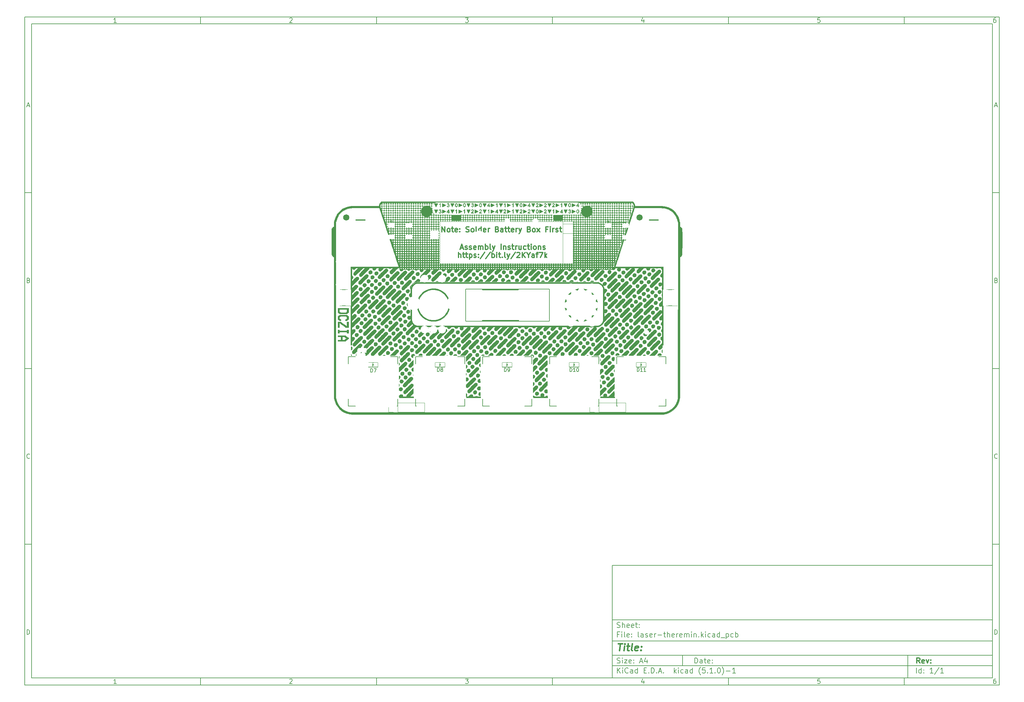
<source format=gto>
G04 #@! TF.GenerationSoftware,KiCad,Pcbnew,(5.1.0)-1*
G04 #@! TF.CreationDate,2019-06-18T01:36:36-06:00*
G04 #@! TF.ProjectId,laser-theremin,6c617365-722d-4746-9865-72656d696e2e,rev?*
G04 #@! TF.SameCoordinates,Original*
G04 #@! TF.FileFunction,Legend,Top*
G04 #@! TF.FilePolarity,Positive*
%FSLAX46Y46*%
G04 Gerber Fmt 4.6, Leading zero omitted, Abs format (unit mm)*
G04 Created by KiCad (PCBNEW (5.1.0)-1) date 2019-06-18 01:36:36*
%MOMM*%
%LPD*%
G04 APERTURE LIST*
%ADD10C,0.100000*%
%ADD11C,0.150000*%
%ADD12C,0.300000*%
%ADD13C,0.400000*%
%ADD14C,0.066040*%
%ADD15C,0.127000*%
%ADD16C,0.010000*%
%ADD17C,0.120000*%
%ADD18R,1.162000X1.289000*%
%ADD19O,1.400000X1.400000*%
%ADD20R,1.400000X1.400000*%
%ADD21R,1.898600X1.299160*%
%ADD22R,1.600000X0.950000*%
%ADD23C,2.200000*%
%ADD24O,3.600000X3.900000*%
%ADD25C,1.385520*%
%ADD26C,1.388060*%
%ADD27C,2.650000*%
%ADD28C,2.650000*%
%ADD29O,2.550000X2.150000*%
%ADD30C,1.600000*%
%ADD31C,2.400000*%
%ADD32C,4.387800*%
%ADD33R,2.400000X2.400000*%
%ADD34C,2.100000*%
%ADD35O,2.100000X2.100000*%
%ADD36C,1.300000*%
%ADD37O,2.550000X1.450000*%
%ADD38C,0.900000*%
%ADD39O,2.400000X1.600000*%
%ADD40C,1.400000*%
%ADD41R,2.100000X2.100000*%
%ADD42C,1.900000*%
G04 APERTURE END LIST*
D10*
D11*
X177002200Y-166007200D02*
X177002200Y-198007200D01*
X285002200Y-198007200D01*
X285002200Y-166007200D01*
X177002200Y-166007200D01*
D10*
D11*
X10000000Y-10000000D02*
X10000000Y-200007200D01*
X287002200Y-200007200D01*
X287002200Y-10000000D01*
X10000000Y-10000000D01*
D10*
D11*
X12000000Y-12000000D02*
X12000000Y-198007200D01*
X285002200Y-198007200D01*
X285002200Y-12000000D01*
X12000000Y-12000000D01*
D10*
D11*
X60000000Y-12000000D02*
X60000000Y-10000000D01*
D10*
D11*
X110000000Y-12000000D02*
X110000000Y-10000000D01*
D10*
D11*
X160000000Y-12000000D02*
X160000000Y-10000000D01*
D10*
D11*
X210000000Y-12000000D02*
X210000000Y-10000000D01*
D10*
D11*
X260000000Y-12000000D02*
X260000000Y-10000000D01*
D10*
D11*
X36065476Y-11588095D02*
X35322619Y-11588095D01*
X35694047Y-11588095D02*
X35694047Y-10288095D01*
X35570238Y-10473809D01*
X35446428Y-10597619D01*
X35322619Y-10659523D01*
D10*
D11*
X85322619Y-10411904D02*
X85384523Y-10350000D01*
X85508333Y-10288095D01*
X85817857Y-10288095D01*
X85941666Y-10350000D01*
X86003571Y-10411904D01*
X86065476Y-10535714D01*
X86065476Y-10659523D01*
X86003571Y-10845238D01*
X85260714Y-11588095D01*
X86065476Y-11588095D01*
D10*
D11*
X135260714Y-10288095D02*
X136065476Y-10288095D01*
X135632142Y-10783333D01*
X135817857Y-10783333D01*
X135941666Y-10845238D01*
X136003571Y-10907142D01*
X136065476Y-11030952D01*
X136065476Y-11340476D01*
X136003571Y-11464285D01*
X135941666Y-11526190D01*
X135817857Y-11588095D01*
X135446428Y-11588095D01*
X135322619Y-11526190D01*
X135260714Y-11464285D01*
D10*
D11*
X185941666Y-10721428D02*
X185941666Y-11588095D01*
X185632142Y-10226190D02*
X185322619Y-11154761D01*
X186127380Y-11154761D01*
D10*
D11*
X236003571Y-10288095D02*
X235384523Y-10288095D01*
X235322619Y-10907142D01*
X235384523Y-10845238D01*
X235508333Y-10783333D01*
X235817857Y-10783333D01*
X235941666Y-10845238D01*
X236003571Y-10907142D01*
X236065476Y-11030952D01*
X236065476Y-11340476D01*
X236003571Y-11464285D01*
X235941666Y-11526190D01*
X235817857Y-11588095D01*
X235508333Y-11588095D01*
X235384523Y-11526190D01*
X235322619Y-11464285D01*
D10*
D11*
X285941666Y-10288095D02*
X285694047Y-10288095D01*
X285570238Y-10350000D01*
X285508333Y-10411904D01*
X285384523Y-10597619D01*
X285322619Y-10845238D01*
X285322619Y-11340476D01*
X285384523Y-11464285D01*
X285446428Y-11526190D01*
X285570238Y-11588095D01*
X285817857Y-11588095D01*
X285941666Y-11526190D01*
X286003571Y-11464285D01*
X286065476Y-11340476D01*
X286065476Y-11030952D01*
X286003571Y-10907142D01*
X285941666Y-10845238D01*
X285817857Y-10783333D01*
X285570238Y-10783333D01*
X285446428Y-10845238D01*
X285384523Y-10907142D01*
X285322619Y-11030952D01*
D10*
D11*
X60000000Y-198007200D02*
X60000000Y-200007200D01*
D10*
D11*
X110000000Y-198007200D02*
X110000000Y-200007200D01*
D10*
D11*
X160000000Y-198007200D02*
X160000000Y-200007200D01*
D10*
D11*
X210000000Y-198007200D02*
X210000000Y-200007200D01*
D10*
D11*
X260000000Y-198007200D02*
X260000000Y-200007200D01*
D10*
D11*
X36065476Y-199595295D02*
X35322619Y-199595295D01*
X35694047Y-199595295D02*
X35694047Y-198295295D01*
X35570238Y-198481009D01*
X35446428Y-198604819D01*
X35322619Y-198666723D01*
D10*
D11*
X85322619Y-198419104D02*
X85384523Y-198357200D01*
X85508333Y-198295295D01*
X85817857Y-198295295D01*
X85941666Y-198357200D01*
X86003571Y-198419104D01*
X86065476Y-198542914D01*
X86065476Y-198666723D01*
X86003571Y-198852438D01*
X85260714Y-199595295D01*
X86065476Y-199595295D01*
D10*
D11*
X135260714Y-198295295D02*
X136065476Y-198295295D01*
X135632142Y-198790533D01*
X135817857Y-198790533D01*
X135941666Y-198852438D01*
X136003571Y-198914342D01*
X136065476Y-199038152D01*
X136065476Y-199347676D01*
X136003571Y-199471485D01*
X135941666Y-199533390D01*
X135817857Y-199595295D01*
X135446428Y-199595295D01*
X135322619Y-199533390D01*
X135260714Y-199471485D01*
D10*
D11*
X185941666Y-198728628D02*
X185941666Y-199595295D01*
X185632142Y-198233390D02*
X185322619Y-199161961D01*
X186127380Y-199161961D01*
D10*
D11*
X236003571Y-198295295D02*
X235384523Y-198295295D01*
X235322619Y-198914342D01*
X235384523Y-198852438D01*
X235508333Y-198790533D01*
X235817857Y-198790533D01*
X235941666Y-198852438D01*
X236003571Y-198914342D01*
X236065476Y-199038152D01*
X236065476Y-199347676D01*
X236003571Y-199471485D01*
X235941666Y-199533390D01*
X235817857Y-199595295D01*
X235508333Y-199595295D01*
X235384523Y-199533390D01*
X235322619Y-199471485D01*
D10*
D11*
X285941666Y-198295295D02*
X285694047Y-198295295D01*
X285570238Y-198357200D01*
X285508333Y-198419104D01*
X285384523Y-198604819D01*
X285322619Y-198852438D01*
X285322619Y-199347676D01*
X285384523Y-199471485D01*
X285446428Y-199533390D01*
X285570238Y-199595295D01*
X285817857Y-199595295D01*
X285941666Y-199533390D01*
X286003571Y-199471485D01*
X286065476Y-199347676D01*
X286065476Y-199038152D01*
X286003571Y-198914342D01*
X285941666Y-198852438D01*
X285817857Y-198790533D01*
X285570238Y-198790533D01*
X285446428Y-198852438D01*
X285384523Y-198914342D01*
X285322619Y-199038152D01*
D10*
D11*
X10000000Y-60000000D02*
X12000000Y-60000000D01*
D10*
D11*
X10000000Y-110000000D02*
X12000000Y-110000000D01*
D10*
D11*
X10000000Y-160000000D02*
X12000000Y-160000000D01*
D10*
D11*
X10690476Y-35216666D02*
X11309523Y-35216666D01*
X10566666Y-35588095D02*
X11000000Y-34288095D01*
X11433333Y-35588095D01*
D10*
D11*
X11092857Y-84907142D02*
X11278571Y-84969047D01*
X11340476Y-85030952D01*
X11402380Y-85154761D01*
X11402380Y-85340476D01*
X11340476Y-85464285D01*
X11278571Y-85526190D01*
X11154761Y-85588095D01*
X10659523Y-85588095D01*
X10659523Y-84288095D01*
X11092857Y-84288095D01*
X11216666Y-84350000D01*
X11278571Y-84411904D01*
X11340476Y-84535714D01*
X11340476Y-84659523D01*
X11278571Y-84783333D01*
X11216666Y-84845238D01*
X11092857Y-84907142D01*
X10659523Y-84907142D01*
D10*
D11*
X11402380Y-135464285D02*
X11340476Y-135526190D01*
X11154761Y-135588095D01*
X11030952Y-135588095D01*
X10845238Y-135526190D01*
X10721428Y-135402380D01*
X10659523Y-135278571D01*
X10597619Y-135030952D01*
X10597619Y-134845238D01*
X10659523Y-134597619D01*
X10721428Y-134473809D01*
X10845238Y-134350000D01*
X11030952Y-134288095D01*
X11154761Y-134288095D01*
X11340476Y-134350000D01*
X11402380Y-134411904D01*
D10*
D11*
X10659523Y-185588095D02*
X10659523Y-184288095D01*
X10969047Y-184288095D01*
X11154761Y-184350000D01*
X11278571Y-184473809D01*
X11340476Y-184597619D01*
X11402380Y-184845238D01*
X11402380Y-185030952D01*
X11340476Y-185278571D01*
X11278571Y-185402380D01*
X11154761Y-185526190D01*
X10969047Y-185588095D01*
X10659523Y-185588095D01*
D10*
D11*
X287002200Y-60000000D02*
X285002200Y-60000000D01*
D10*
D11*
X287002200Y-110000000D02*
X285002200Y-110000000D01*
D10*
D11*
X287002200Y-160000000D02*
X285002200Y-160000000D01*
D10*
D11*
X285692676Y-35216666D02*
X286311723Y-35216666D01*
X285568866Y-35588095D02*
X286002200Y-34288095D01*
X286435533Y-35588095D01*
D10*
D11*
X286095057Y-84907142D02*
X286280771Y-84969047D01*
X286342676Y-85030952D01*
X286404580Y-85154761D01*
X286404580Y-85340476D01*
X286342676Y-85464285D01*
X286280771Y-85526190D01*
X286156961Y-85588095D01*
X285661723Y-85588095D01*
X285661723Y-84288095D01*
X286095057Y-84288095D01*
X286218866Y-84350000D01*
X286280771Y-84411904D01*
X286342676Y-84535714D01*
X286342676Y-84659523D01*
X286280771Y-84783333D01*
X286218866Y-84845238D01*
X286095057Y-84907142D01*
X285661723Y-84907142D01*
D10*
D11*
X286404580Y-135464285D02*
X286342676Y-135526190D01*
X286156961Y-135588095D01*
X286033152Y-135588095D01*
X285847438Y-135526190D01*
X285723628Y-135402380D01*
X285661723Y-135278571D01*
X285599819Y-135030952D01*
X285599819Y-134845238D01*
X285661723Y-134597619D01*
X285723628Y-134473809D01*
X285847438Y-134350000D01*
X286033152Y-134288095D01*
X286156961Y-134288095D01*
X286342676Y-134350000D01*
X286404580Y-134411904D01*
D10*
D11*
X285661723Y-185588095D02*
X285661723Y-184288095D01*
X285971247Y-184288095D01*
X286156961Y-184350000D01*
X286280771Y-184473809D01*
X286342676Y-184597619D01*
X286404580Y-184845238D01*
X286404580Y-185030952D01*
X286342676Y-185278571D01*
X286280771Y-185402380D01*
X286156961Y-185526190D01*
X285971247Y-185588095D01*
X285661723Y-185588095D01*
D10*
D11*
X200434342Y-193785771D02*
X200434342Y-192285771D01*
X200791485Y-192285771D01*
X201005771Y-192357200D01*
X201148628Y-192500057D01*
X201220057Y-192642914D01*
X201291485Y-192928628D01*
X201291485Y-193142914D01*
X201220057Y-193428628D01*
X201148628Y-193571485D01*
X201005771Y-193714342D01*
X200791485Y-193785771D01*
X200434342Y-193785771D01*
X202577200Y-193785771D02*
X202577200Y-193000057D01*
X202505771Y-192857200D01*
X202362914Y-192785771D01*
X202077200Y-192785771D01*
X201934342Y-192857200D01*
X202577200Y-193714342D02*
X202434342Y-193785771D01*
X202077200Y-193785771D01*
X201934342Y-193714342D01*
X201862914Y-193571485D01*
X201862914Y-193428628D01*
X201934342Y-193285771D01*
X202077200Y-193214342D01*
X202434342Y-193214342D01*
X202577200Y-193142914D01*
X203077200Y-192785771D02*
X203648628Y-192785771D01*
X203291485Y-192285771D02*
X203291485Y-193571485D01*
X203362914Y-193714342D01*
X203505771Y-193785771D01*
X203648628Y-193785771D01*
X204720057Y-193714342D02*
X204577200Y-193785771D01*
X204291485Y-193785771D01*
X204148628Y-193714342D01*
X204077200Y-193571485D01*
X204077200Y-193000057D01*
X204148628Y-192857200D01*
X204291485Y-192785771D01*
X204577200Y-192785771D01*
X204720057Y-192857200D01*
X204791485Y-193000057D01*
X204791485Y-193142914D01*
X204077200Y-193285771D01*
X205434342Y-193642914D02*
X205505771Y-193714342D01*
X205434342Y-193785771D01*
X205362914Y-193714342D01*
X205434342Y-193642914D01*
X205434342Y-193785771D01*
X205434342Y-192857200D02*
X205505771Y-192928628D01*
X205434342Y-193000057D01*
X205362914Y-192928628D01*
X205434342Y-192857200D01*
X205434342Y-193000057D01*
D10*
D11*
X177002200Y-194507200D02*
X285002200Y-194507200D01*
D10*
D11*
X178434342Y-196585771D02*
X178434342Y-195085771D01*
X179291485Y-196585771D02*
X178648628Y-195728628D01*
X179291485Y-195085771D02*
X178434342Y-195942914D01*
X179934342Y-196585771D02*
X179934342Y-195585771D01*
X179934342Y-195085771D02*
X179862914Y-195157200D01*
X179934342Y-195228628D01*
X180005771Y-195157200D01*
X179934342Y-195085771D01*
X179934342Y-195228628D01*
X181505771Y-196442914D02*
X181434342Y-196514342D01*
X181220057Y-196585771D01*
X181077200Y-196585771D01*
X180862914Y-196514342D01*
X180720057Y-196371485D01*
X180648628Y-196228628D01*
X180577200Y-195942914D01*
X180577200Y-195728628D01*
X180648628Y-195442914D01*
X180720057Y-195300057D01*
X180862914Y-195157200D01*
X181077200Y-195085771D01*
X181220057Y-195085771D01*
X181434342Y-195157200D01*
X181505771Y-195228628D01*
X182791485Y-196585771D02*
X182791485Y-195800057D01*
X182720057Y-195657200D01*
X182577200Y-195585771D01*
X182291485Y-195585771D01*
X182148628Y-195657200D01*
X182791485Y-196514342D02*
X182648628Y-196585771D01*
X182291485Y-196585771D01*
X182148628Y-196514342D01*
X182077200Y-196371485D01*
X182077200Y-196228628D01*
X182148628Y-196085771D01*
X182291485Y-196014342D01*
X182648628Y-196014342D01*
X182791485Y-195942914D01*
X184148628Y-196585771D02*
X184148628Y-195085771D01*
X184148628Y-196514342D02*
X184005771Y-196585771D01*
X183720057Y-196585771D01*
X183577200Y-196514342D01*
X183505771Y-196442914D01*
X183434342Y-196300057D01*
X183434342Y-195871485D01*
X183505771Y-195728628D01*
X183577200Y-195657200D01*
X183720057Y-195585771D01*
X184005771Y-195585771D01*
X184148628Y-195657200D01*
X186005771Y-195800057D02*
X186505771Y-195800057D01*
X186720057Y-196585771D02*
X186005771Y-196585771D01*
X186005771Y-195085771D01*
X186720057Y-195085771D01*
X187362914Y-196442914D02*
X187434342Y-196514342D01*
X187362914Y-196585771D01*
X187291485Y-196514342D01*
X187362914Y-196442914D01*
X187362914Y-196585771D01*
X188077200Y-196585771D02*
X188077200Y-195085771D01*
X188434342Y-195085771D01*
X188648628Y-195157200D01*
X188791485Y-195300057D01*
X188862914Y-195442914D01*
X188934342Y-195728628D01*
X188934342Y-195942914D01*
X188862914Y-196228628D01*
X188791485Y-196371485D01*
X188648628Y-196514342D01*
X188434342Y-196585771D01*
X188077200Y-196585771D01*
X189577200Y-196442914D02*
X189648628Y-196514342D01*
X189577200Y-196585771D01*
X189505771Y-196514342D01*
X189577200Y-196442914D01*
X189577200Y-196585771D01*
X190220057Y-196157200D02*
X190934342Y-196157200D01*
X190077200Y-196585771D02*
X190577200Y-195085771D01*
X191077200Y-196585771D01*
X191577200Y-196442914D02*
X191648628Y-196514342D01*
X191577200Y-196585771D01*
X191505771Y-196514342D01*
X191577200Y-196442914D01*
X191577200Y-196585771D01*
X194577200Y-196585771D02*
X194577200Y-195085771D01*
X194720057Y-196014342D02*
X195148628Y-196585771D01*
X195148628Y-195585771D02*
X194577200Y-196157200D01*
X195791485Y-196585771D02*
X195791485Y-195585771D01*
X195791485Y-195085771D02*
X195720057Y-195157200D01*
X195791485Y-195228628D01*
X195862914Y-195157200D01*
X195791485Y-195085771D01*
X195791485Y-195228628D01*
X197148628Y-196514342D02*
X197005771Y-196585771D01*
X196720057Y-196585771D01*
X196577200Y-196514342D01*
X196505771Y-196442914D01*
X196434342Y-196300057D01*
X196434342Y-195871485D01*
X196505771Y-195728628D01*
X196577200Y-195657200D01*
X196720057Y-195585771D01*
X197005771Y-195585771D01*
X197148628Y-195657200D01*
X198434342Y-196585771D02*
X198434342Y-195800057D01*
X198362914Y-195657200D01*
X198220057Y-195585771D01*
X197934342Y-195585771D01*
X197791485Y-195657200D01*
X198434342Y-196514342D02*
X198291485Y-196585771D01*
X197934342Y-196585771D01*
X197791485Y-196514342D01*
X197720057Y-196371485D01*
X197720057Y-196228628D01*
X197791485Y-196085771D01*
X197934342Y-196014342D01*
X198291485Y-196014342D01*
X198434342Y-195942914D01*
X199791485Y-196585771D02*
X199791485Y-195085771D01*
X199791485Y-196514342D02*
X199648628Y-196585771D01*
X199362914Y-196585771D01*
X199220057Y-196514342D01*
X199148628Y-196442914D01*
X199077200Y-196300057D01*
X199077200Y-195871485D01*
X199148628Y-195728628D01*
X199220057Y-195657200D01*
X199362914Y-195585771D01*
X199648628Y-195585771D01*
X199791485Y-195657200D01*
X202077200Y-197157200D02*
X202005771Y-197085771D01*
X201862914Y-196871485D01*
X201791485Y-196728628D01*
X201720057Y-196514342D01*
X201648628Y-196157200D01*
X201648628Y-195871485D01*
X201720057Y-195514342D01*
X201791485Y-195300057D01*
X201862914Y-195157200D01*
X202005771Y-194942914D01*
X202077200Y-194871485D01*
X203362914Y-195085771D02*
X202648628Y-195085771D01*
X202577200Y-195800057D01*
X202648628Y-195728628D01*
X202791485Y-195657200D01*
X203148628Y-195657200D01*
X203291485Y-195728628D01*
X203362914Y-195800057D01*
X203434342Y-195942914D01*
X203434342Y-196300057D01*
X203362914Y-196442914D01*
X203291485Y-196514342D01*
X203148628Y-196585771D01*
X202791485Y-196585771D01*
X202648628Y-196514342D01*
X202577200Y-196442914D01*
X204077200Y-196442914D02*
X204148628Y-196514342D01*
X204077200Y-196585771D01*
X204005771Y-196514342D01*
X204077200Y-196442914D01*
X204077200Y-196585771D01*
X205577200Y-196585771D02*
X204720057Y-196585771D01*
X205148628Y-196585771D02*
X205148628Y-195085771D01*
X205005771Y-195300057D01*
X204862914Y-195442914D01*
X204720057Y-195514342D01*
X206220057Y-196442914D02*
X206291485Y-196514342D01*
X206220057Y-196585771D01*
X206148628Y-196514342D01*
X206220057Y-196442914D01*
X206220057Y-196585771D01*
X207220057Y-195085771D02*
X207362914Y-195085771D01*
X207505771Y-195157200D01*
X207577200Y-195228628D01*
X207648628Y-195371485D01*
X207720057Y-195657200D01*
X207720057Y-196014342D01*
X207648628Y-196300057D01*
X207577200Y-196442914D01*
X207505771Y-196514342D01*
X207362914Y-196585771D01*
X207220057Y-196585771D01*
X207077200Y-196514342D01*
X207005771Y-196442914D01*
X206934342Y-196300057D01*
X206862914Y-196014342D01*
X206862914Y-195657200D01*
X206934342Y-195371485D01*
X207005771Y-195228628D01*
X207077200Y-195157200D01*
X207220057Y-195085771D01*
X208220057Y-197157200D02*
X208291485Y-197085771D01*
X208434342Y-196871485D01*
X208505771Y-196728628D01*
X208577200Y-196514342D01*
X208648628Y-196157200D01*
X208648628Y-195871485D01*
X208577200Y-195514342D01*
X208505771Y-195300057D01*
X208434342Y-195157200D01*
X208291485Y-194942914D01*
X208220057Y-194871485D01*
X209362914Y-196014342D02*
X210505771Y-196014342D01*
X212005771Y-196585771D02*
X211148628Y-196585771D01*
X211577200Y-196585771D02*
X211577200Y-195085771D01*
X211434342Y-195300057D01*
X211291485Y-195442914D01*
X211148628Y-195514342D01*
D10*
D11*
X177002200Y-191507200D02*
X285002200Y-191507200D01*
D10*
D12*
X264411485Y-193785771D02*
X263911485Y-193071485D01*
X263554342Y-193785771D02*
X263554342Y-192285771D01*
X264125771Y-192285771D01*
X264268628Y-192357200D01*
X264340057Y-192428628D01*
X264411485Y-192571485D01*
X264411485Y-192785771D01*
X264340057Y-192928628D01*
X264268628Y-193000057D01*
X264125771Y-193071485D01*
X263554342Y-193071485D01*
X265625771Y-193714342D02*
X265482914Y-193785771D01*
X265197200Y-193785771D01*
X265054342Y-193714342D01*
X264982914Y-193571485D01*
X264982914Y-193000057D01*
X265054342Y-192857200D01*
X265197200Y-192785771D01*
X265482914Y-192785771D01*
X265625771Y-192857200D01*
X265697200Y-193000057D01*
X265697200Y-193142914D01*
X264982914Y-193285771D01*
X266197200Y-192785771D02*
X266554342Y-193785771D01*
X266911485Y-192785771D01*
X267482914Y-193642914D02*
X267554342Y-193714342D01*
X267482914Y-193785771D01*
X267411485Y-193714342D01*
X267482914Y-193642914D01*
X267482914Y-193785771D01*
X267482914Y-192857200D02*
X267554342Y-192928628D01*
X267482914Y-193000057D01*
X267411485Y-192928628D01*
X267482914Y-192857200D01*
X267482914Y-193000057D01*
D10*
D11*
X178362914Y-193714342D02*
X178577200Y-193785771D01*
X178934342Y-193785771D01*
X179077200Y-193714342D01*
X179148628Y-193642914D01*
X179220057Y-193500057D01*
X179220057Y-193357200D01*
X179148628Y-193214342D01*
X179077200Y-193142914D01*
X178934342Y-193071485D01*
X178648628Y-193000057D01*
X178505771Y-192928628D01*
X178434342Y-192857200D01*
X178362914Y-192714342D01*
X178362914Y-192571485D01*
X178434342Y-192428628D01*
X178505771Y-192357200D01*
X178648628Y-192285771D01*
X179005771Y-192285771D01*
X179220057Y-192357200D01*
X179862914Y-193785771D02*
X179862914Y-192785771D01*
X179862914Y-192285771D02*
X179791485Y-192357200D01*
X179862914Y-192428628D01*
X179934342Y-192357200D01*
X179862914Y-192285771D01*
X179862914Y-192428628D01*
X180434342Y-192785771D02*
X181220057Y-192785771D01*
X180434342Y-193785771D01*
X181220057Y-193785771D01*
X182362914Y-193714342D02*
X182220057Y-193785771D01*
X181934342Y-193785771D01*
X181791485Y-193714342D01*
X181720057Y-193571485D01*
X181720057Y-193000057D01*
X181791485Y-192857200D01*
X181934342Y-192785771D01*
X182220057Y-192785771D01*
X182362914Y-192857200D01*
X182434342Y-193000057D01*
X182434342Y-193142914D01*
X181720057Y-193285771D01*
X183077200Y-193642914D02*
X183148628Y-193714342D01*
X183077200Y-193785771D01*
X183005771Y-193714342D01*
X183077200Y-193642914D01*
X183077200Y-193785771D01*
X183077200Y-192857200D02*
X183148628Y-192928628D01*
X183077200Y-193000057D01*
X183005771Y-192928628D01*
X183077200Y-192857200D01*
X183077200Y-193000057D01*
X184862914Y-193357200D02*
X185577200Y-193357200D01*
X184720057Y-193785771D02*
X185220057Y-192285771D01*
X185720057Y-193785771D01*
X186862914Y-192785771D02*
X186862914Y-193785771D01*
X186505771Y-192214342D02*
X186148628Y-193285771D01*
X187077200Y-193285771D01*
D10*
D11*
X263434342Y-196585771D02*
X263434342Y-195085771D01*
X264791485Y-196585771D02*
X264791485Y-195085771D01*
X264791485Y-196514342D02*
X264648628Y-196585771D01*
X264362914Y-196585771D01*
X264220057Y-196514342D01*
X264148628Y-196442914D01*
X264077200Y-196300057D01*
X264077200Y-195871485D01*
X264148628Y-195728628D01*
X264220057Y-195657200D01*
X264362914Y-195585771D01*
X264648628Y-195585771D01*
X264791485Y-195657200D01*
X265505771Y-196442914D02*
X265577200Y-196514342D01*
X265505771Y-196585771D01*
X265434342Y-196514342D01*
X265505771Y-196442914D01*
X265505771Y-196585771D01*
X265505771Y-195657200D02*
X265577200Y-195728628D01*
X265505771Y-195800057D01*
X265434342Y-195728628D01*
X265505771Y-195657200D01*
X265505771Y-195800057D01*
X268148628Y-196585771D02*
X267291485Y-196585771D01*
X267720057Y-196585771D02*
X267720057Y-195085771D01*
X267577200Y-195300057D01*
X267434342Y-195442914D01*
X267291485Y-195514342D01*
X269862914Y-195014342D02*
X268577200Y-196942914D01*
X271148628Y-196585771D02*
X270291485Y-196585771D01*
X270720057Y-196585771D02*
X270720057Y-195085771D01*
X270577200Y-195300057D01*
X270434342Y-195442914D01*
X270291485Y-195514342D01*
D10*
D11*
X177002200Y-187507200D02*
X285002200Y-187507200D01*
D10*
D13*
X178714580Y-188211961D02*
X179857438Y-188211961D01*
X179036009Y-190211961D02*
X179286009Y-188211961D01*
X180274104Y-190211961D02*
X180440771Y-188878628D01*
X180524104Y-188211961D02*
X180416961Y-188307200D01*
X180500295Y-188402438D01*
X180607438Y-188307200D01*
X180524104Y-188211961D01*
X180500295Y-188402438D01*
X181107438Y-188878628D02*
X181869342Y-188878628D01*
X181476485Y-188211961D02*
X181262200Y-189926247D01*
X181333628Y-190116723D01*
X181512200Y-190211961D01*
X181702676Y-190211961D01*
X182655057Y-190211961D02*
X182476485Y-190116723D01*
X182405057Y-189926247D01*
X182619342Y-188211961D01*
X184190771Y-190116723D02*
X183988390Y-190211961D01*
X183607438Y-190211961D01*
X183428866Y-190116723D01*
X183357438Y-189926247D01*
X183452676Y-189164342D01*
X183571723Y-188973866D01*
X183774104Y-188878628D01*
X184155057Y-188878628D01*
X184333628Y-188973866D01*
X184405057Y-189164342D01*
X184381247Y-189354819D01*
X183405057Y-189545295D01*
X185155057Y-190021485D02*
X185238390Y-190116723D01*
X185131247Y-190211961D01*
X185047914Y-190116723D01*
X185155057Y-190021485D01*
X185131247Y-190211961D01*
X185286009Y-188973866D02*
X185369342Y-189069104D01*
X185262200Y-189164342D01*
X185178866Y-189069104D01*
X185286009Y-188973866D01*
X185262200Y-189164342D01*
D10*
D11*
X178934342Y-185600057D02*
X178434342Y-185600057D01*
X178434342Y-186385771D02*
X178434342Y-184885771D01*
X179148628Y-184885771D01*
X179720057Y-186385771D02*
X179720057Y-185385771D01*
X179720057Y-184885771D02*
X179648628Y-184957200D01*
X179720057Y-185028628D01*
X179791485Y-184957200D01*
X179720057Y-184885771D01*
X179720057Y-185028628D01*
X180648628Y-186385771D02*
X180505771Y-186314342D01*
X180434342Y-186171485D01*
X180434342Y-184885771D01*
X181791485Y-186314342D02*
X181648628Y-186385771D01*
X181362914Y-186385771D01*
X181220057Y-186314342D01*
X181148628Y-186171485D01*
X181148628Y-185600057D01*
X181220057Y-185457200D01*
X181362914Y-185385771D01*
X181648628Y-185385771D01*
X181791485Y-185457200D01*
X181862914Y-185600057D01*
X181862914Y-185742914D01*
X181148628Y-185885771D01*
X182505771Y-186242914D02*
X182577200Y-186314342D01*
X182505771Y-186385771D01*
X182434342Y-186314342D01*
X182505771Y-186242914D01*
X182505771Y-186385771D01*
X182505771Y-185457200D02*
X182577200Y-185528628D01*
X182505771Y-185600057D01*
X182434342Y-185528628D01*
X182505771Y-185457200D01*
X182505771Y-185600057D01*
X184577200Y-186385771D02*
X184434342Y-186314342D01*
X184362914Y-186171485D01*
X184362914Y-184885771D01*
X185791485Y-186385771D02*
X185791485Y-185600057D01*
X185720057Y-185457200D01*
X185577200Y-185385771D01*
X185291485Y-185385771D01*
X185148628Y-185457200D01*
X185791485Y-186314342D02*
X185648628Y-186385771D01*
X185291485Y-186385771D01*
X185148628Y-186314342D01*
X185077200Y-186171485D01*
X185077200Y-186028628D01*
X185148628Y-185885771D01*
X185291485Y-185814342D01*
X185648628Y-185814342D01*
X185791485Y-185742914D01*
X186434342Y-186314342D02*
X186577200Y-186385771D01*
X186862914Y-186385771D01*
X187005771Y-186314342D01*
X187077200Y-186171485D01*
X187077200Y-186100057D01*
X187005771Y-185957200D01*
X186862914Y-185885771D01*
X186648628Y-185885771D01*
X186505771Y-185814342D01*
X186434342Y-185671485D01*
X186434342Y-185600057D01*
X186505771Y-185457200D01*
X186648628Y-185385771D01*
X186862914Y-185385771D01*
X187005771Y-185457200D01*
X188291485Y-186314342D02*
X188148628Y-186385771D01*
X187862914Y-186385771D01*
X187720057Y-186314342D01*
X187648628Y-186171485D01*
X187648628Y-185600057D01*
X187720057Y-185457200D01*
X187862914Y-185385771D01*
X188148628Y-185385771D01*
X188291485Y-185457200D01*
X188362914Y-185600057D01*
X188362914Y-185742914D01*
X187648628Y-185885771D01*
X189005771Y-186385771D02*
X189005771Y-185385771D01*
X189005771Y-185671485D02*
X189077200Y-185528628D01*
X189148628Y-185457200D01*
X189291485Y-185385771D01*
X189434342Y-185385771D01*
X189934342Y-185814342D02*
X191077200Y-185814342D01*
X191577200Y-185385771D02*
X192148628Y-185385771D01*
X191791485Y-184885771D02*
X191791485Y-186171485D01*
X191862914Y-186314342D01*
X192005771Y-186385771D01*
X192148628Y-186385771D01*
X192648628Y-186385771D02*
X192648628Y-184885771D01*
X193291485Y-186385771D02*
X193291485Y-185600057D01*
X193220057Y-185457200D01*
X193077200Y-185385771D01*
X192862914Y-185385771D01*
X192720057Y-185457200D01*
X192648628Y-185528628D01*
X194577200Y-186314342D02*
X194434342Y-186385771D01*
X194148628Y-186385771D01*
X194005771Y-186314342D01*
X193934342Y-186171485D01*
X193934342Y-185600057D01*
X194005771Y-185457200D01*
X194148628Y-185385771D01*
X194434342Y-185385771D01*
X194577200Y-185457200D01*
X194648628Y-185600057D01*
X194648628Y-185742914D01*
X193934342Y-185885771D01*
X195291485Y-186385771D02*
X195291485Y-185385771D01*
X195291485Y-185671485D02*
X195362914Y-185528628D01*
X195434342Y-185457200D01*
X195577200Y-185385771D01*
X195720057Y-185385771D01*
X196791485Y-186314342D02*
X196648628Y-186385771D01*
X196362914Y-186385771D01*
X196220057Y-186314342D01*
X196148628Y-186171485D01*
X196148628Y-185600057D01*
X196220057Y-185457200D01*
X196362914Y-185385771D01*
X196648628Y-185385771D01*
X196791485Y-185457200D01*
X196862914Y-185600057D01*
X196862914Y-185742914D01*
X196148628Y-185885771D01*
X197505771Y-186385771D02*
X197505771Y-185385771D01*
X197505771Y-185528628D02*
X197577200Y-185457200D01*
X197720057Y-185385771D01*
X197934342Y-185385771D01*
X198077200Y-185457200D01*
X198148628Y-185600057D01*
X198148628Y-186385771D01*
X198148628Y-185600057D02*
X198220057Y-185457200D01*
X198362914Y-185385771D01*
X198577200Y-185385771D01*
X198720057Y-185457200D01*
X198791485Y-185600057D01*
X198791485Y-186385771D01*
X199505771Y-186385771D02*
X199505771Y-185385771D01*
X199505771Y-184885771D02*
X199434342Y-184957200D01*
X199505771Y-185028628D01*
X199577200Y-184957200D01*
X199505771Y-184885771D01*
X199505771Y-185028628D01*
X200220057Y-185385771D02*
X200220057Y-186385771D01*
X200220057Y-185528628D02*
X200291485Y-185457200D01*
X200434342Y-185385771D01*
X200648628Y-185385771D01*
X200791485Y-185457200D01*
X200862914Y-185600057D01*
X200862914Y-186385771D01*
X201577200Y-186242914D02*
X201648628Y-186314342D01*
X201577200Y-186385771D01*
X201505771Y-186314342D01*
X201577200Y-186242914D01*
X201577200Y-186385771D01*
X202291485Y-186385771D02*
X202291485Y-184885771D01*
X202434342Y-185814342D02*
X202862914Y-186385771D01*
X202862914Y-185385771D02*
X202291485Y-185957200D01*
X203505771Y-186385771D02*
X203505771Y-185385771D01*
X203505771Y-184885771D02*
X203434342Y-184957200D01*
X203505771Y-185028628D01*
X203577200Y-184957200D01*
X203505771Y-184885771D01*
X203505771Y-185028628D01*
X204862914Y-186314342D02*
X204720057Y-186385771D01*
X204434342Y-186385771D01*
X204291485Y-186314342D01*
X204220057Y-186242914D01*
X204148628Y-186100057D01*
X204148628Y-185671485D01*
X204220057Y-185528628D01*
X204291485Y-185457200D01*
X204434342Y-185385771D01*
X204720057Y-185385771D01*
X204862914Y-185457200D01*
X206148628Y-186385771D02*
X206148628Y-185600057D01*
X206077200Y-185457200D01*
X205934342Y-185385771D01*
X205648628Y-185385771D01*
X205505771Y-185457200D01*
X206148628Y-186314342D02*
X206005771Y-186385771D01*
X205648628Y-186385771D01*
X205505771Y-186314342D01*
X205434342Y-186171485D01*
X205434342Y-186028628D01*
X205505771Y-185885771D01*
X205648628Y-185814342D01*
X206005771Y-185814342D01*
X206148628Y-185742914D01*
X207505771Y-186385771D02*
X207505771Y-184885771D01*
X207505771Y-186314342D02*
X207362914Y-186385771D01*
X207077200Y-186385771D01*
X206934342Y-186314342D01*
X206862914Y-186242914D01*
X206791485Y-186100057D01*
X206791485Y-185671485D01*
X206862914Y-185528628D01*
X206934342Y-185457200D01*
X207077200Y-185385771D01*
X207362914Y-185385771D01*
X207505771Y-185457200D01*
X207862914Y-186528628D02*
X209005771Y-186528628D01*
X209362914Y-185385771D02*
X209362914Y-186885771D01*
X209362914Y-185457200D02*
X209505771Y-185385771D01*
X209791485Y-185385771D01*
X209934342Y-185457200D01*
X210005771Y-185528628D01*
X210077200Y-185671485D01*
X210077200Y-186100057D01*
X210005771Y-186242914D01*
X209934342Y-186314342D01*
X209791485Y-186385771D01*
X209505771Y-186385771D01*
X209362914Y-186314342D01*
X211362914Y-186314342D02*
X211220057Y-186385771D01*
X210934342Y-186385771D01*
X210791485Y-186314342D01*
X210720057Y-186242914D01*
X210648628Y-186100057D01*
X210648628Y-185671485D01*
X210720057Y-185528628D01*
X210791485Y-185457200D01*
X210934342Y-185385771D01*
X211220057Y-185385771D01*
X211362914Y-185457200D01*
X212005771Y-186385771D02*
X212005771Y-184885771D01*
X212005771Y-185457200D02*
X212148628Y-185385771D01*
X212434342Y-185385771D01*
X212577200Y-185457200D01*
X212648628Y-185528628D01*
X212720057Y-185671485D01*
X212720057Y-186100057D01*
X212648628Y-186242914D01*
X212577200Y-186314342D01*
X212434342Y-186385771D01*
X212148628Y-186385771D01*
X212005771Y-186314342D01*
D10*
D11*
X177002200Y-181507200D02*
X285002200Y-181507200D01*
D10*
D11*
X178362914Y-183614342D02*
X178577200Y-183685771D01*
X178934342Y-183685771D01*
X179077200Y-183614342D01*
X179148628Y-183542914D01*
X179220057Y-183400057D01*
X179220057Y-183257200D01*
X179148628Y-183114342D01*
X179077200Y-183042914D01*
X178934342Y-182971485D01*
X178648628Y-182900057D01*
X178505771Y-182828628D01*
X178434342Y-182757200D01*
X178362914Y-182614342D01*
X178362914Y-182471485D01*
X178434342Y-182328628D01*
X178505771Y-182257200D01*
X178648628Y-182185771D01*
X179005771Y-182185771D01*
X179220057Y-182257200D01*
X179862914Y-183685771D02*
X179862914Y-182185771D01*
X180505771Y-183685771D02*
X180505771Y-182900057D01*
X180434342Y-182757200D01*
X180291485Y-182685771D01*
X180077200Y-182685771D01*
X179934342Y-182757200D01*
X179862914Y-182828628D01*
X181791485Y-183614342D02*
X181648628Y-183685771D01*
X181362914Y-183685771D01*
X181220057Y-183614342D01*
X181148628Y-183471485D01*
X181148628Y-182900057D01*
X181220057Y-182757200D01*
X181362914Y-182685771D01*
X181648628Y-182685771D01*
X181791485Y-182757200D01*
X181862914Y-182900057D01*
X181862914Y-183042914D01*
X181148628Y-183185771D01*
X183077200Y-183614342D02*
X182934342Y-183685771D01*
X182648628Y-183685771D01*
X182505771Y-183614342D01*
X182434342Y-183471485D01*
X182434342Y-182900057D01*
X182505771Y-182757200D01*
X182648628Y-182685771D01*
X182934342Y-182685771D01*
X183077200Y-182757200D01*
X183148628Y-182900057D01*
X183148628Y-183042914D01*
X182434342Y-183185771D01*
X183577200Y-182685771D02*
X184148628Y-182685771D01*
X183791485Y-182185771D02*
X183791485Y-183471485D01*
X183862914Y-183614342D01*
X184005771Y-183685771D01*
X184148628Y-183685771D01*
X184648628Y-183542914D02*
X184720057Y-183614342D01*
X184648628Y-183685771D01*
X184577200Y-183614342D01*
X184648628Y-183542914D01*
X184648628Y-183685771D01*
X184648628Y-182757200D02*
X184720057Y-182828628D01*
X184648628Y-182900057D01*
X184577200Y-182828628D01*
X184648628Y-182757200D01*
X184648628Y-182900057D01*
D10*
D11*
X197002200Y-191507200D02*
X197002200Y-194507200D01*
D10*
D11*
X261002200Y-191507200D02*
X261002200Y-198007200D01*
D12*
X133874285Y-75730000D02*
X134588571Y-75730000D01*
X133731428Y-76158571D02*
X134231428Y-74658571D01*
X134731428Y-76158571D01*
X135160000Y-76087142D02*
X135302857Y-76158571D01*
X135588571Y-76158571D01*
X135731428Y-76087142D01*
X135802857Y-75944285D01*
X135802857Y-75872857D01*
X135731428Y-75730000D01*
X135588571Y-75658571D01*
X135374285Y-75658571D01*
X135231428Y-75587142D01*
X135160000Y-75444285D01*
X135160000Y-75372857D01*
X135231428Y-75230000D01*
X135374285Y-75158571D01*
X135588571Y-75158571D01*
X135731428Y-75230000D01*
X136374285Y-76087142D02*
X136517142Y-76158571D01*
X136802857Y-76158571D01*
X136945714Y-76087142D01*
X137017142Y-75944285D01*
X137017142Y-75872857D01*
X136945714Y-75730000D01*
X136802857Y-75658571D01*
X136588571Y-75658571D01*
X136445714Y-75587142D01*
X136374285Y-75444285D01*
X136374285Y-75372857D01*
X136445714Y-75230000D01*
X136588571Y-75158571D01*
X136802857Y-75158571D01*
X136945714Y-75230000D01*
X138231428Y-76087142D02*
X138088571Y-76158571D01*
X137802857Y-76158571D01*
X137660000Y-76087142D01*
X137588571Y-75944285D01*
X137588571Y-75372857D01*
X137660000Y-75230000D01*
X137802857Y-75158571D01*
X138088571Y-75158571D01*
X138231428Y-75230000D01*
X138302857Y-75372857D01*
X138302857Y-75515714D01*
X137588571Y-75658571D01*
X138945714Y-76158571D02*
X138945714Y-75158571D01*
X138945714Y-75301428D02*
X139017142Y-75230000D01*
X139160000Y-75158571D01*
X139374285Y-75158571D01*
X139517142Y-75230000D01*
X139588571Y-75372857D01*
X139588571Y-76158571D01*
X139588571Y-75372857D02*
X139660000Y-75230000D01*
X139802857Y-75158571D01*
X140017142Y-75158571D01*
X140160000Y-75230000D01*
X140231428Y-75372857D01*
X140231428Y-76158571D01*
X140945714Y-76158571D02*
X140945714Y-74658571D01*
X140945714Y-75230000D02*
X141088571Y-75158571D01*
X141374285Y-75158571D01*
X141517142Y-75230000D01*
X141588571Y-75301428D01*
X141660000Y-75444285D01*
X141660000Y-75872857D01*
X141588571Y-76015714D01*
X141517142Y-76087142D01*
X141374285Y-76158571D01*
X141088571Y-76158571D01*
X140945714Y-76087142D01*
X142517142Y-76158571D02*
X142374285Y-76087142D01*
X142302857Y-75944285D01*
X142302857Y-74658571D01*
X142945714Y-75158571D02*
X143302857Y-76158571D01*
X143660000Y-75158571D02*
X143302857Y-76158571D01*
X143160000Y-76515714D01*
X143088571Y-76587142D01*
X142945714Y-76658571D01*
X145374285Y-76158571D02*
X145374285Y-74658571D01*
X146088571Y-75158571D02*
X146088571Y-76158571D01*
X146088571Y-75301428D02*
X146160000Y-75230000D01*
X146302857Y-75158571D01*
X146517142Y-75158571D01*
X146660000Y-75230000D01*
X146731428Y-75372857D01*
X146731428Y-76158571D01*
X147374285Y-76087142D02*
X147517142Y-76158571D01*
X147802857Y-76158571D01*
X147945714Y-76087142D01*
X148017142Y-75944285D01*
X148017142Y-75872857D01*
X147945714Y-75730000D01*
X147802857Y-75658571D01*
X147588571Y-75658571D01*
X147445714Y-75587142D01*
X147374285Y-75444285D01*
X147374285Y-75372857D01*
X147445714Y-75230000D01*
X147588571Y-75158571D01*
X147802857Y-75158571D01*
X147945714Y-75230000D01*
X148445714Y-75158571D02*
X149017142Y-75158571D01*
X148660000Y-74658571D02*
X148660000Y-75944285D01*
X148731428Y-76087142D01*
X148874285Y-76158571D01*
X149017142Y-76158571D01*
X149517142Y-76158571D02*
X149517142Y-75158571D01*
X149517142Y-75444285D02*
X149588571Y-75301428D01*
X149660000Y-75230000D01*
X149802857Y-75158571D01*
X149945714Y-75158571D01*
X151088571Y-75158571D02*
X151088571Y-76158571D01*
X150445714Y-75158571D02*
X150445714Y-75944285D01*
X150517142Y-76087142D01*
X150660000Y-76158571D01*
X150874285Y-76158571D01*
X151017142Y-76087142D01*
X151088571Y-76015714D01*
X152445714Y-76087142D02*
X152302857Y-76158571D01*
X152017142Y-76158571D01*
X151874285Y-76087142D01*
X151802857Y-76015714D01*
X151731428Y-75872857D01*
X151731428Y-75444285D01*
X151802857Y-75301428D01*
X151874285Y-75230000D01*
X152017142Y-75158571D01*
X152302857Y-75158571D01*
X152445714Y-75230000D01*
X152874285Y-75158571D02*
X153445714Y-75158571D01*
X153088571Y-74658571D02*
X153088571Y-75944285D01*
X153160000Y-76087142D01*
X153302857Y-76158571D01*
X153445714Y-76158571D01*
X153945714Y-76158571D02*
X153945714Y-75158571D01*
X153945714Y-74658571D02*
X153874285Y-74730000D01*
X153945714Y-74801428D01*
X154017142Y-74730000D01*
X153945714Y-74658571D01*
X153945714Y-74801428D01*
X154874285Y-76158571D02*
X154731428Y-76087142D01*
X154660000Y-76015714D01*
X154588571Y-75872857D01*
X154588571Y-75444285D01*
X154660000Y-75301428D01*
X154731428Y-75230000D01*
X154874285Y-75158571D01*
X155088571Y-75158571D01*
X155231428Y-75230000D01*
X155302857Y-75301428D01*
X155374285Y-75444285D01*
X155374285Y-75872857D01*
X155302857Y-76015714D01*
X155231428Y-76087142D01*
X155088571Y-76158571D01*
X154874285Y-76158571D01*
X156017142Y-75158571D02*
X156017142Y-76158571D01*
X156017142Y-75301428D02*
X156088571Y-75230000D01*
X156231428Y-75158571D01*
X156445714Y-75158571D01*
X156588571Y-75230000D01*
X156660000Y-75372857D01*
X156660000Y-76158571D01*
X157302857Y-76087142D02*
X157445714Y-76158571D01*
X157731428Y-76158571D01*
X157874285Y-76087142D01*
X157945714Y-75944285D01*
X157945714Y-75872857D01*
X157874285Y-75730000D01*
X157731428Y-75658571D01*
X157517142Y-75658571D01*
X157374285Y-75587142D01*
X157302857Y-75444285D01*
X157302857Y-75372857D01*
X157374285Y-75230000D01*
X157517142Y-75158571D01*
X157731428Y-75158571D01*
X157874285Y-75230000D01*
X133320000Y-78448571D02*
X133320000Y-76948571D01*
X133962857Y-78448571D02*
X133962857Y-77662857D01*
X133891428Y-77520000D01*
X133748571Y-77448571D01*
X133534285Y-77448571D01*
X133391428Y-77520000D01*
X133320000Y-77591428D01*
X134462857Y-77448571D02*
X135034285Y-77448571D01*
X134677142Y-76948571D02*
X134677142Y-78234285D01*
X134748571Y-78377142D01*
X134891428Y-78448571D01*
X135034285Y-78448571D01*
X135320000Y-77448571D02*
X135891428Y-77448571D01*
X135534285Y-76948571D02*
X135534285Y-78234285D01*
X135605714Y-78377142D01*
X135748571Y-78448571D01*
X135891428Y-78448571D01*
X136391428Y-77448571D02*
X136391428Y-78948571D01*
X136391428Y-77520000D02*
X136534285Y-77448571D01*
X136820000Y-77448571D01*
X136962857Y-77520000D01*
X137034285Y-77591428D01*
X137105714Y-77734285D01*
X137105714Y-78162857D01*
X137034285Y-78305714D01*
X136962857Y-78377142D01*
X136820000Y-78448571D01*
X136534285Y-78448571D01*
X136391428Y-78377142D01*
X137677142Y-78377142D02*
X137820000Y-78448571D01*
X138105714Y-78448571D01*
X138248571Y-78377142D01*
X138320000Y-78234285D01*
X138320000Y-78162857D01*
X138248571Y-78020000D01*
X138105714Y-77948571D01*
X137891428Y-77948571D01*
X137748571Y-77877142D01*
X137677142Y-77734285D01*
X137677142Y-77662857D01*
X137748571Y-77520000D01*
X137891428Y-77448571D01*
X138105714Y-77448571D01*
X138248571Y-77520000D01*
X138962857Y-78305714D02*
X139034285Y-78377142D01*
X138962857Y-78448571D01*
X138891428Y-78377142D01*
X138962857Y-78305714D01*
X138962857Y-78448571D01*
X138962857Y-77520000D02*
X139034285Y-77591428D01*
X138962857Y-77662857D01*
X138891428Y-77591428D01*
X138962857Y-77520000D01*
X138962857Y-77662857D01*
X140748571Y-76877142D02*
X139462857Y-78805714D01*
X142320000Y-76877142D02*
X141034285Y-78805714D01*
X142820000Y-78448571D02*
X142820000Y-76948571D01*
X142820000Y-77520000D02*
X142962857Y-77448571D01*
X143248571Y-77448571D01*
X143391428Y-77520000D01*
X143462857Y-77591428D01*
X143534285Y-77734285D01*
X143534285Y-78162857D01*
X143462857Y-78305714D01*
X143391428Y-78377142D01*
X143248571Y-78448571D01*
X142962857Y-78448571D01*
X142820000Y-78377142D01*
X144177142Y-78448571D02*
X144177142Y-77448571D01*
X144177142Y-76948571D02*
X144105714Y-77020000D01*
X144177142Y-77091428D01*
X144248571Y-77020000D01*
X144177142Y-76948571D01*
X144177142Y-77091428D01*
X144677142Y-77448571D02*
X145248571Y-77448571D01*
X144891428Y-76948571D02*
X144891428Y-78234285D01*
X144962857Y-78377142D01*
X145105714Y-78448571D01*
X145248571Y-78448571D01*
X145748571Y-78305714D02*
X145820000Y-78377142D01*
X145748571Y-78448571D01*
X145677142Y-78377142D01*
X145748571Y-78305714D01*
X145748571Y-78448571D01*
X146677142Y-78448571D02*
X146534285Y-78377142D01*
X146462857Y-78234285D01*
X146462857Y-76948571D01*
X147105714Y-77448571D02*
X147462857Y-78448571D01*
X147820000Y-77448571D02*
X147462857Y-78448571D01*
X147320000Y-78805714D01*
X147248571Y-78877142D01*
X147105714Y-78948571D01*
X149462857Y-76877142D02*
X148177142Y-78805714D01*
X149891428Y-77091428D02*
X149962857Y-77020000D01*
X150105714Y-76948571D01*
X150462857Y-76948571D01*
X150605714Y-77020000D01*
X150677142Y-77091428D01*
X150748571Y-77234285D01*
X150748571Y-77377142D01*
X150677142Y-77591428D01*
X149820000Y-78448571D01*
X150748571Y-78448571D01*
X151391428Y-78448571D02*
X151391428Y-76948571D01*
X152248571Y-78448571D02*
X151605714Y-77591428D01*
X152248571Y-76948571D02*
X151391428Y-77805714D01*
X153177142Y-77734285D02*
X153177142Y-78448571D01*
X152677142Y-76948571D02*
X153177142Y-77734285D01*
X153677142Y-76948571D01*
X154820000Y-78448571D02*
X154820000Y-77662857D01*
X154748571Y-77520000D01*
X154605714Y-77448571D01*
X154320000Y-77448571D01*
X154177142Y-77520000D01*
X154820000Y-78377142D02*
X154677142Y-78448571D01*
X154320000Y-78448571D01*
X154177142Y-78377142D01*
X154105714Y-78234285D01*
X154105714Y-78091428D01*
X154177142Y-77948571D01*
X154320000Y-77877142D01*
X154677142Y-77877142D01*
X154820000Y-77805714D01*
X155320000Y-77448571D02*
X155891428Y-77448571D01*
X155534285Y-78448571D02*
X155534285Y-77162857D01*
X155605714Y-77020000D01*
X155748571Y-76948571D01*
X155891428Y-76948571D01*
X156248571Y-76948571D02*
X157248571Y-76948571D01*
X156605714Y-78448571D01*
X157820000Y-78448571D02*
X157820000Y-76948571D01*
X157962857Y-77877142D02*
X158391428Y-78448571D01*
X158391428Y-77448571D02*
X157820000Y-78020000D01*
X128587142Y-71168571D02*
X128587142Y-69668571D01*
X129444285Y-71168571D01*
X129444285Y-69668571D01*
X130372857Y-71168571D02*
X130230000Y-71097142D01*
X130158571Y-71025714D01*
X130087142Y-70882857D01*
X130087142Y-70454285D01*
X130158571Y-70311428D01*
X130230000Y-70240000D01*
X130372857Y-70168571D01*
X130587142Y-70168571D01*
X130730000Y-70240000D01*
X130801428Y-70311428D01*
X130872857Y-70454285D01*
X130872857Y-70882857D01*
X130801428Y-71025714D01*
X130730000Y-71097142D01*
X130587142Y-71168571D01*
X130372857Y-71168571D01*
X131301428Y-70168571D02*
X131872857Y-70168571D01*
X131515714Y-69668571D02*
X131515714Y-70954285D01*
X131587142Y-71097142D01*
X131730000Y-71168571D01*
X131872857Y-71168571D01*
X132944285Y-71097142D02*
X132801428Y-71168571D01*
X132515714Y-71168571D01*
X132372857Y-71097142D01*
X132301428Y-70954285D01*
X132301428Y-70382857D01*
X132372857Y-70240000D01*
X132515714Y-70168571D01*
X132801428Y-70168571D01*
X132944285Y-70240000D01*
X133015714Y-70382857D01*
X133015714Y-70525714D01*
X132301428Y-70668571D01*
X133658571Y-71025714D02*
X133730000Y-71097142D01*
X133658571Y-71168571D01*
X133587142Y-71097142D01*
X133658571Y-71025714D01*
X133658571Y-71168571D01*
X133658571Y-70240000D02*
X133730000Y-70311428D01*
X133658571Y-70382857D01*
X133587142Y-70311428D01*
X133658571Y-70240000D01*
X133658571Y-70382857D01*
X135444285Y-71097142D02*
X135658571Y-71168571D01*
X136015714Y-71168571D01*
X136158571Y-71097142D01*
X136230000Y-71025714D01*
X136301428Y-70882857D01*
X136301428Y-70740000D01*
X136230000Y-70597142D01*
X136158571Y-70525714D01*
X136015714Y-70454285D01*
X135730000Y-70382857D01*
X135587142Y-70311428D01*
X135515714Y-70240000D01*
X135444285Y-70097142D01*
X135444285Y-69954285D01*
X135515714Y-69811428D01*
X135587142Y-69740000D01*
X135730000Y-69668571D01*
X136087142Y-69668571D01*
X136301428Y-69740000D01*
X137158571Y-71168571D02*
X137015714Y-71097142D01*
X136944285Y-71025714D01*
X136872857Y-70882857D01*
X136872857Y-70454285D01*
X136944285Y-70311428D01*
X137015714Y-70240000D01*
X137158571Y-70168571D01*
X137372857Y-70168571D01*
X137515714Y-70240000D01*
X137587142Y-70311428D01*
X137658571Y-70454285D01*
X137658571Y-70882857D01*
X137587142Y-71025714D01*
X137515714Y-71097142D01*
X137372857Y-71168571D01*
X137158571Y-71168571D01*
X138515714Y-71168571D02*
X138372857Y-71097142D01*
X138301428Y-70954285D01*
X138301428Y-69668571D01*
X139730000Y-71168571D02*
X139730000Y-69668571D01*
X139730000Y-71097142D02*
X139587142Y-71168571D01*
X139301428Y-71168571D01*
X139158571Y-71097142D01*
X139087142Y-71025714D01*
X139015714Y-70882857D01*
X139015714Y-70454285D01*
X139087142Y-70311428D01*
X139158571Y-70240000D01*
X139301428Y-70168571D01*
X139587142Y-70168571D01*
X139730000Y-70240000D01*
X141015714Y-71097142D02*
X140872857Y-71168571D01*
X140587142Y-71168571D01*
X140444285Y-71097142D01*
X140372857Y-70954285D01*
X140372857Y-70382857D01*
X140444285Y-70240000D01*
X140587142Y-70168571D01*
X140872857Y-70168571D01*
X141015714Y-70240000D01*
X141087142Y-70382857D01*
X141087142Y-70525714D01*
X140372857Y-70668571D01*
X141730000Y-71168571D02*
X141730000Y-70168571D01*
X141730000Y-70454285D02*
X141801428Y-70311428D01*
X141872857Y-70240000D01*
X142015714Y-70168571D01*
X142158571Y-70168571D01*
X144301428Y-70382857D02*
X144515714Y-70454285D01*
X144587142Y-70525714D01*
X144658571Y-70668571D01*
X144658571Y-70882857D01*
X144587142Y-71025714D01*
X144515714Y-71097142D01*
X144372857Y-71168571D01*
X143801428Y-71168571D01*
X143801428Y-69668571D01*
X144301428Y-69668571D01*
X144444285Y-69740000D01*
X144515714Y-69811428D01*
X144587142Y-69954285D01*
X144587142Y-70097142D01*
X144515714Y-70240000D01*
X144444285Y-70311428D01*
X144301428Y-70382857D01*
X143801428Y-70382857D01*
X145944285Y-71168571D02*
X145944285Y-70382857D01*
X145872857Y-70240000D01*
X145730000Y-70168571D01*
X145444285Y-70168571D01*
X145301428Y-70240000D01*
X145944285Y-71097142D02*
X145801428Y-71168571D01*
X145444285Y-71168571D01*
X145301428Y-71097142D01*
X145230000Y-70954285D01*
X145230000Y-70811428D01*
X145301428Y-70668571D01*
X145444285Y-70597142D01*
X145801428Y-70597142D01*
X145944285Y-70525714D01*
X146444285Y-70168571D02*
X147015714Y-70168571D01*
X146658571Y-69668571D02*
X146658571Y-70954285D01*
X146730000Y-71097142D01*
X146872857Y-71168571D01*
X147015714Y-71168571D01*
X147301428Y-70168571D02*
X147872857Y-70168571D01*
X147515714Y-69668571D02*
X147515714Y-70954285D01*
X147587142Y-71097142D01*
X147730000Y-71168571D01*
X147872857Y-71168571D01*
X148944285Y-71097142D02*
X148801428Y-71168571D01*
X148515714Y-71168571D01*
X148372857Y-71097142D01*
X148301428Y-70954285D01*
X148301428Y-70382857D01*
X148372857Y-70240000D01*
X148515714Y-70168571D01*
X148801428Y-70168571D01*
X148944285Y-70240000D01*
X149015714Y-70382857D01*
X149015714Y-70525714D01*
X148301428Y-70668571D01*
X149658571Y-71168571D02*
X149658571Y-70168571D01*
X149658571Y-70454285D02*
X149730000Y-70311428D01*
X149801428Y-70240000D01*
X149944285Y-70168571D01*
X150087142Y-70168571D01*
X150444285Y-70168571D02*
X150801428Y-71168571D01*
X151158571Y-70168571D02*
X150801428Y-71168571D01*
X150658571Y-71525714D01*
X150587142Y-71597142D01*
X150444285Y-71668571D01*
X153372857Y-70382857D02*
X153587142Y-70454285D01*
X153658571Y-70525714D01*
X153730000Y-70668571D01*
X153730000Y-70882857D01*
X153658571Y-71025714D01*
X153587142Y-71097142D01*
X153444285Y-71168571D01*
X152872857Y-71168571D01*
X152872857Y-69668571D01*
X153372857Y-69668571D01*
X153515714Y-69740000D01*
X153587142Y-69811428D01*
X153658571Y-69954285D01*
X153658571Y-70097142D01*
X153587142Y-70240000D01*
X153515714Y-70311428D01*
X153372857Y-70382857D01*
X152872857Y-70382857D01*
X154587142Y-71168571D02*
X154444285Y-71097142D01*
X154372857Y-71025714D01*
X154301428Y-70882857D01*
X154301428Y-70454285D01*
X154372857Y-70311428D01*
X154444285Y-70240000D01*
X154587142Y-70168571D01*
X154801428Y-70168571D01*
X154944285Y-70240000D01*
X155015714Y-70311428D01*
X155087142Y-70454285D01*
X155087142Y-70882857D01*
X155015714Y-71025714D01*
X154944285Y-71097142D01*
X154801428Y-71168571D01*
X154587142Y-71168571D01*
X155587142Y-71168571D02*
X156372857Y-70168571D01*
X155587142Y-70168571D02*
X156372857Y-71168571D01*
X158587142Y-70382857D02*
X158087142Y-70382857D01*
X158087142Y-71168571D02*
X158087142Y-69668571D01*
X158801428Y-69668571D01*
X159372857Y-71168571D02*
X159372857Y-70168571D01*
X159372857Y-69668571D02*
X159301428Y-69740000D01*
X159372857Y-69811428D01*
X159444285Y-69740000D01*
X159372857Y-69668571D01*
X159372857Y-69811428D01*
X160087142Y-71168571D02*
X160087142Y-70168571D01*
X160087142Y-70454285D02*
X160158571Y-70311428D01*
X160230000Y-70240000D01*
X160372857Y-70168571D01*
X160515714Y-70168571D01*
X160944285Y-71097142D02*
X161087142Y-71168571D01*
X161372857Y-71168571D01*
X161515714Y-71097142D01*
X161587142Y-70954285D01*
X161587142Y-70882857D01*
X161515714Y-70740000D01*
X161372857Y-70668571D01*
X161158571Y-70668571D01*
X161015714Y-70597142D01*
X160944285Y-70454285D01*
X160944285Y-70382857D01*
X161015714Y-70240000D01*
X161158571Y-70168571D01*
X161372857Y-70168571D01*
X161515714Y-70240000D01*
X162015714Y-70168571D02*
X162587142Y-70168571D01*
X162230000Y-69668571D02*
X162230000Y-70954285D01*
X162301428Y-71097142D01*
X162444285Y-71168571D01*
X162587142Y-71168571D01*
D14*
X183945000Y-109481500D02*
X186485000Y-109481500D01*
X186485000Y-109481500D02*
X186485000Y-108338500D01*
X183945000Y-108338500D02*
X186485000Y-108338500D01*
X183945000Y-109481500D02*
X183945000Y-108338500D01*
D15*
X183881500Y-108275000D02*
X186548500Y-108275000D01*
X186548500Y-108275000D02*
X186548500Y-109545000D01*
X186548500Y-109545000D02*
X183881500Y-109545000D01*
X183881500Y-109545000D02*
X183881500Y-108275000D01*
X185088000Y-108529000D02*
X185088000Y-109291000D01*
X185088000Y-109291000D02*
X185215000Y-109100500D01*
X185215000Y-109100500D02*
X185342000Y-108910000D01*
X185342000Y-108910000D02*
X185215000Y-108719500D01*
X185215000Y-108719500D02*
X185088000Y-108529000D01*
X185151500Y-108656000D02*
X185151500Y-109164000D01*
X185215000Y-108719500D02*
X185215000Y-109100500D01*
D14*
X107750000Y-109481500D02*
X110290000Y-109481500D01*
X110290000Y-109481500D02*
X110290000Y-108338500D01*
X107750000Y-108338500D02*
X110290000Y-108338500D01*
X107750000Y-109481500D02*
X107750000Y-108338500D01*
D15*
X107686500Y-108275000D02*
X110353500Y-108275000D01*
X110353500Y-108275000D02*
X110353500Y-109545000D01*
X110353500Y-109545000D02*
X107686500Y-109545000D01*
X107686500Y-109545000D02*
X107686500Y-108275000D01*
X108893000Y-108529000D02*
X108893000Y-109291000D01*
X108893000Y-109291000D02*
X109020000Y-109100500D01*
X109020000Y-109100500D02*
X109147000Y-108910000D01*
X109147000Y-108910000D02*
X109020000Y-108719500D01*
X109020000Y-108719500D02*
X108893000Y-108529000D01*
X108956500Y-108656000D02*
X108956500Y-109164000D01*
X109020000Y-108719500D02*
X109020000Y-109100500D01*
D14*
X126795000Y-109481500D02*
X129335000Y-109481500D01*
X129335000Y-109481500D02*
X129335000Y-108338500D01*
X126795000Y-108338500D02*
X129335000Y-108338500D01*
X126795000Y-109481500D02*
X126795000Y-108338500D01*
D15*
X126731500Y-108275000D02*
X129398500Y-108275000D01*
X129398500Y-108275000D02*
X129398500Y-109545000D01*
X129398500Y-109545000D02*
X126731500Y-109545000D01*
X126731500Y-109545000D02*
X126731500Y-108275000D01*
X127938000Y-108529000D02*
X127938000Y-109291000D01*
X127938000Y-109291000D02*
X128065000Y-109100500D01*
X128065000Y-109100500D02*
X128192000Y-108910000D01*
X128192000Y-108910000D02*
X128065000Y-108719500D01*
X128065000Y-108719500D02*
X127938000Y-108529000D01*
X128001500Y-108656000D02*
X128001500Y-109164000D01*
X128065000Y-108719500D02*
X128065000Y-109100500D01*
D14*
X145845000Y-109481500D02*
X148385000Y-109481500D01*
X148385000Y-109481500D02*
X148385000Y-108338500D01*
X145845000Y-108338500D02*
X148385000Y-108338500D01*
X145845000Y-109481500D02*
X145845000Y-108338500D01*
D15*
X145781500Y-108275000D02*
X148448500Y-108275000D01*
X148448500Y-108275000D02*
X148448500Y-109545000D01*
X148448500Y-109545000D02*
X145781500Y-109545000D01*
X145781500Y-109545000D02*
X145781500Y-108275000D01*
X146988000Y-108529000D02*
X146988000Y-109291000D01*
X146988000Y-109291000D02*
X147115000Y-109100500D01*
X147115000Y-109100500D02*
X147242000Y-108910000D01*
X147242000Y-108910000D02*
X147115000Y-108719500D01*
X147115000Y-108719500D02*
X146988000Y-108529000D01*
X147051500Y-108656000D02*
X147051500Y-109164000D01*
X147115000Y-108719500D02*
X147115000Y-109100500D01*
D14*
X164895000Y-109481500D02*
X167435000Y-109481500D01*
X167435000Y-109481500D02*
X167435000Y-108338500D01*
X164895000Y-108338500D02*
X167435000Y-108338500D01*
X164895000Y-109481500D02*
X164895000Y-108338500D01*
D15*
X164831500Y-108275000D02*
X167498500Y-108275000D01*
X167498500Y-108275000D02*
X167498500Y-109545000D01*
X167498500Y-109545000D02*
X164831500Y-109545000D01*
X164831500Y-109545000D02*
X164831500Y-108275000D01*
X166038000Y-108529000D02*
X166038000Y-109291000D01*
X166038000Y-109291000D02*
X166165000Y-109100500D01*
X166165000Y-109100500D02*
X166292000Y-108910000D01*
X166292000Y-108910000D02*
X166165000Y-108719500D01*
X166165000Y-108719500D02*
X166038000Y-108529000D01*
X166101500Y-108656000D02*
X166101500Y-109164000D01*
X166165000Y-108719500D02*
X166165000Y-109100500D01*
X119159360Y-68450640D02*
X119159360Y-73449360D01*
X115196960Y-68450640D02*
X119159360Y-68450640D01*
X114160640Y-73449360D02*
X114160640Y-69486960D01*
X119159360Y-73449360D02*
X114160640Y-73449360D01*
D11*
X114414000Y-68210000D02*
G75*
G03X114414000Y-68210000I-254000J0D01*
G01*
D15*
X180809360Y-68520640D02*
X180809360Y-73519360D01*
X176846960Y-68520640D02*
X180809360Y-68520640D01*
X175810640Y-73519360D02*
X175810640Y-69556960D01*
X180809360Y-73519360D02*
X175810640Y-73519360D01*
D11*
X176064000Y-68280000D02*
G75*
G03X176064000Y-68280000I-254000J0D01*
G01*
D16*
G36*
X101813468Y-101585694D02*
G01*
X101813468Y-101744511D01*
X101591125Y-101744511D01*
X101591125Y-101903327D01*
X101379370Y-101903327D01*
X101379370Y-102062143D01*
X101167615Y-102062143D01*
X101167615Y-102231547D01*
X98997128Y-102231547D01*
X98997128Y-101892739D01*
X99854735Y-101892739D01*
X99854735Y-100929254D01*
X98997128Y-100929254D01*
X98997128Y-100601034D01*
X100934685Y-100601034D01*
X100934685Y-100929254D01*
X100299420Y-100929254D01*
X100299420Y-101892739D01*
X100934685Y-101892739D01*
X100934685Y-101733923D01*
X101157028Y-101733923D01*
X101157028Y-101575107D01*
X101368783Y-101575107D01*
X101368783Y-101257474D01*
X101157028Y-101257474D01*
X101157028Y-101098658D01*
X100934685Y-101098658D01*
X100934685Y-100929254D01*
X100934685Y-100601034D01*
X101167615Y-100601034D01*
X101167615Y-100759850D01*
X101379370Y-100759850D01*
X101379370Y-100918667D01*
X101591125Y-100918667D01*
X101591125Y-101088070D01*
X101813468Y-101088070D01*
X101813468Y-101246887D01*
X102025223Y-101246887D01*
X102025223Y-101585694D01*
X101813468Y-101585694D01*
X101813468Y-101585694D01*
G37*
X101813468Y-101585694D02*
X101813468Y-101744511D01*
X101591125Y-101744511D01*
X101591125Y-101903327D01*
X101379370Y-101903327D01*
X101379370Y-102062143D01*
X101167615Y-102062143D01*
X101167615Y-102231547D01*
X98997128Y-102231547D01*
X98997128Y-101892739D01*
X99854735Y-101892739D01*
X99854735Y-100929254D01*
X98997128Y-100929254D01*
X98997128Y-100601034D01*
X100934685Y-100601034D01*
X100934685Y-100929254D01*
X100299420Y-100929254D01*
X100299420Y-101892739D01*
X100934685Y-101892739D01*
X100934685Y-101733923D01*
X101157028Y-101733923D01*
X101157028Y-101575107D01*
X101368783Y-101575107D01*
X101368783Y-101257474D01*
X101157028Y-101257474D01*
X101157028Y-101098658D01*
X100934685Y-101098658D01*
X100934685Y-100929254D01*
X100934685Y-100601034D01*
X101167615Y-100601034D01*
X101167615Y-100759850D01*
X101379370Y-100759850D01*
X101379370Y-100918667D01*
X101591125Y-100918667D01*
X101591125Y-101088070D01*
X101813468Y-101088070D01*
X101813468Y-101246887D01*
X102025223Y-101246887D01*
X102025223Y-101585694D01*
X101813468Y-101585694D01*
G36*
X101580538Y-99955182D02*
G01*
X101580538Y-99637549D01*
X99441813Y-99637549D01*
X99441813Y-99955182D01*
X98997128Y-99955182D01*
X98997128Y-98981109D01*
X99441813Y-98981109D01*
X99441813Y-99298742D01*
X101580538Y-99298742D01*
X101580538Y-98981109D01*
X102025223Y-98981109D01*
X102025223Y-99955182D01*
X101580538Y-99955182D01*
X101580538Y-99955182D01*
G37*
X101580538Y-99955182D02*
X101580538Y-99637549D01*
X99441813Y-99637549D01*
X99441813Y-99955182D01*
X98997128Y-99955182D01*
X98997128Y-98981109D01*
X99441813Y-98981109D01*
X99441813Y-99298742D01*
X101580538Y-99298742D01*
X101580538Y-98981109D01*
X102025223Y-98981109D01*
X102025223Y-99955182D01*
X101580538Y-99955182D01*
G36*
X101157028Y-98335257D02*
G01*
X101157028Y-98176441D01*
X100934685Y-98176441D01*
X100934685Y-98017624D01*
X100722930Y-98017624D01*
X100722930Y-97858808D01*
X100500588Y-97858808D01*
X100500588Y-97689404D01*
X100288833Y-97689404D01*
X100288833Y-97530588D01*
X100077078Y-97530588D01*
X100077078Y-97371772D01*
X99854735Y-97371772D01*
X99854735Y-97202368D01*
X99642980Y-97202368D01*
X99642980Y-97043552D01*
X99441813Y-97043552D01*
X99441813Y-98335257D01*
X98997128Y-98335257D01*
X98997128Y-96704744D01*
X99865323Y-96704744D01*
X99865323Y-96874148D01*
X100087665Y-96874148D01*
X100087665Y-97032964D01*
X100299420Y-97032964D01*
X100299420Y-97191780D01*
X100511175Y-97191780D01*
X100511175Y-97361184D01*
X100733518Y-97361184D01*
X100733518Y-97520000D01*
X100945273Y-97520000D01*
X100945273Y-97678817D01*
X101167615Y-97678817D01*
X101167615Y-97848220D01*
X101379370Y-97848220D01*
X101379370Y-98007037D01*
X101580538Y-98007037D01*
X101580538Y-96704744D01*
X102025223Y-96704744D01*
X102025223Y-98335257D01*
X101157028Y-98335257D01*
X101157028Y-98335257D01*
G37*
X101157028Y-98335257D02*
X101157028Y-98176441D01*
X100934685Y-98176441D01*
X100934685Y-98017624D01*
X100722930Y-98017624D01*
X100722930Y-97858808D01*
X100500588Y-97858808D01*
X100500588Y-97689404D01*
X100288833Y-97689404D01*
X100288833Y-97530588D01*
X100077078Y-97530588D01*
X100077078Y-97371772D01*
X99854735Y-97371772D01*
X99854735Y-97202368D01*
X99642980Y-97202368D01*
X99642980Y-97043552D01*
X99441813Y-97043552D01*
X99441813Y-98335257D01*
X98997128Y-98335257D01*
X98997128Y-96704744D01*
X99865323Y-96704744D01*
X99865323Y-96874148D01*
X100087665Y-96874148D01*
X100087665Y-97032964D01*
X100299420Y-97032964D01*
X100299420Y-97191780D01*
X100511175Y-97191780D01*
X100511175Y-97361184D01*
X100733518Y-97361184D01*
X100733518Y-97520000D01*
X100945273Y-97520000D01*
X100945273Y-97678817D01*
X101167615Y-97678817D01*
X101167615Y-97848220D01*
X101379370Y-97848220D01*
X101379370Y-98007037D01*
X101580538Y-98007037D01*
X101580538Y-96704744D01*
X102025223Y-96704744D01*
X102025223Y-98335257D01*
X101157028Y-98335257D01*
G36*
X101813468Y-96069479D02*
G01*
X101813468Y-96238883D01*
X101591125Y-96238883D01*
X101591125Y-96397699D01*
X101157028Y-96397699D01*
X101157028Y-96058892D01*
X101368783Y-96058892D01*
X101368783Y-95900075D01*
X101580538Y-95900075D01*
X101580538Y-95264811D01*
X101368783Y-95264811D01*
X101368783Y-95095407D01*
X99653568Y-95095407D01*
X99653568Y-95264811D01*
X99441813Y-95264811D01*
X99441813Y-95900075D01*
X99653568Y-95900075D01*
X99653568Y-96058892D01*
X99865323Y-96058892D01*
X99865323Y-96397699D01*
X99431225Y-96397699D01*
X99431225Y-96238883D01*
X99208883Y-96238883D01*
X99208883Y-96069479D01*
X98997128Y-96069479D01*
X98997128Y-95084819D01*
X99208883Y-95084819D01*
X99208883Y-94926003D01*
X99431225Y-94926003D01*
X99431225Y-94767187D01*
X101591125Y-94767187D01*
X101591125Y-94926003D01*
X101813468Y-94926003D01*
X101813468Y-95084819D01*
X102025223Y-95084819D01*
X102025223Y-96069479D01*
X101813468Y-96069479D01*
X101813468Y-96069479D01*
G37*
X101813468Y-96069479D02*
X101813468Y-96238883D01*
X101591125Y-96238883D01*
X101591125Y-96397699D01*
X101157028Y-96397699D01*
X101157028Y-96058892D01*
X101368783Y-96058892D01*
X101368783Y-95900075D01*
X101580538Y-95900075D01*
X101580538Y-95264811D01*
X101368783Y-95264811D01*
X101368783Y-95095407D01*
X99653568Y-95095407D01*
X99653568Y-95264811D01*
X99441813Y-95264811D01*
X99441813Y-95900075D01*
X99653568Y-95900075D01*
X99653568Y-96058892D01*
X99865323Y-96058892D01*
X99865323Y-96397699D01*
X99431225Y-96397699D01*
X99431225Y-96238883D01*
X99208883Y-96238883D01*
X99208883Y-96069479D01*
X98997128Y-96069479D01*
X98997128Y-95084819D01*
X99208883Y-95084819D01*
X99208883Y-94926003D01*
X99431225Y-94926003D01*
X99431225Y-94767187D01*
X101591125Y-94767187D01*
X101591125Y-94926003D01*
X101813468Y-94926003D01*
X101813468Y-95084819D01*
X102025223Y-95084819D01*
X102025223Y-96069479D01*
X101813468Y-96069479D01*
G36*
X101813468Y-94131922D02*
G01*
X101813468Y-94290738D01*
X101591125Y-94290738D01*
X101591125Y-94449554D01*
X99431225Y-94449554D01*
X99431225Y-94290738D01*
X99208883Y-94290738D01*
X99208883Y-94131922D01*
X98997128Y-94131922D01*
X98997128Y-92819042D01*
X101580538Y-92819042D01*
X101580538Y-93147262D01*
X99441813Y-93147262D01*
X99441813Y-93951930D01*
X99653568Y-93951930D01*
X99653568Y-94121334D01*
X101368783Y-94121334D01*
X101368783Y-93951930D01*
X101580538Y-93951930D01*
X101580538Y-93147262D01*
X101580538Y-92819042D01*
X102025223Y-92819042D01*
X102025223Y-94131922D01*
X101813468Y-94131922D01*
X101813468Y-94131922D01*
G37*
X101813468Y-94131922D02*
X101813468Y-94290738D01*
X101591125Y-94290738D01*
X101591125Y-94449554D01*
X99431225Y-94449554D01*
X99431225Y-94290738D01*
X99208883Y-94290738D01*
X99208883Y-94131922D01*
X98997128Y-94131922D01*
X98997128Y-92819042D01*
X101580538Y-92819042D01*
X101580538Y-93147262D01*
X99441813Y-93147262D01*
X99441813Y-93951930D01*
X99653568Y-93951930D01*
X99653568Y-94121334D01*
X101368783Y-94121334D01*
X101368783Y-93951930D01*
X101580538Y-93951930D01*
X101580538Y-93147262D01*
X101580538Y-92819042D01*
X102025223Y-92819042D01*
X102025223Y-94131922D01*
X101813468Y-94131922D01*
G36*
X126258394Y-62851692D02*
G01*
X126259000Y-62856418D01*
X126243614Y-62885084D01*
X126237833Y-62889417D01*
X126219712Y-62884618D01*
X126216667Y-62869499D01*
X126227718Y-62840539D01*
X126237833Y-62836500D01*
X126258394Y-62851692D01*
X126258394Y-62851692D01*
G37*
X126258394Y-62851692D02*
X126259000Y-62856418D01*
X126243614Y-62885084D01*
X126237833Y-62889417D01*
X126219712Y-62884618D01*
X126216667Y-62869499D01*
X126227718Y-62840539D01*
X126237833Y-62836500D01*
X126258394Y-62851692D01*
G36*
X126094771Y-63088977D02*
G01*
X126067472Y-63133890D01*
X126045821Y-63149026D01*
X126014194Y-63141214D01*
X125994417Y-63132834D01*
X125968805Y-63118745D01*
X125982280Y-63113372D01*
X125986270Y-63113155D01*
X126025991Y-63099637D01*
X126074620Y-63069054D01*
X126076041Y-63067945D01*
X126131625Y-63024222D01*
X126094771Y-63088977D01*
X126094771Y-63088977D01*
G37*
X126094771Y-63088977D02*
X126067472Y-63133890D01*
X126045821Y-63149026D01*
X126014194Y-63141214D01*
X125994417Y-63132834D01*
X125968805Y-63118745D01*
X125982280Y-63113372D01*
X125986270Y-63113155D01*
X126025991Y-63099637D01*
X126074620Y-63069054D01*
X126076041Y-63067945D01*
X126131625Y-63024222D01*
X126094771Y-63088977D01*
G36*
X182583748Y-63123959D02*
G01*
X182591547Y-63131473D01*
X182621364Y-63169000D01*
X182619587Y-63184699D01*
X182589245Y-63173115D01*
X182574129Y-63162853D01*
X182522923Y-63138026D01*
X182489496Y-63131492D01*
X182462475Y-63128797D01*
X182472341Y-63120082D01*
X182497473Y-63109553D01*
X182543854Y-63100921D01*
X182583748Y-63123959D01*
X182583748Y-63123959D01*
G37*
X182583748Y-63123959D02*
X182591547Y-63131473D01*
X182621364Y-63169000D01*
X182619587Y-63184699D01*
X182589245Y-63173115D01*
X182574129Y-63162853D01*
X182522923Y-63138026D01*
X182489496Y-63131492D01*
X182462475Y-63128797D01*
X182472341Y-63120082D01*
X182497473Y-63109553D01*
X182543854Y-63100921D01*
X182583748Y-63123959D01*
G36*
X168018782Y-62912881D02*
G01*
X168053080Y-62972582D01*
X168107429Y-63032911D01*
X168169411Y-63082733D01*
X168226604Y-63110911D01*
X168242614Y-63113576D01*
X168258696Y-63118628D01*
X168233278Y-63130333D01*
X168218006Y-63134990D01*
X168158059Y-63163373D01*
X168097470Y-63208072D01*
X168088297Y-63216793D01*
X168025999Y-63279091D01*
X167962071Y-63150112D01*
X167898143Y-63021134D01*
X167945695Y-62931701D01*
X167993248Y-62842267D01*
X168018782Y-62912881D01*
X168018782Y-62912881D01*
G37*
X168018782Y-62912881D02*
X168053080Y-62972582D01*
X168107429Y-63032911D01*
X168169411Y-63082733D01*
X168226604Y-63110911D01*
X168242614Y-63113576D01*
X168258696Y-63118628D01*
X168233278Y-63130333D01*
X168218006Y-63134990D01*
X168158059Y-63163373D01*
X168097470Y-63208072D01*
X168088297Y-63216793D01*
X168025999Y-63279091D01*
X167962071Y-63150112D01*
X167898143Y-63021134D01*
X167945695Y-62931701D01*
X167993248Y-62842267D01*
X168018782Y-62912881D01*
G36*
X179552394Y-62916771D02*
G01*
X179582207Y-62956829D01*
X179594944Y-62975934D01*
X179652225Y-63038918D01*
X179726424Y-63088748D01*
X179732527Y-63091623D01*
X179776878Y-63115056D01*
X179790136Y-63129654D01*
X179781415Y-63132369D01*
X179722034Y-63148572D01*
X179656476Y-63188039D01*
X179602068Y-63238824D01*
X179581921Y-63269897D01*
X179556976Y-63309067D01*
X179535500Y-63323334D01*
X179511490Y-63306150D01*
X179489078Y-63269897D01*
X179450207Y-63218513D01*
X179390036Y-63171081D01*
X179325664Y-63139399D01*
X179290391Y-63132834D01*
X179284647Y-63124821D01*
X179311427Y-63104175D01*
X179345807Y-63085209D01*
X179412017Y-63042146D01*
X179467624Y-62989747D01*
X179482583Y-62969607D01*
X179512420Y-62925604D01*
X179533018Y-62902207D01*
X179535500Y-62901078D01*
X179552394Y-62916771D01*
X179552394Y-62916771D01*
G37*
X179552394Y-62916771D02*
X179582207Y-62956829D01*
X179594944Y-62975934D01*
X179652225Y-63038918D01*
X179726424Y-63088748D01*
X179732527Y-63091623D01*
X179776878Y-63115056D01*
X179790136Y-63129654D01*
X179781415Y-63132369D01*
X179722034Y-63148572D01*
X179656476Y-63188039D01*
X179602068Y-63238824D01*
X179581921Y-63269897D01*
X179556976Y-63309067D01*
X179535500Y-63323334D01*
X179511490Y-63306150D01*
X179489078Y-63269897D01*
X179450207Y-63218513D01*
X179390036Y-63171081D01*
X179325664Y-63139399D01*
X179290391Y-63132834D01*
X179284647Y-63124821D01*
X179311427Y-63104175D01*
X179345807Y-63085209D01*
X179412017Y-63042146D01*
X179467624Y-62989747D01*
X179482583Y-62969607D01*
X179512420Y-62925604D01*
X179533018Y-62902207D01*
X179535500Y-62901078D01*
X179552394Y-62916771D01*
G36*
X114062725Y-62917591D02*
G01*
X114091237Y-62957793D01*
X114098750Y-62969607D01*
X114144086Y-63020822D01*
X114208435Y-63069808D01*
X114235526Y-63085209D01*
X114281312Y-63111608D01*
X114298660Y-63128888D01*
X114290942Y-63132834D01*
X114232781Y-63148386D01*
X114167960Y-63187180D01*
X114113578Y-63237420D01*
X114092255Y-63269897D01*
X114067309Y-63309067D01*
X114045833Y-63323334D01*
X114021823Y-63306150D01*
X113999412Y-63269897D01*
X113960096Y-63218059D01*
X113899184Y-63170340D01*
X113834006Y-63138684D01*
X113799918Y-63132369D01*
X113792596Y-63124940D01*
X113819401Y-63106147D01*
X113848806Y-63091623D01*
X113923296Y-63043805D01*
X113982906Y-62981119D01*
X113986389Y-62975934D01*
X114018672Y-62929700D01*
X114041548Y-62903409D01*
X114045833Y-62901078D01*
X114062725Y-62917591D01*
X114062725Y-62917591D01*
G37*
X114062725Y-62917591D02*
X114091237Y-62957793D01*
X114098750Y-62969607D01*
X114144086Y-63020822D01*
X114208435Y-63069808D01*
X114235526Y-63085209D01*
X114281312Y-63111608D01*
X114298660Y-63128888D01*
X114290942Y-63132834D01*
X114232781Y-63148386D01*
X114167960Y-63187180D01*
X114113578Y-63237420D01*
X114092255Y-63269897D01*
X114067309Y-63309067D01*
X114045833Y-63323334D01*
X114021823Y-63306150D01*
X113999412Y-63269897D01*
X113960096Y-63218059D01*
X113899184Y-63170340D01*
X113834006Y-63138684D01*
X113799918Y-63132369D01*
X113792596Y-63124940D01*
X113819401Y-63106147D01*
X113848806Y-63091623D01*
X113923296Y-63043805D01*
X113982906Y-62981119D01*
X113986389Y-62975934D01*
X114018672Y-62929700D01*
X114041548Y-62903409D01*
X114045833Y-62901078D01*
X114062725Y-62917591D01*
G36*
X182115847Y-62853463D02*
G01*
X182117833Y-62865831D01*
X182134375Y-62924216D01*
X182176785Y-62989549D01*
X182234240Y-63050320D01*
X182295915Y-63095023D01*
X182349487Y-63112143D01*
X182351064Y-63120078D01*
X182320741Y-63140068D01*
X182281818Y-63159768D01*
X182212915Y-63198993D01*
X182169904Y-63245434D01*
X182144234Y-63296796D01*
X182114901Y-63357364D01*
X182091778Y-63384758D01*
X182077992Y-63376419D01*
X182075500Y-63353058D01*
X182057328Y-63290173D01*
X182010734Y-63225747D01*
X181947597Y-63171192D01*
X181879796Y-63137920D01*
X181846243Y-63132817D01*
X181842200Y-63124903D01*
X181870288Y-63104656D01*
X181901081Y-63088169D01*
X181982679Y-63034588D01*
X182042905Y-62969071D01*
X182073392Y-62901565D01*
X182075500Y-62880858D01*
X182084000Y-62845378D01*
X182096667Y-62836500D01*
X182115847Y-62853463D01*
X182115847Y-62853463D01*
G37*
X182115847Y-62853463D02*
X182117833Y-62865831D01*
X182134375Y-62924216D01*
X182176785Y-62989549D01*
X182234240Y-63050320D01*
X182295915Y-63095023D01*
X182349487Y-63112143D01*
X182351064Y-63120078D01*
X182320741Y-63140068D01*
X182281818Y-63159768D01*
X182212915Y-63198993D01*
X182169904Y-63245434D01*
X182144234Y-63296796D01*
X182114901Y-63357364D01*
X182091778Y-63384758D01*
X182077992Y-63376419D01*
X182075500Y-63353058D01*
X182057328Y-63290173D01*
X182010734Y-63225747D01*
X181947597Y-63171192D01*
X181879796Y-63137920D01*
X181846243Y-63132817D01*
X181842200Y-63124903D01*
X181870288Y-63104656D01*
X181901081Y-63088169D01*
X181982679Y-63034588D01*
X182042905Y-62969071D01*
X182073392Y-62901565D01*
X182075500Y-62880858D01*
X182084000Y-62845378D01*
X182096667Y-62836500D01*
X182115847Y-62853463D01*
G36*
X181458125Y-62863666D02*
G01*
X181463147Y-62875761D01*
X181529393Y-62987910D01*
X181625659Y-63070778D01*
X181657252Y-63088169D01*
X181701562Y-63113404D01*
X181717180Y-63129591D01*
X181709630Y-63132817D01*
X181659547Y-63146383D01*
X181599609Y-63179460D01*
X181548902Y-63220667D01*
X181535750Y-63236486D01*
X181509802Y-63277011D01*
X181481983Y-63323631D01*
X181449383Y-63380192D01*
X181409909Y-63291545D01*
X181366850Y-63220887D01*
X181304631Y-63174378D01*
X181281788Y-63163424D01*
X181193141Y-63123950D01*
X181249702Y-63091350D01*
X181300917Y-63060697D01*
X181336848Y-63037584D01*
X181378011Y-62995691D01*
X181416101Y-62936672D01*
X181439357Y-62880003D01*
X181441842Y-62863703D01*
X181446077Y-62844441D01*
X181458125Y-62863666D01*
X181458125Y-62863666D01*
G37*
X181458125Y-62863666D02*
X181463147Y-62875761D01*
X181529393Y-62987910D01*
X181625659Y-63070778D01*
X181657252Y-63088169D01*
X181701562Y-63113404D01*
X181717180Y-63129591D01*
X181709630Y-63132817D01*
X181659547Y-63146383D01*
X181599609Y-63179460D01*
X181548902Y-63220667D01*
X181535750Y-63236486D01*
X181509802Y-63277011D01*
X181481983Y-63323631D01*
X181449383Y-63380192D01*
X181409909Y-63291545D01*
X181366850Y-63220887D01*
X181304631Y-63174378D01*
X181281788Y-63163424D01*
X181193141Y-63123950D01*
X181249702Y-63091350D01*
X181300917Y-63060697D01*
X181336848Y-63037584D01*
X181378011Y-62995691D01*
X181416101Y-62936672D01*
X181439357Y-62880003D01*
X181441842Y-62863703D01*
X181446077Y-62844441D01*
X181458125Y-62863666D01*
G36*
X180832524Y-62885361D02*
G01*
X180845994Y-62913041D01*
X180889709Y-62983056D01*
X180949708Y-63046753D01*
X181014221Y-63093698D01*
X181071481Y-63113456D01*
X181072081Y-63113486D01*
X181091388Y-63117612D01*
X181070966Y-63127685D01*
X181057670Y-63131896D01*
X180950566Y-63184211D01*
X180872564Y-63266880D01*
X180853680Y-63300188D01*
X180814211Y-63379961D01*
X180774437Y-63298190D01*
X180726355Y-63228824D01*
X180661291Y-63171972D01*
X180592713Y-63138001D01*
X180559585Y-63132817D01*
X180552005Y-63125166D01*
X180578777Y-63104926D01*
X180610823Y-63087720D01*
X180677178Y-63043449D01*
X180738502Y-62983410D01*
X180784688Y-62919500D01*
X180805629Y-62863616D01*
X180805965Y-62858045D01*
X180813597Y-62855648D01*
X180832524Y-62885361D01*
X180832524Y-62885361D01*
G37*
X180832524Y-62885361D02*
X180845994Y-62913041D01*
X180889709Y-62983056D01*
X180949708Y-63046753D01*
X181014221Y-63093698D01*
X181071481Y-63113456D01*
X181072081Y-63113486D01*
X181091388Y-63117612D01*
X181070966Y-63127685D01*
X181057670Y-63131896D01*
X180950566Y-63184211D01*
X180872564Y-63266880D01*
X180853680Y-63300188D01*
X180814211Y-63379961D01*
X180774437Y-63298190D01*
X180726355Y-63228824D01*
X180661291Y-63171972D01*
X180592713Y-63138001D01*
X180559585Y-63132817D01*
X180552005Y-63125166D01*
X180578777Y-63104926D01*
X180610823Y-63087720D01*
X180677178Y-63043449D01*
X180738502Y-62983410D01*
X180784688Y-62919500D01*
X180805629Y-62863616D01*
X180805965Y-62858045D01*
X180813597Y-62855648D01*
X180832524Y-62885361D01*
G36*
X180185211Y-62854781D02*
G01*
X180198859Y-62898958D01*
X180199249Y-62900869D01*
X180227665Y-62962844D01*
X180281221Y-63027151D01*
X180346045Y-63079689D01*
X180399612Y-63104550D01*
X180425598Y-63113703D01*
X180422884Y-63125129D01*
X180387179Y-63144422D01*
X180359298Y-63157119D01*
X180277622Y-63202974D01*
X180228220Y-63257212D01*
X180201569Y-63328625D01*
X180186438Y-63370719D01*
X180170500Y-63386834D01*
X180153499Y-63368727D01*
X180139430Y-63328625D01*
X180116283Y-63263778D01*
X180074822Y-63214910D01*
X180004643Y-63170724D01*
X179984808Y-63160751D01*
X179932804Y-63133826D01*
X179915178Y-63118334D01*
X179927618Y-63108523D01*
X179942474Y-63104278D01*
X180005288Y-63072974D01*
X180068902Y-63017877D01*
X180119420Y-62953171D01*
X180141751Y-62900869D01*
X180155224Y-62856045D01*
X180170023Y-62836528D01*
X180170500Y-62836500D01*
X180185211Y-62854781D01*
X180185211Y-62854781D01*
G37*
X180185211Y-62854781D02*
X180198859Y-62898958D01*
X180199249Y-62900869D01*
X180227665Y-62962844D01*
X180281221Y-63027151D01*
X180346045Y-63079689D01*
X180399612Y-63104550D01*
X180425598Y-63113703D01*
X180422884Y-63125129D01*
X180387179Y-63144422D01*
X180359298Y-63157119D01*
X180277622Y-63202974D01*
X180228220Y-63257212D01*
X180201569Y-63328625D01*
X180186438Y-63370719D01*
X180170500Y-63386834D01*
X180153499Y-63368727D01*
X180139430Y-63328625D01*
X180116283Y-63263778D01*
X180074822Y-63214910D01*
X180004643Y-63170724D01*
X179984808Y-63160751D01*
X179932804Y-63133826D01*
X179915178Y-63118334D01*
X179927618Y-63108523D01*
X179942474Y-63104278D01*
X180005288Y-63072974D01*
X180068902Y-63017877D01*
X180119420Y-62953171D01*
X180141751Y-62900869D01*
X180155224Y-62856045D01*
X180170023Y-62836528D01*
X180170500Y-62836500D01*
X180185211Y-62854781D01*
G36*
X178919681Y-62853463D02*
G01*
X178921667Y-62865831D01*
X178938208Y-62924216D01*
X178980619Y-62989549D01*
X179038073Y-63050320D01*
X179099749Y-63095023D01*
X179153320Y-63112143D01*
X179154897Y-63120078D01*
X179124574Y-63140068D01*
X179085651Y-63159768D01*
X179016748Y-63198993D01*
X178973737Y-63245434D01*
X178948068Y-63296796D01*
X178918734Y-63357364D01*
X178895612Y-63384758D01*
X178881825Y-63376419D01*
X178879333Y-63353058D01*
X178861143Y-63290114D01*
X178814428Y-63225599D01*
X178750974Y-63170876D01*
X178682566Y-63137308D01*
X178650076Y-63132005D01*
X178642582Y-63124708D01*
X178669134Y-63107692D01*
X178678969Y-63103199D01*
X178747738Y-63062291D01*
X178810839Y-63006323D01*
X178858027Y-62946309D01*
X178879054Y-62893266D01*
X178879333Y-62887789D01*
X178886788Y-62848796D01*
X178900500Y-62836500D01*
X178919681Y-62853463D01*
X178919681Y-62853463D01*
G37*
X178919681Y-62853463D02*
X178921667Y-62865831D01*
X178938208Y-62924216D01*
X178980619Y-62989549D01*
X179038073Y-63050320D01*
X179099749Y-63095023D01*
X179153320Y-63112143D01*
X179154897Y-63120078D01*
X179124574Y-63140068D01*
X179085651Y-63159768D01*
X179016748Y-63198993D01*
X178973737Y-63245434D01*
X178948068Y-63296796D01*
X178918734Y-63357364D01*
X178895612Y-63384758D01*
X178881825Y-63376419D01*
X178879333Y-63353058D01*
X178861143Y-63290114D01*
X178814428Y-63225599D01*
X178750974Y-63170876D01*
X178682566Y-63137308D01*
X178650076Y-63132005D01*
X178642582Y-63124708D01*
X178669134Y-63107692D01*
X178678969Y-63103199D01*
X178747738Y-63062291D01*
X178810839Y-63006323D01*
X178858027Y-62946309D01*
X178879054Y-62893266D01*
X178879333Y-62887789D01*
X178886788Y-62848796D01*
X178900500Y-62836500D01*
X178919681Y-62853463D01*
G36*
X178262412Y-62866743D02*
G01*
X178289249Y-62916591D01*
X178289447Y-62916990D01*
X178334293Y-62983996D01*
X178395348Y-63046049D01*
X178460383Y-63092683D01*
X178517172Y-63113431D01*
X178519122Y-63113576D01*
X178523941Y-63119562D01*
X178494462Y-63131849D01*
X178485537Y-63134550D01*
X178404719Y-63176388D01*
X178330477Y-63247371D01*
X178283791Y-63319215D01*
X178254917Y-63377655D01*
X178211847Y-63293604D01*
X178143745Y-63206642D01*
X178076226Y-63160609D01*
X178030719Y-63133322D01*
X178012782Y-63115555D01*
X178019311Y-63111667D01*
X178058190Y-63095734D01*
X178109928Y-63055148D01*
X178164278Y-63000727D01*
X178210992Y-62943289D01*
X178239823Y-62893651D01*
X178244350Y-62874099D01*
X178248396Y-62853483D01*
X178262412Y-62866743D01*
X178262412Y-62866743D01*
G37*
X178262412Y-62866743D02*
X178289249Y-62916591D01*
X178289447Y-62916990D01*
X178334293Y-62983996D01*
X178395348Y-63046049D01*
X178460383Y-63092683D01*
X178517172Y-63113431D01*
X178519122Y-63113576D01*
X178523941Y-63119562D01*
X178494462Y-63131849D01*
X178485537Y-63134550D01*
X178404719Y-63176388D01*
X178330477Y-63247371D01*
X178283791Y-63319215D01*
X178254917Y-63377655D01*
X178211847Y-63293604D01*
X178143745Y-63206642D01*
X178076226Y-63160609D01*
X178030719Y-63133322D01*
X178012782Y-63115555D01*
X178019311Y-63111667D01*
X178058190Y-63095734D01*
X178109928Y-63055148D01*
X178164278Y-63000727D01*
X178210992Y-62943289D01*
X178239823Y-62893651D01*
X178244350Y-62874099D01*
X178248396Y-62853483D01*
X178262412Y-62866743D01*
G36*
X177630483Y-62873888D02*
G01*
X177630483Y-62874099D01*
X177645584Y-62915151D01*
X177684034Y-62969775D01*
X177735586Y-63027152D01*
X177789993Y-63076464D01*
X177837006Y-63106894D01*
X177855522Y-63111667D01*
X177859604Y-63120032D01*
X177831901Y-63141522D01*
X177798987Y-63160408D01*
X177706401Y-63231164D01*
X177661689Y-63294485D01*
X177616563Y-63379820D01*
X177590891Y-63321822D01*
X177538132Y-63239987D01*
X177464559Y-63172539D01*
X177389296Y-63134550D01*
X177354059Y-63121540D01*
X177351845Y-63114034D01*
X177355711Y-63113576D01*
X177411909Y-63094095D01*
X177476848Y-63048306D01*
X177538301Y-62986674D01*
X177584041Y-62919665D01*
X177585386Y-62916990D01*
X177612306Y-62866923D01*
X177626387Y-62853460D01*
X177630483Y-62873888D01*
X177630483Y-62873888D01*
G37*
X177630483Y-62873888D02*
X177630483Y-62874099D01*
X177645584Y-62915151D01*
X177684034Y-62969775D01*
X177735586Y-63027152D01*
X177789993Y-63076464D01*
X177837006Y-63106894D01*
X177855522Y-63111667D01*
X177859604Y-63120032D01*
X177831901Y-63141522D01*
X177798987Y-63160408D01*
X177706401Y-63231164D01*
X177661689Y-63294485D01*
X177616563Y-63379820D01*
X177590891Y-63321822D01*
X177538132Y-63239987D01*
X177464559Y-63172539D01*
X177389296Y-63134550D01*
X177354059Y-63121540D01*
X177351845Y-63114034D01*
X177355711Y-63113576D01*
X177411909Y-63094095D01*
X177476848Y-63048306D01*
X177538301Y-62986674D01*
X177584041Y-62919665D01*
X177585386Y-62916990D01*
X177612306Y-62866923D01*
X177626387Y-62853460D01*
X177630483Y-62873888D01*
G36*
X176993228Y-62860279D02*
G01*
X176995500Y-62888398D01*
X177011984Y-62936672D01*
X177053965Y-62994343D01*
X177110233Y-63049714D01*
X177169579Y-63091090D01*
X177202604Y-63104486D01*
X177229793Y-63113575D01*
X177228697Y-63124447D01*
X177195008Y-63142551D01*
X177160442Y-63157819D01*
X177083390Y-63205398D01*
X177025766Y-63268268D01*
X176997062Y-63335193D01*
X176995500Y-63353058D01*
X176987325Y-63383846D01*
X176968942Y-63381328D01*
X176949562Y-63349811D01*
X176943264Y-63328625D01*
X176920116Y-63263778D01*
X176878655Y-63214910D01*
X176808476Y-63170724D01*
X176788641Y-63160751D01*
X176736637Y-63133826D01*
X176719011Y-63118334D01*
X176731451Y-63108523D01*
X176746308Y-63104278D01*
X176809122Y-63072974D01*
X176872736Y-63017877D01*
X176923253Y-62953171D01*
X176945584Y-62900869D01*
X176961967Y-62852313D01*
X176980248Y-62838184D01*
X176993228Y-62860279D01*
X176993228Y-62860279D01*
G37*
X176993228Y-62860279D02*
X176995500Y-62888398D01*
X177011984Y-62936672D01*
X177053965Y-62994343D01*
X177110233Y-63049714D01*
X177169579Y-63091090D01*
X177202604Y-63104486D01*
X177229793Y-63113575D01*
X177228697Y-63124447D01*
X177195008Y-63142551D01*
X177160442Y-63157819D01*
X177083390Y-63205398D01*
X177025766Y-63268268D01*
X176997062Y-63335193D01*
X176995500Y-63353058D01*
X176987325Y-63383846D01*
X176968942Y-63381328D01*
X176949562Y-63349811D01*
X176943264Y-63328625D01*
X176920116Y-63263778D01*
X176878655Y-63214910D01*
X176808476Y-63170724D01*
X176788641Y-63160751D01*
X176736637Y-63133826D01*
X176719011Y-63118334D01*
X176731451Y-63108523D01*
X176746308Y-63104278D01*
X176809122Y-63072974D01*
X176872736Y-63017877D01*
X176923253Y-62953171D01*
X176945584Y-62900869D01*
X176961967Y-62852313D01*
X176980248Y-62838184D01*
X176993228Y-62860279D01*
G36*
X176343690Y-62872294D02*
G01*
X176346514Y-62883395D01*
X176387579Y-62968855D01*
X176460297Y-63044650D01*
X176538753Y-63092694D01*
X176585722Y-63117265D01*
X176594208Y-63130477D01*
X176582750Y-63132508D01*
X176517074Y-63151434D01*
X176448229Y-63200053D01*
X176388626Y-63268697D01*
X176371485Y-63297078D01*
X176328021Y-63378338D01*
X176290040Y-63298840D01*
X176243494Y-63231809D01*
X176178748Y-63175049D01*
X176109836Y-63139286D01*
X176072251Y-63132369D01*
X176063598Y-63125077D01*
X176090391Y-63106240D01*
X176117083Y-63093025D01*
X176207213Y-63039676D01*
X176268954Y-62970215D01*
X176303702Y-62902080D01*
X176323745Y-62857106D01*
X176334725Y-62848202D01*
X176343690Y-62872294D01*
X176343690Y-62872294D01*
G37*
X176343690Y-62872294D02*
X176346514Y-62883395D01*
X176387579Y-62968855D01*
X176460297Y-63044650D01*
X176538753Y-63092694D01*
X176585722Y-63117265D01*
X176594208Y-63130477D01*
X176582750Y-63132508D01*
X176517074Y-63151434D01*
X176448229Y-63200053D01*
X176388626Y-63268697D01*
X176371485Y-63297078D01*
X176328021Y-63378338D01*
X176290040Y-63298840D01*
X176243494Y-63231809D01*
X176178748Y-63175049D01*
X176109836Y-63139286D01*
X176072251Y-63132369D01*
X176063598Y-63125077D01*
X176090391Y-63106240D01*
X176117083Y-63093025D01*
X176207213Y-63039676D01*
X176268954Y-62970215D01*
X176303702Y-62902080D01*
X176323745Y-62857106D01*
X176334725Y-62848202D01*
X176343690Y-62872294D01*
G36*
X175702971Y-62860039D02*
G01*
X175702991Y-62860539D01*
X175721269Y-62923220D01*
X175764719Y-62991083D01*
X175822808Y-63052754D01*
X175885005Y-63096861D01*
X175935987Y-63112143D01*
X175937615Y-63120085D01*
X175907345Y-63140085D01*
X175868857Y-63159596D01*
X175799078Y-63199789D01*
X175754090Y-63249185D01*
X175726673Y-63301994D01*
X175702879Y-63350963D01*
X175687289Y-63373636D01*
X175683857Y-63370662D01*
X175665036Y-63313193D01*
X175618863Y-63249788D01*
X175556831Y-63191335D01*
X175490436Y-63148721D01*
X175432743Y-63132817D01*
X175428700Y-63124903D01*
X175456788Y-63104656D01*
X175487581Y-63088169D01*
X175591721Y-63013866D01*
X175666510Y-62909549D01*
X175681686Y-62875761D01*
X175696821Y-62847512D01*
X175702971Y-62860039D01*
X175702971Y-62860039D01*
G37*
X175702971Y-62860039D02*
X175702991Y-62860539D01*
X175721269Y-62923220D01*
X175764719Y-62991083D01*
X175822808Y-63052754D01*
X175885005Y-63096861D01*
X175935987Y-63112143D01*
X175937615Y-63120085D01*
X175907345Y-63140085D01*
X175868857Y-63159596D01*
X175799078Y-63199789D01*
X175754090Y-63249185D01*
X175726673Y-63301994D01*
X175702879Y-63350963D01*
X175687289Y-63373636D01*
X175683857Y-63370662D01*
X175665036Y-63313193D01*
X175618863Y-63249788D01*
X175556831Y-63191335D01*
X175490436Y-63148721D01*
X175432743Y-63132817D01*
X175428700Y-63124903D01*
X175456788Y-63104656D01*
X175487581Y-63088169D01*
X175591721Y-63013866D01*
X175666510Y-62909549D01*
X175681686Y-62875761D01*
X175696821Y-62847512D01*
X175702971Y-62860039D01*
G36*
X175044625Y-62863666D02*
G01*
X175049647Y-62875761D01*
X175115893Y-62987910D01*
X175212159Y-63070778D01*
X175243752Y-63088169D01*
X175288062Y-63113404D01*
X175303680Y-63129591D01*
X175296130Y-63132817D01*
X175246047Y-63146383D01*
X175186109Y-63179460D01*
X175135402Y-63220667D01*
X175122250Y-63236486D01*
X175096302Y-63277011D01*
X175068483Y-63323631D01*
X175035883Y-63380192D01*
X174996409Y-63291545D01*
X174953350Y-63220887D01*
X174891131Y-63174378D01*
X174868288Y-63163424D01*
X174779641Y-63123950D01*
X174836202Y-63091350D01*
X174887417Y-63060697D01*
X174923348Y-63037584D01*
X174964511Y-62995691D01*
X175002601Y-62936672D01*
X175025857Y-62880003D01*
X175028342Y-62863703D01*
X175032577Y-62844441D01*
X175044625Y-62863666D01*
X175044625Y-62863666D01*
G37*
X175044625Y-62863666D02*
X175049647Y-62875761D01*
X175115893Y-62987910D01*
X175212159Y-63070778D01*
X175243752Y-63088169D01*
X175288062Y-63113404D01*
X175303680Y-63129591D01*
X175296130Y-63132817D01*
X175246047Y-63146383D01*
X175186109Y-63179460D01*
X175135402Y-63220667D01*
X175122250Y-63236486D01*
X175096302Y-63277011D01*
X175068483Y-63323631D01*
X175035883Y-63380192D01*
X174996409Y-63291545D01*
X174953350Y-63220887D01*
X174891131Y-63174378D01*
X174868288Y-63163424D01*
X174779641Y-63123950D01*
X174836202Y-63091350D01*
X174887417Y-63060697D01*
X174923348Y-63037584D01*
X174964511Y-62995691D01*
X175002601Y-62936672D01*
X175025857Y-62880003D01*
X175028342Y-62863703D01*
X175032577Y-62844441D01*
X175044625Y-62863666D01*
G36*
X174419024Y-62885361D02*
G01*
X174432494Y-62913041D01*
X174476209Y-62983056D01*
X174536208Y-63046753D01*
X174600721Y-63093698D01*
X174657981Y-63113456D01*
X174658581Y-63113486D01*
X174677888Y-63117612D01*
X174657466Y-63127685D01*
X174644170Y-63131896D01*
X174537066Y-63184211D01*
X174459064Y-63266880D01*
X174440180Y-63300188D01*
X174400711Y-63379961D01*
X174360937Y-63298190D01*
X174312855Y-63228824D01*
X174247791Y-63171972D01*
X174179213Y-63138001D01*
X174146085Y-63132817D01*
X174138505Y-63125166D01*
X174165277Y-63104926D01*
X174197323Y-63087720D01*
X174263678Y-63043449D01*
X174325002Y-62983410D01*
X174371188Y-62919500D01*
X174392129Y-62863616D01*
X174392465Y-62858045D01*
X174400097Y-62855648D01*
X174419024Y-62885361D01*
X174419024Y-62885361D01*
G37*
X174419024Y-62885361D02*
X174432494Y-62913041D01*
X174476209Y-62983056D01*
X174536208Y-63046753D01*
X174600721Y-63093698D01*
X174657981Y-63113456D01*
X174658581Y-63113486D01*
X174677888Y-63117612D01*
X174657466Y-63127685D01*
X174644170Y-63131896D01*
X174537066Y-63184211D01*
X174459064Y-63266880D01*
X174440180Y-63300188D01*
X174400711Y-63379961D01*
X174360937Y-63298190D01*
X174312855Y-63228824D01*
X174247791Y-63171972D01*
X174179213Y-63138001D01*
X174146085Y-63132817D01*
X174138505Y-63125166D01*
X174165277Y-63104926D01*
X174197323Y-63087720D01*
X174263678Y-63043449D01*
X174325002Y-62983410D01*
X174371188Y-62919500D01*
X174392129Y-62863616D01*
X174392465Y-62858045D01*
X174400097Y-62855648D01*
X174419024Y-62885361D01*
G36*
X173771711Y-62854781D02*
G01*
X173785359Y-62898958D01*
X173785749Y-62900869D01*
X173814011Y-62962530D01*
X173867268Y-63026727D01*
X173931623Y-63079275D01*
X173985025Y-63104278D01*
X174010004Y-63113405D01*
X174006925Y-63125535D01*
X173971476Y-63146416D01*
X173942692Y-63160751D01*
X173864983Y-63205404D01*
X173818227Y-63252313D01*
X173792021Y-63312773D01*
X173788069Y-63328625D01*
X173772938Y-63370719D01*
X173757000Y-63386834D01*
X173739999Y-63368727D01*
X173725930Y-63328625D01*
X173702783Y-63263778D01*
X173661322Y-63214910D01*
X173591143Y-63170724D01*
X173571308Y-63160751D01*
X173519304Y-63133826D01*
X173501678Y-63118334D01*
X173514118Y-63108523D01*
X173528974Y-63104278D01*
X173591788Y-63072974D01*
X173655402Y-63017877D01*
X173705920Y-62953171D01*
X173728251Y-62900869D01*
X173741724Y-62856045D01*
X173756523Y-62836528D01*
X173757000Y-62836500D01*
X173771711Y-62854781D01*
X173771711Y-62854781D01*
G37*
X173771711Y-62854781D02*
X173785359Y-62898958D01*
X173785749Y-62900869D01*
X173814011Y-62962530D01*
X173867268Y-63026727D01*
X173931623Y-63079275D01*
X173985025Y-63104278D01*
X174010004Y-63113405D01*
X174006925Y-63125535D01*
X173971476Y-63146416D01*
X173942692Y-63160751D01*
X173864983Y-63205404D01*
X173818227Y-63252313D01*
X173792021Y-63312773D01*
X173788069Y-63328625D01*
X173772938Y-63370719D01*
X173757000Y-63386834D01*
X173739999Y-63368727D01*
X173725930Y-63328625D01*
X173702783Y-63263778D01*
X173661322Y-63214910D01*
X173591143Y-63170724D01*
X173571308Y-63160751D01*
X173519304Y-63133826D01*
X173501678Y-63118334D01*
X173514118Y-63108523D01*
X173528974Y-63104278D01*
X173591788Y-63072974D01*
X173655402Y-63017877D01*
X173705920Y-62953171D01*
X173728251Y-62900869D01*
X173741724Y-62856045D01*
X173756523Y-62836528D01*
X173757000Y-62836500D01*
X173771711Y-62854781D01*
G36*
X173121535Y-62858045D02*
G01*
X173138788Y-62912177D01*
X173182493Y-62975754D01*
X173242542Y-63036880D01*
X173308828Y-63083658D01*
X173316677Y-63087720D01*
X173365906Y-63115363D01*
X173377143Y-63130417D01*
X173365417Y-63132956D01*
X173299572Y-63151506D01*
X173230600Y-63200620D01*
X173170070Y-63271159D01*
X173151634Y-63301784D01*
X173123391Y-63352393D01*
X173107807Y-63369214D01*
X173098206Y-63356120D01*
X173092667Y-63336011D01*
X173060859Y-63273808D01*
X173003341Y-63210095D01*
X172934051Y-63158203D01*
X172882494Y-63134990D01*
X172847165Y-63121722D01*
X172848837Y-63114226D01*
X172855419Y-63113576D01*
X172912609Y-63094094D01*
X172977163Y-63047311D01*
X173037298Y-62983678D01*
X173081229Y-62913648D01*
X173081506Y-62913041D01*
X173104510Y-62868554D01*
X173119012Y-62852337D01*
X173121535Y-62858045D01*
X173121535Y-62858045D01*
G37*
X173121535Y-62858045D02*
X173138788Y-62912177D01*
X173182493Y-62975754D01*
X173242542Y-63036880D01*
X173308828Y-63083658D01*
X173316677Y-63087720D01*
X173365906Y-63115363D01*
X173377143Y-63130417D01*
X173365417Y-63132956D01*
X173299572Y-63151506D01*
X173230600Y-63200620D01*
X173170070Y-63271159D01*
X173151634Y-63301784D01*
X173123391Y-63352393D01*
X173107807Y-63369214D01*
X173098206Y-63356120D01*
X173092667Y-63336011D01*
X173060859Y-63273808D01*
X173003341Y-63210095D01*
X172934051Y-63158203D01*
X172882494Y-63134990D01*
X172847165Y-63121722D01*
X172848837Y-63114226D01*
X172855419Y-63113576D01*
X172912609Y-63094094D01*
X172977163Y-63047311D01*
X173037298Y-62983678D01*
X173081229Y-62913648D01*
X173081506Y-62913041D01*
X173104510Y-62868554D01*
X173119012Y-62852337D01*
X173121535Y-62858045D01*
G36*
X172485107Y-62854762D02*
G01*
X172485658Y-62863703D01*
X172500555Y-62914652D01*
X172534585Y-62975070D01*
X172575988Y-63025483D01*
X172590652Y-63037584D01*
X172631177Y-63063532D01*
X172677798Y-63091350D01*
X172734358Y-63123950D01*
X172646390Y-63163122D01*
X172580199Y-63202614D01*
X172533612Y-63259582D01*
X172512604Y-63299855D01*
X172487114Y-63349439D01*
X172470269Y-63373232D01*
X172466310Y-63370662D01*
X172447915Y-63313616D01*
X172402144Y-63250477D01*
X172340423Y-63192076D01*
X172274178Y-63149247D01*
X172215409Y-63132817D01*
X172211367Y-63124903D01*
X172239455Y-63104656D01*
X172270248Y-63088169D01*
X172374388Y-63013866D01*
X172449177Y-62909549D01*
X172464353Y-62875761D01*
X172479051Y-62845784D01*
X172485107Y-62854762D01*
X172485107Y-62854762D01*
G37*
X172485107Y-62854762D02*
X172485658Y-62863703D01*
X172500555Y-62914652D01*
X172534585Y-62975070D01*
X172575988Y-63025483D01*
X172590652Y-63037584D01*
X172631177Y-63063532D01*
X172677798Y-63091350D01*
X172734358Y-63123950D01*
X172646390Y-63163122D01*
X172580199Y-63202614D01*
X172533612Y-63259582D01*
X172512604Y-63299855D01*
X172487114Y-63349439D01*
X172470269Y-63373232D01*
X172466310Y-63370662D01*
X172447915Y-63313616D01*
X172402144Y-63250477D01*
X172340423Y-63192076D01*
X172274178Y-63149247D01*
X172215409Y-63132817D01*
X172211367Y-63124903D01*
X172239455Y-63104656D01*
X172270248Y-63088169D01*
X172374388Y-63013866D01*
X172449177Y-62909549D01*
X172464353Y-62875761D01*
X172479051Y-62845784D01*
X172485107Y-62854762D01*
G36*
X171832023Y-62875039D02*
G01*
X171832314Y-62875761D01*
X171898560Y-62987910D01*
X171994825Y-63070778D01*
X172026418Y-63088169D01*
X172070729Y-63113404D01*
X172086347Y-63129591D01*
X172078797Y-63132817D01*
X172028714Y-63146383D01*
X171968775Y-63179460D01*
X171918069Y-63220667D01*
X171904917Y-63236486D01*
X171879006Y-63276961D01*
X171851000Y-63323912D01*
X171818250Y-63380752D01*
X171782265Y-63293835D01*
X171748224Y-63231915D01*
X171698831Y-63188189D01*
X171645682Y-63159768D01*
X171596197Y-63133986D01*
X171573499Y-63116661D01*
X171578013Y-63112143D01*
X171634861Y-63093698D01*
X171697121Y-63047409D01*
X171754260Y-62984648D01*
X171795748Y-62916790D01*
X171811008Y-62860539D01*
X171817018Y-62847398D01*
X171832023Y-62875039D01*
X171832023Y-62875039D01*
G37*
X171832023Y-62875039D02*
X171832314Y-62875761D01*
X171898560Y-62987910D01*
X171994825Y-63070778D01*
X172026418Y-63088169D01*
X172070729Y-63113404D01*
X172086347Y-63129591D01*
X172078797Y-63132817D01*
X172028714Y-63146383D01*
X171968775Y-63179460D01*
X171918069Y-63220667D01*
X171904917Y-63236486D01*
X171879006Y-63276961D01*
X171851000Y-63323912D01*
X171818250Y-63380752D01*
X171782265Y-63293835D01*
X171748224Y-63231915D01*
X171698831Y-63188189D01*
X171645682Y-63159768D01*
X171596197Y-63133986D01*
X171573499Y-63116661D01*
X171578013Y-63112143D01*
X171634861Y-63093698D01*
X171697121Y-63047409D01*
X171754260Y-62984648D01*
X171795748Y-62916790D01*
X171811008Y-62860539D01*
X171817018Y-62847398D01*
X171832023Y-62875039D01*
G36*
X171200190Y-62872294D02*
G01*
X171203014Y-62883395D01*
X171244079Y-62968855D01*
X171316797Y-63044650D01*
X171395253Y-63092694D01*
X171439090Y-63115945D01*
X171450715Y-63130002D01*
X171441748Y-63132369D01*
X171376919Y-63150426D01*
X171307760Y-63196227D01*
X171248045Y-63259248D01*
X171223311Y-63299248D01*
X171183378Y-63379961D01*
X171143604Y-63298190D01*
X171095299Y-63228594D01*
X171029841Y-63171534D01*
X170960809Y-63137490D01*
X170928751Y-63132369D01*
X170920098Y-63125077D01*
X170946891Y-63106240D01*
X170973583Y-63093025D01*
X171063713Y-63039676D01*
X171125454Y-62970215D01*
X171160202Y-62902080D01*
X171180245Y-62857106D01*
X171191225Y-62848202D01*
X171200190Y-62872294D01*
X171200190Y-62872294D01*
G37*
X171200190Y-62872294D02*
X171203014Y-62883395D01*
X171244079Y-62968855D01*
X171316797Y-63044650D01*
X171395253Y-63092694D01*
X171439090Y-63115945D01*
X171450715Y-63130002D01*
X171441748Y-63132369D01*
X171376919Y-63150426D01*
X171307760Y-63196227D01*
X171248045Y-63259248D01*
X171223311Y-63299248D01*
X171183378Y-63379961D01*
X171143604Y-63298190D01*
X171095299Y-63228594D01*
X171029841Y-63171534D01*
X170960809Y-63137490D01*
X170928751Y-63132369D01*
X170920098Y-63125077D01*
X170946891Y-63106240D01*
X170973583Y-63093025D01*
X171063713Y-63039676D01*
X171125454Y-62970215D01*
X171160202Y-62902080D01*
X171180245Y-62857106D01*
X171191225Y-62848202D01*
X171200190Y-62872294D01*
G36*
X170560105Y-62870106D02*
G01*
X170568415Y-62900869D01*
X170596678Y-62962530D01*
X170649935Y-63026727D01*
X170714289Y-63079275D01*
X170767692Y-63104278D01*
X170792671Y-63113405D01*
X170789591Y-63125535D01*
X170754143Y-63146416D01*
X170725359Y-63160751D01*
X170647650Y-63205404D01*
X170600894Y-63252313D01*
X170574688Y-63312773D01*
X170570736Y-63328625D01*
X170553731Y-63371191D01*
X170533797Y-63386595D01*
X170520145Y-63370529D01*
X170518500Y-63353058D01*
X170499553Y-63287005D01*
X170449039Y-63221874D01*
X170376451Y-63168901D01*
X170353558Y-63157819D01*
X170299807Y-63133309D01*
X170281054Y-63119073D01*
X170292990Y-63109661D01*
X170311396Y-63104486D01*
X170367097Y-63077444D01*
X170426579Y-63029249D01*
X170478635Y-62971598D01*
X170512054Y-62916184D01*
X170518500Y-62888398D01*
X170525522Y-62845690D01*
X170541790Y-62840192D01*
X170560105Y-62870106D01*
X170560105Y-62870106D01*
G37*
X170560105Y-62870106D02*
X170568415Y-62900869D01*
X170596678Y-62962530D01*
X170649935Y-63026727D01*
X170714289Y-63079275D01*
X170767692Y-63104278D01*
X170792671Y-63113405D01*
X170789591Y-63125535D01*
X170754143Y-63146416D01*
X170725359Y-63160751D01*
X170647650Y-63205404D01*
X170600894Y-63252313D01*
X170574688Y-63312773D01*
X170570736Y-63328625D01*
X170553731Y-63371191D01*
X170533797Y-63386595D01*
X170520145Y-63370529D01*
X170518500Y-63353058D01*
X170499553Y-63287005D01*
X170449039Y-63221874D01*
X170376451Y-63168901D01*
X170353558Y-63157819D01*
X170299807Y-63133309D01*
X170281054Y-63119073D01*
X170292990Y-63109661D01*
X170311396Y-63104486D01*
X170367097Y-63077444D01*
X170426579Y-63029249D01*
X170478635Y-62971598D01*
X170512054Y-62916184D01*
X170518500Y-62888398D01*
X170525522Y-62845690D01*
X170541790Y-62840192D01*
X170560105Y-62870106D01*
G36*
X169901578Y-62866743D02*
G01*
X169928416Y-62916591D01*
X169928613Y-62916990D01*
X169973460Y-62983996D01*
X170034515Y-63046049D01*
X170099550Y-63092683D01*
X170156339Y-63113431D01*
X170158288Y-63113576D01*
X170163107Y-63119562D01*
X170133629Y-63131849D01*
X170124704Y-63134550D01*
X170043886Y-63176388D01*
X169969643Y-63247371D01*
X169922957Y-63319215D01*
X169894083Y-63377655D01*
X169851014Y-63293604D01*
X169782912Y-63206642D01*
X169715393Y-63160609D01*
X169669886Y-63133322D01*
X169651948Y-63115555D01*
X169658478Y-63111667D01*
X169697357Y-63095734D01*
X169749095Y-63055148D01*
X169803444Y-63000727D01*
X169850159Y-62943289D01*
X169878990Y-62893651D01*
X169883517Y-62874099D01*
X169887563Y-62853483D01*
X169901578Y-62866743D01*
X169901578Y-62866743D01*
G37*
X169901578Y-62866743D02*
X169928416Y-62916591D01*
X169928613Y-62916990D01*
X169973460Y-62983996D01*
X170034515Y-63046049D01*
X170099550Y-63092683D01*
X170156339Y-63113431D01*
X170158288Y-63113576D01*
X170163107Y-63119562D01*
X170133629Y-63131849D01*
X170124704Y-63134550D01*
X170043886Y-63176388D01*
X169969643Y-63247371D01*
X169922957Y-63319215D01*
X169894083Y-63377655D01*
X169851014Y-63293604D01*
X169782912Y-63206642D01*
X169715393Y-63160609D01*
X169669886Y-63133322D01*
X169651948Y-63115555D01*
X169658478Y-63111667D01*
X169697357Y-63095734D01*
X169749095Y-63055148D01*
X169803444Y-63000727D01*
X169850159Y-62943289D01*
X169878990Y-62893651D01*
X169883517Y-62874099D01*
X169887563Y-62853483D01*
X169901578Y-62866743D01*
G36*
X169269650Y-62873888D02*
G01*
X169269650Y-62874099D01*
X169284751Y-62915151D01*
X169323201Y-62969775D01*
X169374753Y-63027152D01*
X169429159Y-63076464D01*
X169476173Y-63106894D01*
X169494689Y-63111667D01*
X169498771Y-63120032D01*
X169471068Y-63141522D01*
X169438154Y-63160408D01*
X169345568Y-63231164D01*
X169300856Y-63294485D01*
X169255730Y-63379820D01*
X169230057Y-63321822D01*
X169177299Y-63239987D01*
X169103725Y-63172539D01*
X169028462Y-63134550D01*
X168993226Y-63121540D01*
X168991011Y-63114034D01*
X168994878Y-63113576D01*
X169051075Y-63094095D01*
X169116014Y-63048306D01*
X169177468Y-62986674D01*
X169223208Y-62919665D01*
X169224553Y-62916990D01*
X169251473Y-62866923D01*
X169265554Y-62853460D01*
X169269650Y-62873888D01*
X169269650Y-62873888D01*
G37*
X169269650Y-62873888D02*
X169269650Y-62874099D01*
X169284751Y-62915151D01*
X169323201Y-62969775D01*
X169374753Y-63027152D01*
X169429159Y-63076464D01*
X169476173Y-63106894D01*
X169494689Y-63111667D01*
X169498771Y-63120032D01*
X169471068Y-63141522D01*
X169438154Y-63160408D01*
X169345568Y-63231164D01*
X169300856Y-63294485D01*
X169255730Y-63379820D01*
X169230057Y-63321822D01*
X169177299Y-63239987D01*
X169103725Y-63172539D01*
X169028462Y-63134550D01*
X168993226Y-63121540D01*
X168991011Y-63114034D01*
X168994878Y-63113576D01*
X169051075Y-63094095D01*
X169116014Y-63048306D01*
X169177468Y-62986674D01*
X169223208Y-62919665D01*
X169224553Y-62916990D01*
X169251473Y-62866923D01*
X169265554Y-62853460D01*
X169269650Y-62873888D01*
G36*
X168631225Y-62865037D02*
G01*
X168632211Y-62882497D01*
X168651729Y-62938840D01*
X168699070Y-63002001D01*
X168763815Y-63060641D01*
X168835031Y-63103199D01*
X168870742Y-63122437D01*
X168867774Y-63131524D01*
X168861463Y-63132005D01*
X168811226Y-63146381D01*
X168749943Y-63180621D01*
X168695765Y-63223932D01*
X168682540Y-63238376D01*
X168656846Y-63283079D01*
X168640206Y-63327629D01*
X168629665Y-63360431D01*
X168619524Y-63364969D01*
X168603409Y-63337430D01*
X168583759Y-63293870D01*
X168542413Y-63223876D01*
X168484506Y-63178083D01*
X168453653Y-63162918D01*
X168363871Y-63122939D01*
X168419894Y-63097233D01*
X168515618Y-63033309D01*
X168586984Y-62945197D01*
X168619227Y-62867368D01*
X168627030Y-62846415D01*
X168631225Y-62865037D01*
X168631225Y-62865037D01*
G37*
X168631225Y-62865037D02*
X168632211Y-62882497D01*
X168651729Y-62938840D01*
X168699070Y-63002001D01*
X168763815Y-63060641D01*
X168835031Y-63103199D01*
X168870742Y-63122437D01*
X168867774Y-63131524D01*
X168861463Y-63132005D01*
X168811226Y-63146381D01*
X168749943Y-63180621D01*
X168695765Y-63223932D01*
X168682540Y-63238376D01*
X168656846Y-63283079D01*
X168640206Y-63327629D01*
X168629665Y-63360431D01*
X168619524Y-63364969D01*
X168603409Y-63337430D01*
X168583759Y-63293870D01*
X168542413Y-63223876D01*
X168484506Y-63178083D01*
X168453653Y-63162918D01*
X168363871Y-63122939D01*
X168419894Y-63097233D01*
X168515618Y-63033309D01*
X168586984Y-62945197D01*
X168619227Y-62867368D01*
X168627030Y-62846415D01*
X168631225Y-62865037D01*
G36*
X125602368Y-62858045D02*
G01*
X125619419Y-62912154D01*
X125662373Y-62975951D01*
X125720892Y-63037244D01*
X125784639Y-63083839D01*
X125800732Y-63092014D01*
X125848131Y-63116759D01*
X125857638Y-63130310D01*
X125846250Y-63132508D01*
X125779825Y-63151723D01*
X125710521Y-63201473D01*
X125649991Y-63272530D01*
X125632467Y-63301784D01*
X125604225Y-63352393D01*
X125588640Y-63369214D01*
X125579040Y-63356120D01*
X125573500Y-63336011D01*
X125541692Y-63273808D01*
X125484174Y-63210095D01*
X125414884Y-63158203D01*
X125363327Y-63134990D01*
X125327998Y-63121722D01*
X125329670Y-63114226D01*
X125336252Y-63113576D01*
X125393442Y-63094094D01*
X125457997Y-63047311D01*
X125518132Y-62983678D01*
X125562062Y-62913648D01*
X125562339Y-62913041D01*
X125585343Y-62868554D01*
X125599845Y-62852337D01*
X125602368Y-62858045D01*
X125602368Y-62858045D01*
G37*
X125602368Y-62858045D02*
X125619419Y-62912154D01*
X125662373Y-62975951D01*
X125720892Y-63037244D01*
X125784639Y-63083839D01*
X125800732Y-63092014D01*
X125848131Y-63116759D01*
X125857638Y-63130310D01*
X125846250Y-63132508D01*
X125779825Y-63151723D01*
X125710521Y-63201473D01*
X125649991Y-63272530D01*
X125632467Y-63301784D01*
X125604225Y-63352393D01*
X125588640Y-63369214D01*
X125579040Y-63356120D01*
X125573500Y-63336011D01*
X125541692Y-63273808D01*
X125484174Y-63210095D01*
X125414884Y-63158203D01*
X125363327Y-63134990D01*
X125327998Y-63121722D01*
X125329670Y-63114226D01*
X125336252Y-63113576D01*
X125393442Y-63094094D01*
X125457997Y-63047311D01*
X125518132Y-62983678D01*
X125562062Y-62913648D01*
X125562339Y-62913041D01*
X125585343Y-62868554D01*
X125599845Y-62852337D01*
X125602368Y-62858045D01*
G36*
X124958669Y-62855063D02*
G01*
X124962106Y-62867368D01*
X125007606Y-62966299D01*
X125085257Y-63050030D01*
X125161439Y-63097233D01*
X125217462Y-63122939D01*
X125128359Y-63162616D01*
X125061790Y-63201997D01*
X125015287Y-63258141D01*
X124993437Y-63299855D01*
X124968187Y-63346985D01*
X124951342Y-63365750D01*
X124947143Y-63358349D01*
X124927992Y-63291017D01*
X124879980Y-63223703D01*
X124814946Y-63168070D01*
X124744727Y-63135782D01*
X124717409Y-63132005D01*
X124709916Y-63124708D01*
X124736467Y-63107692D01*
X124746302Y-63103199D01*
X124818019Y-63060263D01*
X124882677Y-63001550D01*
X124929855Y-62938398D01*
X124949122Y-62882497D01*
X124952410Y-62848621D01*
X124958669Y-62855063D01*
X124958669Y-62855063D01*
G37*
X124958669Y-62855063D02*
X124962106Y-62867368D01*
X125007606Y-62966299D01*
X125085257Y-63050030D01*
X125161439Y-63097233D01*
X125217462Y-63122939D01*
X125128359Y-63162616D01*
X125061790Y-63201997D01*
X125015287Y-63258141D01*
X124993437Y-63299855D01*
X124968187Y-63346985D01*
X124951342Y-63365750D01*
X124947143Y-63358349D01*
X124927992Y-63291017D01*
X124879980Y-63223703D01*
X124814946Y-63168070D01*
X124744727Y-63135782D01*
X124717409Y-63132005D01*
X124709916Y-63124708D01*
X124736467Y-63107692D01*
X124746302Y-63103199D01*
X124818019Y-63060263D01*
X124882677Y-63001550D01*
X124929855Y-62938398D01*
X124949122Y-62882497D01*
X124952410Y-62848621D01*
X124958669Y-62855063D01*
G36*
X124334314Y-62875761D02*
G01*
X124400560Y-62987910D01*
X124496825Y-63070778D01*
X124528418Y-63088169D01*
X124572729Y-63113404D01*
X124588347Y-63129591D01*
X124580797Y-63132817D01*
X124530714Y-63146383D01*
X124470775Y-63179460D01*
X124420069Y-63220667D01*
X124406917Y-63236486D01*
X124380662Y-63277323D01*
X124354000Y-63321687D01*
X124322250Y-63376303D01*
X124279181Y-63292927D01*
X124211160Y-63206757D01*
X124143560Y-63160609D01*
X124098052Y-63133322D01*
X124080115Y-63115555D01*
X124086644Y-63111667D01*
X124125012Y-63095812D01*
X124176542Y-63055402D01*
X124231010Y-63001167D01*
X124278192Y-62943839D01*
X124307862Y-62894148D01*
X124313008Y-62874099D01*
X124314350Y-62825917D01*
X124334314Y-62875761D01*
X124334314Y-62875761D01*
G37*
X124334314Y-62875761D02*
X124400560Y-62987910D01*
X124496825Y-63070778D01*
X124528418Y-63088169D01*
X124572729Y-63113404D01*
X124588347Y-63129591D01*
X124580797Y-63132817D01*
X124530714Y-63146383D01*
X124470775Y-63179460D01*
X124420069Y-63220667D01*
X124406917Y-63236486D01*
X124380662Y-63277323D01*
X124354000Y-63321687D01*
X124322250Y-63376303D01*
X124279181Y-63292927D01*
X124211160Y-63206757D01*
X124143560Y-63160609D01*
X124098052Y-63133322D01*
X124080115Y-63115555D01*
X124086644Y-63111667D01*
X124125012Y-63095812D01*
X124176542Y-63055402D01*
X124231010Y-63001167D01*
X124278192Y-62943839D01*
X124307862Y-62894148D01*
X124313008Y-62874099D01*
X124314350Y-62825917D01*
X124334314Y-62875761D01*
G36*
X123697816Y-62873888D02*
G01*
X123697816Y-62874099D01*
X123712917Y-62915151D01*
X123751368Y-62969775D01*
X123802920Y-63027152D01*
X123857326Y-63076464D01*
X123904340Y-63106894D01*
X123922855Y-63111667D01*
X123926937Y-63120032D01*
X123899234Y-63141522D01*
X123866320Y-63160408D01*
X123773734Y-63231164D01*
X123729023Y-63294485D01*
X123683896Y-63379820D01*
X123658224Y-63321822D01*
X123605466Y-63239987D01*
X123531892Y-63172539D01*
X123456629Y-63134550D01*
X123421393Y-63121540D01*
X123419178Y-63114034D01*
X123423045Y-63113576D01*
X123479242Y-63094095D01*
X123544181Y-63048306D01*
X123605634Y-62986674D01*
X123651374Y-62919665D01*
X123652720Y-62916990D01*
X123679639Y-62866923D01*
X123693721Y-62853460D01*
X123697816Y-62873888D01*
X123697816Y-62873888D01*
G37*
X123697816Y-62873888D02*
X123697816Y-62874099D01*
X123712917Y-62915151D01*
X123751368Y-62969775D01*
X123802920Y-63027152D01*
X123857326Y-63076464D01*
X123904340Y-63106894D01*
X123922855Y-63111667D01*
X123926937Y-63120032D01*
X123899234Y-63141522D01*
X123866320Y-63160408D01*
X123773734Y-63231164D01*
X123729023Y-63294485D01*
X123683896Y-63379820D01*
X123658224Y-63321822D01*
X123605466Y-63239987D01*
X123531892Y-63172539D01*
X123456629Y-63134550D01*
X123421393Y-63121540D01*
X123419178Y-63114034D01*
X123423045Y-63113576D01*
X123479242Y-63094095D01*
X123544181Y-63048306D01*
X123605634Y-62986674D01*
X123651374Y-62919665D01*
X123652720Y-62916990D01*
X123679639Y-62866923D01*
X123693721Y-62853460D01*
X123697816Y-62873888D01*
G36*
X123060562Y-62860279D02*
G01*
X123062833Y-62888398D01*
X123079318Y-62936672D01*
X123121298Y-62994343D01*
X123177566Y-63049714D01*
X123236913Y-63091090D01*
X123269937Y-63104486D01*
X123297127Y-63113575D01*
X123296031Y-63124447D01*
X123262341Y-63142551D01*
X123227775Y-63157819D01*
X123150723Y-63205398D01*
X123093099Y-63268268D01*
X123064395Y-63335193D01*
X123062833Y-63353058D01*
X123054658Y-63383846D01*
X123036275Y-63381328D01*
X123016895Y-63349811D01*
X123010597Y-63328625D01*
X122987450Y-63263778D01*
X122945988Y-63214910D01*
X122875809Y-63170724D01*
X122855974Y-63160751D01*
X122803970Y-63133826D01*
X122786344Y-63118334D01*
X122798785Y-63108523D01*
X122813641Y-63104278D01*
X122876455Y-63072974D01*
X122940069Y-63017877D01*
X122990586Y-62953171D01*
X123012918Y-62900869D01*
X123029300Y-62852313D01*
X123047581Y-62838184D01*
X123060562Y-62860279D01*
X123060562Y-62860279D01*
G37*
X123060562Y-62860279D02*
X123062833Y-62888398D01*
X123079318Y-62936672D01*
X123121298Y-62994343D01*
X123177566Y-63049714D01*
X123236913Y-63091090D01*
X123269937Y-63104486D01*
X123297127Y-63113575D01*
X123296031Y-63124447D01*
X123262341Y-63142551D01*
X123227775Y-63157819D01*
X123150723Y-63205398D01*
X123093099Y-63268268D01*
X123064395Y-63335193D01*
X123062833Y-63353058D01*
X123054658Y-63383846D01*
X123036275Y-63381328D01*
X123016895Y-63349811D01*
X123010597Y-63328625D01*
X122987450Y-63263778D01*
X122945988Y-63214910D01*
X122875809Y-63170724D01*
X122855974Y-63160751D01*
X122803970Y-63133826D01*
X122786344Y-63118334D01*
X122798785Y-63108523D01*
X122813641Y-63104278D01*
X122876455Y-63072974D01*
X122940069Y-63017877D01*
X122990586Y-62953171D01*
X123012918Y-62900869D01*
X123029300Y-62852313D01*
X123047581Y-62838184D01*
X123060562Y-62860279D01*
G36*
X122411023Y-62872294D02*
G01*
X122413847Y-62883395D01*
X122454912Y-62968855D01*
X122527630Y-63044650D01*
X122606086Y-63092694D01*
X122653055Y-63117265D01*
X122661541Y-63130477D01*
X122650083Y-63132508D01*
X122584408Y-63151434D01*
X122515563Y-63200053D01*
X122455959Y-63268697D01*
X122438818Y-63297078D01*
X122395354Y-63378338D01*
X122357374Y-63298840D01*
X122310827Y-63231809D01*
X122246081Y-63175049D01*
X122177169Y-63139286D01*
X122139585Y-63132369D01*
X122130931Y-63125077D01*
X122157724Y-63106240D01*
X122184417Y-63093025D01*
X122274547Y-63039676D01*
X122336288Y-62970215D01*
X122371035Y-62902080D01*
X122391079Y-62857106D01*
X122402059Y-62848202D01*
X122411023Y-62872294D01*
X122411023Y-62872294D01*
G37*
X122411023Y-62872294D02*
X122413847Y-62883395D01*
X122454912Y-62968855D01*
X122527630Y-63044650D01*
X122606086Y-63092694D01*
X122653055Y-63117265D01*
X122661541Y-63130477D01*
X122650083Y-63132508D01*
X122584408Y-63151434D01*
X122515563Y-63200053D01*
X122455959Y-63268697D01*
X122438818Y-63297078D01*
X122395354Y-63378338D01*
X122357374Y-63298840D01*
X122310827Y-63231809D01*
X122246081Y-63175049D01*
X122177169Y-63139286D01*
X122139585Y-63132369D01*
X122130931Y-63125077D01*
X122157724Y-63106240D01*
X122184417Y-63093025D01*
X122274547Y-63039676D01*
X122336288Y-62970215D01*
X122371035Y-62902080D01*
X122391079Y-62857106D01*
X122402059Y-62848202D01*
X122411023Y-62872294D01*
G36*
X121770304Y-62860039D02*
G01*
X121770325Y-62860539D01*
X121788603Y-62923220D01*
X121832052Y-62991083D01*
X121890141Y-63052754D01*
X121952338Y-63096861D01*
X122003320Y-63112143D01*
X122004948Y-63120085D01*
X121974679Y-63140085D01*
X121936191Y-63159596D01*
X121866412Y-63199789D01*
X121821424Y-63249185D01*
X121794006Y-63301994D01*
X121770213Y-63350963D01*
X121754622Y-63373636D01*
X121751190Y-63370662D01*
X121732370Y-63313193D01*
X121686196Y-63249788D01*
X121624165Y-63191335D01*
X121557769Y-63148721D01*
X121500076Y-63132817D01*
X121496034Y-63124903D01*
X121524122Y-63104656D01*
X121554915Y-63088169D01*
X121659054Y-63013866D01*
X121733843Y-62909549D01*
X121749019Y-62875761D01*
X121764155Y-62847512D01*
X121770304Y-62860039D01*
X121770304Y-62860039D01*
G37*
X121770304Y-62860039D02*
X121770325Y-62860539D01*
X121788603Y-62923220D01*
X121832052Y-62991083D01*
X121890141Y-63052754D01*
X121952338Y-63096861D01*
X122003320Y-63112143D01*
X122004948Y-63120085D01*
X121974679Y-63140085D01*
X121936191Y-63159596D01*
X121866412Y-63199789D01*
X121821424Y-63249185D01*
X121794006Y-63301994D01*
X121770213Y-63350963D01*
X121754622Y-63373636D01*
X121751190Y-63370662D01*
X121732370Y-63313193D01*
X121686196Y-63249788D01*
X121624165Y-63191335D01*
X121557769Y-63148721D01*
X121500076Y-63132817D01*
X121496034Y-63124903D01*
X121524122Y-63104656D01*
X121554915Y-63088169D01*
X121659054Y-63013866D01*
X121733843Y-62909549D01*
X121749019Y-62875761D01*
X121764155Y-62847512D01*
X121770304Y-62860039D01*
G36*
X121111958Y-62863666D02*
G01*
X121116980Y-62875761D01*
X121183226Y-62987910D01*
X121279492Y-63070778D01*
X121311085Y-63088169D01*
X121355396Y-63113404D01*
X121371014Y-63129591D01*
X121363463Y-63132817D01*
X121313381Y-63146383D01*
X121253442Y-63179460D01*
X121202735Y-63220667D01*
X121189583Y-63236486D01*
X121163635Y-63277011D01*
X121135817Y-63323631D01*
X121103217Y-63380192D01*
X121063743Y-63291545D01*
X121020683Y-63220887D01*
X120958464Y-63174378D01*
X120935622Y-63163424D01*
X120846975Y-63123950D01*
X120903535Y-63091350D01*
X120954750Y-63060697D01*
X120990681Y-63037584D01*
X121031845Y-62995691D01*
X121069934Y-62936672D01*
X121093190Y-62880003D01*
X121095675Y-62863703D01*
X121099910Y-62844441D01*
X121111958Y-62863666D01*
X121111958Y-62863666D01*
G37*
X121111958Y-62863666D02*
X121116980Y-62875761D01*
X121183226Y-62987910D01*
X121279492Y-63070778D01*
X121311085Y-63088169D01*
X121355396Y-63113404D01*
X121371014Y-63129591D01*
X121363463Y-63132817D01*
X121313381Y-63146383D01*
X121253442Y-63179460D01*
X121202735Y-63220667D01*
X121189583Y-63236486D01*
X121163635Y-63277011D01*
X121135817Y-63323631D01*
X121103217Y-63380192D01*
X121063743Y-63291545D01*
X121020683Y-63220887D01*
X120958464Y-63174378D01*
X120935622Y-63163424D01*
X120846975Y-63123950D01*
X120903535Y-63091350D01*
X120954750Y-63060697D01*
X120990681Y-63037584D01*
X121031845Y-62995691D01*
X121069934Y-62936672D01*
X121093190Y-62880003D01*
X121095675Y-62863703D01*
X121099910Y-62844441D01*
X121111958Y-62863666D01*
G36*
X120486357Y-62885361D02*
G01*
X120499827Y-62913041D01*
X120543542Y-62983056D01*
X120603541Y-63046753D01*
X120668055Y-63093698D01*
X120725314Y-63113456D01*
X120725914Y-63113486D01*
X120745221Y-63117612D01*
X120724799Y-63127685D01*
X120711504Y-63131896D01*
X120604399Y-63184211D01*
X120526398Y-63266880D01*
X120507513Y-63300188D01*
X120468045Y-63379961D01*
X120428271Y-63298190D01*
X120380188Y-63228824D01*
X120315124Y-63171972D01*
X120246547Y-63138001D01*
X120213418Y-63132817D01*
X120205838Y-63125166D01*
X120232610Y-63104926D01*
X120264656Y-63087720D01*
X120331011Y-63043449D01*
X120392335Y-62983410D01*
X120438522Y-62919500D01*
X120459462Y-62863616D01*
X120459798Y-62858045D01*
X120467430Y-62855648D01*
X120486357Y-62885361D01*
X120486357Y-62885361D01*
G37*
X120486357Y-62885361D02*
X120499827Y-62913041D01*
X120543542Y-62983056D01*
X120603541Y-63046753D01*
X120668055Y-63093698D01*
X120725314Y-63113456D01*
X120725914Y-63113486D01*
X120745221Y-63117612D01*
X120724799Y-63127685D01*
X120711504Y-63131896D01*
X120604399Y-63184211D01*
X120526398Y-63266880D01*
X120507513Y-63300188D01*
X120468045Y-63379961D01*
X120428271Y-63298190D01*
X120380188Y-63228824D01*
X120315124Y-63171972D01*
X120246547Y-63138001D01*
X120213418Y-63132817D01*
X120205838Y-63125166D01*
X120232610Y-63104926D01*
X120264656Y-63087720D01*
X120331011Y-63043449D01*
X120392335Y-62983410D01*
X120438522Y-62919500D01*
X120459462Y-62863616D01*
X120459798Y-62858045D01*
X120467430Y-62855648D01*
X120486357Y-62885361D01*
G36*
X119839044Y-62854781D02*
G01*
X119852693Y-62898958D01*
X119853082Y-62900869D01*
X119881344Y-62962530D01*
X119934601Y-63026727D01*
X119998956Y-63079275D01*
X120052359Y-63104278D01*
X120077337Y-63113405D01*
X120074258Y-63125535D01*
X120038810Y-63146416D01*
X120010025Y-63160751D01*
X119932316Y-63205404D01*
X119885560Y-63252313D01*
X119859355Y-63312773D01*
X119855403Y-63328625D01*
X119840271Y-63370719D01*
X119824333Y-63386834D01*
X119807332Y-63368727D01*
X119793264Y-63328625D01*
X119770116Y-63263778D01*
X119728655Y-63214910D01*
X119658476Y-63170724D01*
X119638641Y-63160751D01*
X119586637Y-63133826D01*
X119569011Y-63118334D01*
X119581451Y-63108523D01*
X119596308Y-63104278D01*
X119659122Y-63072974D01*
X119722736Y-63017877D01*
X119773253Y-62953171D01*
X119795584Y-62900869D01*
X119809058Y-62856045D01*
X119823856Y-62836528D01*
X119824333Y-62836500D01*
X119839044Y-62854781D01*
X119839044Y-62854781D01*
G37*
X119839044Y-62854781D02*
X119852693Y-62898958D01*
X119853082Y-62900869D01*
X119881344Y-62962530D01*
X119934601Y-63026727D01*
X119998956Y-63079275D01*
X120052359Y-63104278D01*
X120077337Y-63113405D01*
X120074258Y-63125535D01*
X120038810Y-63146416D01*
X120010025Y-63160751D01*
X119932316Y-63205404D01*
X119885560Y-63252313D01*
X119859355Y-63312773D01*
X119855403Y-63328625D01*
X119840271Y-63370719D01*
X119824333Y-63386834D01*
X119807332Y-63368727D01*
X119793264Y-63328625D01*
X119770116Y-63263778D01*
X119728655Y-63214910D01*
X119658476Y-63170724D01*
X119638641Y-63160751D01*
X119586637Y-63133826D01*
X119569011Y-63118334D01*
X119581451Y-63108523D01*
X119596308Y-63104278D01*
X119659122Y-63072974D01*
X119722736Y-63017877D01*
X119773253Y-62953171D01*
X119795584Y-62900869D01*
X119809058Y-62856045D01*
X119823856Y-62836528D01*
X119824333Y-62836500D01*
X119839044Y-62854781D01*
G36*
X119188868Y-62858045D02*
G01*
X119206121Y-62912177D01*
X119249826Y-62975754D01*
X119309875Y-63036880D01*
X119376161Y-63083658D01*
X119384010Y-63087720D01*
X119433239Y-63115363D01*
X119444477Y-63130417D01*
X119432750Y-63132956D01*
X119366905Y-63151506D01*
X119297933Y-63200620D01*
X119237403Y-63271159D01*
X119218967Y-63301784D01*
X119190725Y-63352393D01*
X119175140Y-63369214D01*
X119165540Y-63356120D01*
X119160000Y-63336011D01*
X119128192Y-63273808D01*
X119070674Y-63210095D01*
X119001384Y-63158203D01*
X118949827Y-63134990D01*
X118914498Y-63121722D01*
X118916170Y-63114226D01*
X118922752Y-63113576D01*
X118979942Y-63094094D01*
X119044497Y-63047311D01*
X119104632Y-62983678D01*
X119148562Y-62913648D01*
X119148839Y-62913041D01*
X119171843Y-62868554D01*
X119186345Y-62852337D01*
X119188868Y-62858045D01*
X119188868Y-62858045D01*
G37*
X119188868Y-62858045D02*
X119206121Y-62912177D01*
X119249826Y-62975754D01*
X119309875Y-63036880D01*
X119376161Y-63083658D01*
X119384010Y-63087720D01*
X119433239Y-63115363D01*
X119444477Y-63130417D01*
X119432750Y-63132956D01*
X119366905Y-63151506D01*
X119297933Y-63200620D01*
X119237403Y-63271159D01*
X119218967Y-63301784D01*
X119190725Y-63352393D01*
X119175140Y-63369214D01*
X119165540Y-63356120D01*
X119160000Y-63336011D01*
X119128192Y-63273808D01*
X119070674Y-63210095D01*
X119001384Y-63158203D01*
X118949827Y-63134990D01*
X118914498Y-63121722D01*
X118916170Y-63114226D01*
X118922752Y-63113576D01*
X118979942Y-63094094D01*
X119044497Y-63047311D01*
X119104632Y-62983678D01*
X119148562Y-62913648D01*
X119148839Y-62913041D01*
X119171843Y-62868554D01*
X119186345Y-62852337D01*
X119188868Y-62858045D01*
G36*
X118552440Y-62854762D02*
G01*
X118552991Y-62863703D01*
X118567888Y-62914652D01*
X118601918Y-62975070D01*
X118643321Y-63025483D01*
X118657985Y-63037584D01*
X118698511Y-63063532D01*
X118745131Y-63091350D01*
X118801692Y-63123950D01*
X118713723Y-63163122D01*
X118647533Y-63202614D01*
X118600946Y-63259582D01*
X118579937Y-63299855D01*
X118554447Y-63349439D01*
X118537602Y-63373232D01*
X118533643Y-63370662D01*
X118515249Y-63313616D01*
X118469478Y-63250477D01*
X118407757Y-63192076D01*
X118341512Y-63149247D01*
X118282743Y-63132817D01*
X118278700Y-63124903D01*
X118306788Y-63104656D01*
X118337581Y-63088169D01*
X118441721Y-63013866D01*
X118516510Y-62909549D01*
X118531686Y-62875761D01*
X118546385Y-62845784D01*
X118552440Y-62854762D01*
X118552440Y-62854762D01*
G37*
X118552440Y-62854762D02*
X118552991Y-62863703D01*
X118567888Y-62914652D01*
X118601918Y-62975070D01*
X118643321Y-63025483D01*
X118657985Y-63037584D01*
X118698511Y-63063532D01*
X118745131Y-63091350D01*
X118801692Y-63123950D01*
X118713723Y-63163122D01*
X118647533Y-63202614D01*
X118600946Y-63259582D01*
X118579937Y-63299855D01*
X118554447Y-63349439D01*
X118537602Y-63373232D01*
X118533643Y-63370662D01*
X118515249Y-63313616D01*
X118469478Y-63250477D01*
X118407757Y-63192076D01*
X118341512Y-63149247D01*
X118282743Y-63132817D01*
X118278700Y-63124903D01*
X118306788Y-63104656D01*
X118337581Y-63088169D01*
X118441721Y-63013866D01*
X118516510Y-62909549D01*
X118531686Y-62875761D01*
X118546385Y-62845784D01*
X118552440Y-62854762D01*
G36*
X117899357Y-62875039D02*
G01*
X117899647Y-62875761D01*
X117965893Y-62987910D01*
X118062159Y-63070778D01*
X118093752Y-63088169D01*
X118138062Y-63113404D01*
X118153680Y-63129591D01*
X118146130Y-63132817D01*
X118096047Y-63146383D01*
X118036109Y-63179460D01*
X117985402Y-63220667D01*
X117972250Y-63236486D01*
X117946340Y-63276961D01*
X117918333Y-63323912D01*
X117885583Y-63380752D01*
X117849599Y-63293835D01*
X117815557Y-63231915D01*
X117766164Y-63188189D01*
X117713015Y-63159768D01*
X117663530Y-63133986D01*
X117640832Y-63116661D01*
X117645346Y-63112143D01*
X117702195Y-63093698D01*
X117764454Y-63047409D01*
X117821594Y-62984648D01*
X117863081Y-62916790D01*
X117878342Y-62860539D01*
X117884352Y-62847398D01*
X117899357Y-62875039D01*
X117899357Y-62875039D01*
G37*
X117899357Y-62875039D02*
X117899647Y-62875761D01*
X117965893Y-62987910D01*
X118062159Y-63070778D01*
X118093752Y-63088169D01*
X118138062Y-63113404D01*
X118153680Y-63129591D01*
X118146130Y-63132817D01*
X118096047Y-63146383D01*
X118036109Y-63179460D01*
X117985402Y-63220667D01*
X117972250Y-63236486D01*
X117946340Y-63276961D01*
X117918333Y-63323912D01*
X117885583Y-63380752D01*
X117849599Y-63293835D01*
X117815557Y-63231915D01*
X117766164Y-63188189D01*
X117713015Y-63159768D01*
X117663530Y-63133986D01*
X117640832Y-63116661D01*
X117645346Y-63112143D01*
X117702195Y-63093698D01*
X117764454Y-63047409D01*
X117821594Y-62984648D01*
X117863081Y-62916790D01*
X117878342Y-62860539D01*
X117884352Y-62847398D01*
X117899357Y-62875039D01*
G36*
X117267523Y-62872294D02*
G01*
X117270347Y-62883395D01*
X117311412Y-62968855D01*
X117384130Y-63044650D01*
X117462586Y-63092694D01*
X117506424Y-63115945D01*
X117518048Y-63130002D01*
X117509082Y-63132369D01*
X117444253Y-63150426D01*
X117375094Y-63196227D01*
X117315378Y-63259248D01*
X117290645Y-63299248D01*
X117250711Y-63379961D01*
X117210937Y-63298190D01*
X117162632Y-63228594D01*
X117097174Y-63171534D01*
X117028142Y-63137490D01*
X116996085Y-63132369D01*
X116987431Y-63125077D01*
X117014224Y-63106240D01*
X117040917Y-63093025D01*
X117131047Y-63039676D01*
X117192788Y-62970215D01*
X117227535Y-62902080D01*
X117247579Y-62857106D01*
X117258559Y-62848202D01*
X117267523Y-62872294D01*
X117267523Y-62872294D01*
G37*
X117267523Y-62872294D02*
X117270347Y-62883395D01*
X117311412Y-62968855D01*
X117384130Y-63044650D01*
X117462586Y-63092694D01*
X117506424Y-63115945D01*
X117518048Y-63130002D01*
X117509082Y-63132369D01*
X117444253Y-63150426D01*
X117375094Y-63196227D01*
X117315378Y-63259248D01*
X117290645Y-63299248D01*
X117250711Y-63379961D01*
X117210937Y-63298190D01*
X117162632Y-63228594D01*
X117097174Y-63171534D01*
X117028142Y-63137490D01*
X116996085Y-63132369D01*
X116987431Y-63125077D01*
X117014224Y-63106240D01*
X117040917Y-63093025D01*
X117131047Y-63039676D01*
X117192788Y-62970215D01*
X117227535Y-62902080D01*
X117247579Y-62857106D01*
X117258559Y-62848202D01*
X117267523Y-62872294D01*
G36*
X116626181Y-62853463D02*
G01*
X116628167Y-62865831D01*
X116644708Y-62924216D01*
X116687119Y-62989549D01*
X116744573Y-63050320D01*
X116806249Y-63095023D01*
X116859820Y-63112143D01*
X116861397Y-63120078D01*
X116831074Y-63140068D01*
X116792151Y-63159768D01*
X116723248Y-63198993D01*
X116680237Y-63245434D01*
X116654568Y-63296796D01*
X116625234Y-63357364D01*
X116602112Y-63384758D01*
X116588325Y-63376419D01*
X116585833Y-63353058D01*
X116566886Y-63287005D01*
X116516372Y-63221874D01*
X116443784Y-63168901D01*
X116420891Y-63157819D01*
X116367141Y-63133309D01*
X116348388Y-63119073D01*
X116360324Y-63109661D01*
X116378729Y-63104486D01*
X116434430Y-63077444D01*
X116493913Y-63029249D01*
X116545968Y-62971598D01*
X116579387Y-62916184D01*
X116585833Y-62888398D01*
X116593208Y-62849109D01*
X116607000Y-62836500D01*
X116626181Y-62853463D01*
X116626181Y-62853463D01*
G37*
X116626181Y-62853463D02*
X116628167Y-62865831D01*
X116644708Y-62924216D01*
X116687119Y-62989549D01*
X116744573Y-63050320D01*
X116806249Y-63095023D01*
X116859820Y-63112143D01*
X116861397Y-63120078D01*
X116831074Y-63140068D01*
X116792151Y-63159768D01*
X116723248Y-63198993D01*
X116680237Y-63245434D01*
X116654568Y-63296796D01*
X116625234Y-63357364D01*
X116602112Y-63384758D01*
X116588325Y-63376419D01*
X116585833Y-63353058D01*
X116566886Y-63287005D01*
X116516372Y-63221874D01*
X116443784Y-63168901D01*
X116420891Y-63157819D01*
X116367141Y-63133309D01*
X116348388Y-63119073D01*
X116360324Y-63109661D01*
X116378729Y-63104486D01*
X116434430Y-63077444D01*
X116493913Y-63029249D01*
X116545968Y-62971598D01*
X116579387Y-62916184D01*
X116585833Y-62888398D01*
X116593208Y-62849109D01*
X116607000Y-62836500D01*
X116626181Y-62853463D01*
G36*
X115968912Y-62866743D02*
G01*
X115995749Y-62916591D01*
X115995947Y-62916990D01*
X116040793Y-62983996D01*
X116101848Y-63046049D01*
X116166883Y-63092683D01*
X116223672Y-63113431D01*
X116225622Y-63113576D01*
X116230441Y-63119562D01*
X116200962Y-63131849D01*
X116192037Y-63134550D01*
X116111219Y-63176388D01*
X116036977Y-63247371D01*
X115990291Y-63319215D01*
X115961417Y-63377655D01*
X115918347Y-63293604D01*
X115850245Y-63206642D01*
X115782726Y-63160609D01*
X115737219Y-63133322D01*
X115719282Y-63115555D01*
X115725811Y-63111667D01*
X115764690Y-63095734D01*
X115816428Y-63055148D01*
X115870778Y-63000727D01*
X115917492Y-62943289D01*
X115946323Y-62893651D01*
X115950850Y-62874099D01*
X115954896Y-62853483D01*
X115968912Y-62866743D01*
X115968912Y-62866743D01*
G37*
X115968912Y-62866743D02*
X115995749Y-62916591D01*
X115995947Y-62916990D01*
X116040793Y-62983996D01*
X116101848Y-63046049D01*
X116166883Y-63092683D01*
X116223672Y-63113431D01*
X116225622Y-63113576D01*
X116230441Y-63119562D01*
X116200962Y-63131849D01*
X116192037Y-63134550D01*
X116111219Y-63176388D01*
X116036977Y-63247371D01*
X115990291Y-63319215D01*
X115961417Y-63377655D01*
X115918347Y-63293604D01*
X115850245Y-63206642D01*
X115782726Y-63160609D01*
X115737219Y-63133322D01*
X115719282Y-63115555D01*
X115725811Y-63111667D01*
X115764690Y-63095734D01*
X115816428Y-63055148D01*
X115870778Y-63000727D01*
X115917492Y-62943289D01*
X115946323Y-62893651D01*
X115950850Y-62874099D01*
X115954896Y-62853483D01*
X115968912Y-62866743D01*
G36*
X115336983Y-62873888D02*
G01*
X115336983Y-62874099D01*
X115352084Y-62915151D01*
X115390534Y-62969775D01*
X115442086Y-63027152D01*
X115496493Y-63076464D01*
X115543506Y-63106894D01*
X115562022Y-63111667D01*
X115566104Y-63120032D01*
X115538401Y-63141522D01*
X115505487Y-63160408D01*
X115412901Y-63231164D01*
X115368189Y-63294485D01*
X115323063Y-63379820D01*
X115297391Y-63321822D01*
X115244632Y-63239987D01*
X115171059Y-63172539D01*
X115095796Y-63134550D01*
X115060559Y-63121540D01*
X115058345Y-63114034D01*
X115062211Y-63113576D01*
X115118409Y-63094095D01*
X115183348Y-63048306D01*
X115244801Y-62986674D01*
X115290541Y-62919665D01*
X115291886Y-62916990D01*
X115318806Y-62866923D01*
X115332887Y-62853460D01*
X115336983Y-62873888D01*
X115336983Y-62873888D01*
G37*
X115336983Y-62873888D02*
X115336983Y-62874099D01*
X115352084Y-62915151D01*
X115390534Y-62969775D01*
X115442086Y-63027152D01*
X115496493Y-63076464D01*
X115543506Y-63106894D01*
X115562022Y-63111667D01*
X115566104Y-63120032D01*
X115538401Y-63141522D01*
X115505487Y-63160408D01*
X115412901Y-63231164D01*
X115368189Y-63294485D01*
X115323063Y-63379820D01*
X115297391Y-63321822D01*
X115244632Y-63239987D01*
X115171059Y-63172539D01*
X115095796Y-63134550D01*
X115060559Y-63121540D01*
X115058345Y-63114034D01*
X115062211Y-63113576D01*
X115118409Y-63094095D01*
X115183348Y-63048306D01*
X115244801Y-62986674D01*
X115290541Y-62919665D01*
X115291886Y-62916990D01*
X115318806Y-62866923D01*
X115332887Y-62853460D01*
X115336983Y-62873888D01*
G36*
X114696925Y-62854563D02*
G01*
X114702000Y-62887789D01*
X114719122Y-62939222D01*
X114763659Y-62998974D01*
X114825363Y-63056029D01*
X114893988Y-63099372D01*
X114902364Y-63103199D01*
X114935651Y-63121618D01*
X114936093Y-63131514D01*
X114931257Y-63132005D01*
X114864803Y-63150676D01*
X114797390Y-63196205D01*
X114740803Y-63257227D01*
X114706826Y-63322379D01*
X114702000Y-63353058D01*
X114695350Y-63384172D01*
X114677481Y-63378013D01*
X114651518Y-63337137D01*
X114633265Y-63296796D01*
X114599621Y-63233888D01*
X114552288Y-63190350D01*
X114495682Y-63159768D01*
X114446197Y-63133986D01*
X114423499Y-63116661D01*
X114428013Y-63112143D01*
X114483453Y-63093992D01*
X114545160Y-63048619D01*
X114602311Y-62987533D01*
X114644082Y-62922243D01*
X114659667Y-62865831D01*
X114671908Y-62839252D01*
X114680833Y-62836500D01*
X114696925Y-62854563D01*
X114696925Y-62854563D01*
G37*
X114696925Y-62854563D02*
X114702000Y-62887789D01*
X114719122Y-62939222D01*
X114763659Y-62998974D01*
X114825363Y-63056029D01*
X114893988Y-63099372D01*
X114902364Y-63103199D01*
X114935651Y-63121618D01*
X114936093Y-63131514D01*
X114931257Y-63132005D01*
X114864803Y-63150676D01*
X114797390Y-63196205D01*
X114740803Y-63257227D01*
X114706826Y-63322379D01*
X114702000Y-63353058D01*
X114695350Y-63384172D01*
X114677481Y-63378013D01*
X114651518Y-63337137D01*
X114633265Y-63296796D01*
X114599621Y-63233888D01*
X114552288Y-63190350D01*
X114495682Y-63159768D01*
X114446197Y-63133986D01*
X114423499Y-63116661D01*
X114428013Y-63112143D01*
X114483453Y-63093992D01*
X114545160Y-63048619D01*
X114602311Y-62987533D01*
X114644082Y-62922243D01*
X114659667Y-62865831D01*
X114671908Y-62839252D01*
X114680833Y-62836500D01*
X114696925Y-62854563D01*
G36*
X113425544Y-62854781D02*
G01*
X113439193Y-62898958D01*
X113439582Y-62900869D01*
X113467844Y-62962530D01*
X113521101Y-63026727D01*
X113585456Y-63079275D01*
X113638859Y-63104278D01*
X113663837Y-63113405D01*
X113660758Y-63125535D01*
X113625310Y-63146416D01*
X113596525Y-63160751D01*
X113518816Y-63205404D01*
X113472060Y-63252313D01*
X113445855Y-63312773D01*
X113441903Y-63328625D01*
X113426771Y-63370719D01*
X113410833Y-63386834D01*
X113393832Y-63368727D01*
X113379764Y-63328625D01*
X113352229Y-63255730D01*
X113302170Y-63201820D01*
X113222035Y-63157119D01*
X113170133Y-63132479D01*
X113153146Y-63118215D01*
X113166785Y-63108734D01*
X113181721Y-63104550D01*
X113245220Y-63073088D01*
X113309235Y-63017877D01*
X113359894Y-62953019D01*
X113382084Y-62900869D01*
X113395558Y-62856045D01*
X113410356Y-62836528D01*
X113410833Y-62836500D01*
X113425544Y-62854781D01*
X113425544Y-62854781D01*
G37*
X113425544Y-62854781D02*
X113439193Y-62898958D01*
X113439582Y-62900869D01*
X113467844Y-62962530D01*
X113521101Y-63026727D01*
X113585456Y-63079275D01*
X113638859Y-63104278D01*
X113663837Y-63113405D01*
X113660758Y-63125535D01*
X113625310Y-63146416D01*
X113596525Y-63160751D01*
X113518816Y-63205404D01*
X113472060Y-63252313D01*
X113445855Y-63312773D01*
X113441903Y-63328625D01*
X113426771Y-63370719D01*
X113410833Y-63386834D01*
X113393832Y-63368727D01*
X113379764Y-63328625D01*
X113352229Y-63255730D01*
X113302170Y-63201820D01*
X113222035Y-63157119D01*
X113170133Y-63132479D01*
X113153146Y-63118215D01*
X113166785Y-63108734D01*
X113181721Y-63104550D01*
X113245220Y-63073088D01*
X113309235Y-63017877D01*
X113359894Y-62953019D01*
X113382084Y-62900869D01*
X113395558Y-62856045D01*
X113410356Y-62836528D01*
X113410833Y-62836500D01*
X113425544Y-62854781D01*
G36*
X112777314Y-62875761D02*
G01*
X112843560Y-62987910D01*
X112939825Y-63070778D01*
X112971418Y-63088169D01*
X113020384Y-63115693D01*
X113031037Y-63130532D01*
X113019250Y-63132956D01*
X112953405Y-63151506D01*
X112884433Y-63200620D01*
X112823903Y-63271159D01*
X112805467Y-63301784D01*
X112777225Y-63352393D01*
X112761640Y-63369214D01*
X112752040Y-63356120D01*
X112746500Y-63336011D01*
X112714692Y-63273808D01*
X112657174Y-63210095D01*
X112587884Y-63158203D01*
X112536327Y-63134990D01*
X112496692Y-63121866D01*
X112496048Y-63115444D01*
X112517099Y-63113576D01*
X112561944Y-63096260D01*
X112618780Y-63054338D01*
X112676786Y-62998657D01*
X112725139Y-62940062D01*
X112753020Y-62889401D01*
X112756008Y-62874099D01*
X112757350Y-62825917D01*
X112777314Y-62875761D01*
X112777314Y-62875761D01*
G37*
X112777314Y-62875761D02*
X112843560Y-62987910D01*
X112939825Y-63070778D01*
X112971418Y-63088169D01*
X113020384Y-63115693D01*
X113031037Y-63130532D01*
X113019250Y-63132956D01*
X112953405Y-63151506D01*
X112884433Y-63200620D01*
X112823903Y-63271159D01*
X112805467Y-63301784D01*
X112777225Y-63352393D01*
X112761640Y-63369214D01*
X112752040Y-63356120D01*
X112746500Y-63336011D01*
X112714692Y-63273808D01*
X112657174Y-63210095D01*
X112587884Y-63158203D01*
X112536327Y-63134990D01*
X112496692Y-63121866D01*
X112496048Y-63115444D01*
X112517099Y-63113576D01*
X112561944Y-63096260D01*
X112618780Y-63054338D01*
X112676786Y-62998657D01*
X112725139Y-62940062D01*
X112753020Y-62889401D01*
X112756008Y-62874099D01*
X112757350Y-62825917D01*
X112777314Y-62875761D01*
G36*
X112138940Y-62854762D02*
G01*
X112139491Y-62863703D01*
X112154388Y-62914652D01*
X112188418Y-62975070D01*
X112229821Y-63025483D01*
X112244485Y-63037584D01*
X112285011Y-63063532D01*
X112331631Y-63091350D01*
X112388192Y-63123950D01*
X112300223Y-63163122D01*
X112234033Y-63202614D01*
X112187446Y-63259582D01*
X112166437Y-63299855D01*
X112140947Y-63349439D01*
X112124102Y-63373232D01*
X112120143Y-63370662D01*
X112101749Y-63313616D01*
X112055978Y-63250477D01*
X111994257Y-63192076D01*
X111928012Y-63149247D01*
X111869243Y-63132817D01*
X111865200Y-63124903D01*
X111893288Y-63104656D01*
X111924081Y-63088169D01*
X112028221Y-63013866D01*
X112103010Y-62909549D01*
X112118186Y-62875761D01*
X112132885Y-62845784D01*
X112138940Y-62854762D01*
X112138940Y-62854762D01*
G37*
X112138940Y-62854762D02*
X112139491Y-62863703D01*
X112154388Y-62914652D01*
X112188418Y-62975070D01*
X112229821Y-63025483D01*
X112244485Y-63037584D01*
X112285011Y-63063532D01*
X112331631Y-63091350D01*
X112388192Y-63123950D01*
X112300223Y-63163122D01*
X112234033Y-63202614D01*
X112187446Y-63259582D01*
X112166437Y-63299855D01*
X112140947Y-63349439D01*
X112124102Y-63373232D01*
X112120143Y-63370662D01*
X112101749Y-63313616D01*
X112055978Y-63250477D01*
X111994257Y-63192076D01*
X111928012Y-63149247D01*
X111869243Y-63132817D01*
X111865200Y-63124903D01*
X111893288Y-63104656D01*
X111924081Y-63088169D01*
X112028221Y-63013866D01*
X112103010Y-62909549D01*
X112118186Y-62875761D01*
X112132885Y-62845784D01*
X112138940Y-62854762D01*
G36*
X111505833Y-62898033D02*
G01*
X111523312Y-62948634D01*
X111569055Y-63006314D01*
X111633023Y-63060131D01*
X111680252Y-63088169D01*
X111725069Y-63113453D01*
X111741728Y-63129637D01*
X111735090Y-63132817D01*
X111669608Y-63150296D01*
X111602534Y-63195067D01*
X111545749Y-63255719D01*
X111511131Y-63320838D01*
X111505833Y-63353058D01*
X111499285Y-63384251D01*
X111481522Y-63377956D01*
X111455367Y-63336623D01*
X111434945Y-63291504D01*
X111407037Y-63236050D01*
X111379946Y-63201746D01*
X111368745Y-63196334D01*
X111332601Y-63181534D01*
X111318495Y-63168393D01*
X111310759Y-63141258D01*
X111330108Y-63102201D01*
X111357376Y-63067851D01*
X111395029Y-63020592D01*
X111417560Y-62986124D01*
X111420306Y-62978490D01*
X111432187Y-62952247D01*
X111457901Y-62921857D01*
X111485714Y-62898360D01*
X111503890Y-62892797D01*
X111505833Y-62898033D01*
X111505833Y-62898033D01*
G37*
X111505833Y-62898033D02*
X111523312Y-62948634D01*
X111569055Y-63006314D01*
X111633023Y-63060131D01*
X111680252Y-63088169D01*
X111725069Y-63113453D01*
X111741728Y-63129637D01*
X111735090Y-63132817D01*
X111669608Y-63150296D01*
X111602534Y-63195067D01*
X111545749Y-63255719D01*
X111511131Y-63320838D01*
X111505833Y-63353058D01*
X111499285Y-63384251D01*
X111481522Y-63377956D01*
X111455367Y-63336623D01*
X111434945Y-63291504D01*
X111407037Y-63236050D01*
X111379946Y-63201746D01*
X111368745Y-63196334D01*
X111332601Y-63181534D01*
X111318495Y-63168393D01*
X111310759Y-63141258D01*
X111330108Y-63102201D01*
X111357376Y-63067851D01*
X111395029Y-63020592D01*
X111417560Y-62986124D01*
X111420306Y-62978490D01*
X111432187Y-62952247D01*
X111457901Y-62921857D01*
X111485714Y-62898360D01*
X111503890Y-62892797D01*
X111505833Y-62898033D01*
G36*
X169903192Y-63510075D02*
G01*
X169910800Y-63535000D01*
X169909375Y-63570177D01*
X169894083Y-63577334D01*
X169875226Y-63561149D01*
X169877367Y-63535000D01*
X169888622Y-63500837D01*
X169894083Y-63492667D01*
X169903192Y-63510075D01*
X169903192Y-63510075D01*
G37*
X169903192Y-63510075D02*
X169910800Y-63535000D01*
X169909375Y-63570177D01*
X169894083Y-63577334D01*
X169875226Y-63561149D01*
X169877367Y-63535000D01*
X169888622Y-63500837D01*
X169894083Y-63492667D01*
X169903192Y-63510075D01*
G36*
X124331359Y-63510075D02*
G01*
X124338966Y-63535000D01*
X124337542Y-63570177D01*
X124322250Y-63577334D01*
X124303393Y-63561149D01*
X124305533Y-63535000D01*
X124316789Y-63500837D01*
X124322250Y-63492667D01*
X124331359Y-63510075D01*
X124331359Y-63510075D01*
G37*
X124331359Y-63510075D02*
X124338966Y-63535000D01*
X124337542Y-63570177D01*
X124322250Y-63577334D01*
X124303393Y-63561149D01*
X124305533Y-63535000D01*
X124316789Y-63500837D01*
X124322250Y-63492667D01*
X124331359Y-63510075D01*
G36*
X169276793Y-63538801D02*
G01*
X169276796Y-63583350D01*
X169263579Y-63602710D01*
X169227881Y-63618051D01*
X169207017Y-63614939D01*
X169206167Y-63611503D01*
X169214860Y-63588940D01*
X169235256Y-63547269D01*
X169256225Y-63509643D01*
X169267067Y-63507762D01*
X169276793Y-63538801D01*
X169276793Y-63538801D01*
G37*
X169276793Y-63538801D02*
X169276796Y-63583350D01*
X169263579Y-63602710D01*
X169227881Y-63618051D01*
X169207017Y-63614939D01*
X169206167Y-63611503D01*
X169214860Y-63588940D01*
X169235256Y-63547269D01*
X169256225Y-63509643D01*
X169267067Y-63507762D01*
X169276793Y-63538801D01*
G36*
X123754722Y-63638277D02*
G01*
X123623138Y-63703055D01*
X123548877Y-63735851D01*
X123482902Y-63758490D01*
X123441236Y-63765925D01*
X123412717Y-63763145D01*
X123420932Y-63756125D01*
X123456629Y-63744951D01*
X123537707Y-63702948D01*
X123611891Y-63631714D01*
X123658376Y-63559520D01*
X123687250Y-63500315D01*
X123754722Y-63638277D01*
X123754722Y-63638277D01*
G37*
X123754722Y-63638277D02*
X123623138Y-63703055D01*
X123548877Y-63735851D01*
X123482902Y-63758490D01*
X123441236Y-63765925D01*
X123412717Y-63763145D01*
X123420932Y-63756125D01*
X123456629Y-63744951D01*
X123537707Y-63702948D01*
X123611891Y-63631714D01*
X123658376Y-63559520D01*
X123687250Y-63500315D01*
X123754722Y-63638277D01*
G36*
X111124833Y-63757250D02*
G01*
X111114250Y-63767834D01*
X111103667Y-63757250D01*
X111114250Y-63746667D01*
X111124833Y-63757250D01*
X111124833Y-63757250D01*
G37*
X111124833Y-63757250D02*
X111114250Y-63767834D01*
X111103667Y-63757250D01*
X111114250Y-63746667D01*
X111124833Y-63757250D01*
G36*
X124974163Y-63541606D02*
G01*
X124993127Y-63578975D01*
X125037135Y-63651980D01*
X125094659Y-63699963D01*
X125128888Y-63717717D01*
X125219143Y-63759568D01*
X125160014Y-63781887D01*
X125119004Y-63791594D01*
X125074362Y-63785908D01*
X125012243Y-63762224D01*
X124982148Y-63748420D01*
X124863410Y-63692634D01*
X124904899Y-63629692D01*
X124933520Y-63574935D01*
X124946890Y-63527108D01*
X124947003Y-63524417D01*
X124954364Y-63514403D01*
X124974163Y-63541606D01*
X124974163Y-63541606D01*
G37*
X124974163Y-63541606D02*
X124993127Y-63578975D01*
X125037135Y-63651980D01*
X125094659Y-63699963D01*
X125128888Y-63717717D01*
X125219143Y-63759568D01*
X125160014Y-63781887D01*
X125119004Y-63791594D01*
X125074362Y-63785908D01*
X125012243Y-63762224D01*
X124982148Y-63748420D01*
X124863410Y-63692634D01*
X124904899Y-63629692D01*
X124933520Y-63574935D01*
X124946890Y-63527108D01*
X124947003Y-63524417D01*
X124954364Y-63514403D01*
X124974163Y-63541606D01*
G36*
X170545058Y-63498172D02*
G01*
X170564438Y-63529689D01*
X170570736Y-63550875D01*
X170593018Y-63614144D01*
X170632677Y-63662138D01*
X170699887Y-63705724D01*
X170730167Y-63721149D01*
X170777498Y-63747071D01*
X170797713Y-63764016D01*
X170792487Y-63767817D01*
X170755555Y-63779754D01*
X170703843Y-63809495D01*
X170687833Y-63820750D01*
X170626628Y-63860448D01*
X170584383Y-63870943D01*
X170550660Y-63853492D01*
X170537143Y-63838877D01*
X170499887Y-63808719D01*
X170442312Y-63776094D01*
X170423427Y-63767409D01*
X170338583Y-63730732D01*
X170393293Y-63705146D01*
X170446236Y-63664889D01*
X170491502Y-63605156D01*
X170516699Y-63543633D01*
X170518500Y-63526443D01*
X170526675Y-63495654D01*
X170545058Y-63498172D01*
X170545058Y-63498172D01*
G37*
X170545058Y-63498172D02*
X170564438Y-63529689D01*
X170570736Y-63550875D01*
X170593018Y-63614144D01*
X170632677Y-63662138D01*
X170699887Y-63705724D01*
X170730167Y-63721149D01*
X170777498Y-63747071D01*
X170797713Y-63764016D01*
X170792487Y-63767817D01*
X170755555Y-63779754D01*
X170703843Y-63809495D01*
X170687833Y-63820750D01*
X170626628Y-63860448D01*
X170584383Y-63870943D01*
X170550660Y-63853492D01*
X170537143Y-63838877D01*
X170499887Y-63808719D01*
X170442312Y-63776094D01*
X170423427Y-63767409D01*
X170338583Y-63730732D01*
X170393293Y-63705146D01*
X170446236Y-63664889D01*
X170491502Y-63605156D01*
X170516699Y-63543633D01*
X170518500Y-63526443D01*
X170526675Y-63495654D01*
X170545058Y-63498172D01*
G36*
X168119545Y-63694072D02*
G01*
X168179353Y-63726901D01*
X168230670Y-63747604D01*
X168262675Y-63759701D01*
X168254553Y-63765340D01*
X168245081Y-63766014D01*
X168203215Y-63779553D01*
X168148936Y-63810988D01*
X168133956Y-63821827D01*
X168063167Y-63875821D01*
X168063167Y-63657131D01*
X168119545Y-63694072D01*
X168119545Y-63694072D01*
G37*
X168119545Y-63694072D02*
X168179353Y-63726901D01*
X168230670Y-63747604D01*
X168262675Y-63759701D01*
X168254553Y-63765340D01*
X168245081Y-63766014D01*
X168203215Y-63779553D01*
X168148936Y-63810988D01*
X168133956Y-63821827D01*
X168063167Y-63875821D01*
X168063167Y-63657131D01*
X168119545Y-63694072D01*
G36*
X168634190Y-63521151D02*
G01*
X168653341Y-63588483D01*
X168701353Y-63655798D01*
X168766387Y-63711431D01*
X168836606Y-63743719D01*
X168863924Y-63747495D01*
X168871165Y-63754817D01*
X168844550Y-63771899D01*
X168833858Y-63776794D01*
X168779072Y-63809701D01*
X168717406Y-63859378D01*
X168694136Y-63881799D01*
X168649159Y-63925677D01*
X168616235Y-63953364D01*
X168606815Y-63958334D01*
X168588263Y-63941900D01*
X168568454Y-63910709D01*
X168516612Y-63843001D01*
X168436833Y-63790352D01*
X168419894Y-63782267D01*
X168363871Y-63756562D01*
X168452974Y-63716884D01*
X168519543Y-63677503D01*
X168566046Y-63621359D01*
X168587896Y-63579645D01*
X168613146Y-63532515D01*
X168629991Y-63513750D01*
X168634190Y-63521151D01*
X168634190Y-63521151D01*
G37*
X168634190Y-63521151D02*
X168653341Y-63588483D01*
X168701353Y-63655798D01*
X168766387Y-63711431D01*
X168836606Y-63743719D01*
X168863924Y-63747495D01*
X168871165Y-63754817D01*
X168844550Y-63771899D01*
X168833858Y-63776794D01*
X168779072Y-63809701D01*
X168717406Y-63859378D01*
X168694136Y-63881799D01*
X168649159Y-63925677D01*
X168616235Y-63953364D01*
X168606815Y-63958334D01*
X168588263Y-63941900D01*
X168568454Y-63910709D01*
X168516612Y-63843001D01*
X168436833Y-63790352D01*
X168419894Y-63782267D01*
X168363871Y-63756562D01*
X168452974Y-63716884D01*
X168519543Y-63677503D01*
X168566046Y-63621359D01*
X168587896Y-63579645D01*
X168613146Y-63532515D01*
X168629991Y-63513750D01*
X168634190Y-63521151D01*
G36*
X179547213Y-63564863D02*
G01*
X179561958Y-63586553D01*
X179623117Y-63660728D01*
X179694291Y-63716176D01*
X179752988Y-63740423D01*
X179812971Y-63752419D01*
X179728388Y-63790288D01*
X179657727Y-63835942D01*
X179599321Y-63897113D01*
X179594944Y-63903567D01*
X179562661Y-63949801D01*
X179539785Y-63976091D01*
X179535500Y-63978423D01*
X179518608Y-63961910D01*
X179490096Y-63921707D01*
X179482583Y-63909893D01*
X179436459Y-63857502D01*
X179372464Y-63808927D01*
X179350920Y-63796812D01*
X179298176Y-63769371D01*
X179279772Y-63754590D01*
X179292224Y-63746117D01*
X179319792Y-63740067D01*
X179386523Y-63710277D01*
X179455883Y-63652713D01*
X179509042Y-63586553D01*
X179530754Y-63557810D01*
X179547213Y-63564863D01*
X179547213Y-63564863D01*
G37*
X179547213Y-63564863D02*
X179561958Y-63586553D01*
X179623117Y-63660728D01*
X179694291Y-63716176D01*
X179752988Y-63740423D01*
X179812971Y-63752419D01*
X179728388Y-63790288D01*
X179657727Y-63835942D01*
X179599321Y-63897113D01*
X179594944Y-63903567D01*
X179562661Y-63949801D01*
X179539785Y-63976091D01*
X179535500Y-63978423D01*
X179518608Y-63961910D01*
X179490096Y-63921707D01*
X179482583Y-63909893D01*
X179436459Y-63857502D01*
X179372464Y-63808927D01*
X179350920Y-63796812D01*
X179298176Y-63769371D01*
X179279772Y-63754590D01*
X179292224Y-63746117D01*
X179319792Y-63740067D01*
X179386523Y-63710277D01*
X179455883Y-63652713D01*
X179509042Y-63586553D01*
X179530754Y-63557810D01*
X179547213Y-63564863D01*
G36*
X114057546Y-63564863D02*
G01*
X114072292Y-63586553D01*
X114132211Y-63659499D01*
X114201935Y-63714755D01*
X114261541Y-63740067D01*
X114294892Y-63747979D01*
X114300006Y-63757425D01*
X114273397Y-63774758D01*
X114230413Y-63796812D01*
X114165298Y-63839961D01*
X114110798Y-63893157D01*
X114098750Y-63909893D01*
X114068913Y-63953896D01*
X114048315Y-63977293D01*
X114045833Y-63978423D01*
X114028939Y-63962730D01*
X113999126Y-63922671D01*
X113986389Y-63903567D01*
X113930814Y-63842061D01*
X113860206Y-63793713D01*
X113852945Y-63790288D01*
X113768362Y-63752419D01*
X113828345Y-63740423D01*
X113897118Y-63709940D01*
X113967717Y-63651195D01*
X114019375Y-63586553D01*
X114041088Y-63557810D01*
X114057546Y-63564863D01*
X114057546Y-63564863D01*
G37*
X114057546Y-63564863D02*
X114072292Y-63586553D01*
X114132211Y-63659499D01*
X114201935Y-63714755D01*
X114261541Y-63740067D01*
X114294892Y-63747979D01*
X114300006Y-63757425D01*
X114273397Y-63774758D01*
X114230413Y-63796812D01*
X114165298Y-63839961D01*
X114110798Y-63893157D01*
X114098750Y-63909893D01*
X114068913Y-63953896D01*
X114048315Y-63977293D01*
X114045833Y-63978423D01*
X114028939Y-63962730D01*
X113999126Y-63922671D01*
X113986389Y-63903567D01*
X113930814Y-63842061D01*
X113860206Y-63793713D01*
X113852945Y-63790288D01*
X113768362Y-63752419D01*
X113828345Y-63740423D01*
X113897118Y-63709940D01*
X113967717Y-63651195D01*
X114019375Y-63586553D01*
X114041088Y-63557810D01*
X114057546Y-63564863D01*
G36*
X167364667Y-63640834D02*
G01*
X167428167Y-63640834D01*
X167473144Y-63646078D01*
X167489721Y-63670818D01*
X167491667Y-63704334D01*
X167486422Y-63749311D01*
X167461682Y-63765888D01*
X167428167Y-63767834D01*
X167364667Y-63767834D01*
X167364667Y-64021834D01*
X167237667Y-64021834D01*
X167237667Y-63767834D01*
X166750833Y-63767834D01*
X166750833Y-63704418D01*
X166763546Y-63664008D01*
X166790422Y-63614375D01*
X166890899Y-63614375D01*
X166892919Y-63627669D01*
X166921664Y-63635906D01*
X166982720Y-63639976D01*
X167056501Y-63640834D01*
X167237667Y-63640834D01*
X167237667Y-63408000D01*
X167236961Y-63314436D01*
X167235050Y-63238823D01*
X167232236Y-63189704D01*
X167229351Y-63175167D01*
X167214556Y-63190836D01*
X167180281Y-63232748D01*
X167132418Y-63293256D01*
X167076859Y-63364715D01*
X167019494Y-63439478D01*
X166966216Y-63509901D01*
X166922917Y-63568337D01*
X166895488Y-63607141D01*
X166890899Y-63614375D01*
X166790422Y-63614375D01*
X166798493Y-63599471D01*
X166850885Y-63517081D01*
X166915933Y-63423114D01*
X166988848Y-63323845D01*
X167064842Y-63225549D01*
X167139125Y-63134500D01*
X167206910Y-63056975D01*
X167263406Y-62999247D01*
X167303826Y-62967592D01*
X167316268Y-62963500D01*
X167364667Y-62963500D01*
X167364667Y-63640834D01*
X167364667Y-63640834D01*
G37*
X167364667Y-63640834D02*
X167428167Y-63640834D01*
X167473144Y-63646078D01*
X167489721Y-63670818D01*
X167491667Y-63704334D01*
X167486422Y-63749311D01*
X167461682Y-63765888D01*
X167428167Y-63767834D01*
X167364667Y-63767834D01*
X167364667Y-64021834D01*
X167237667Y-64021834D01*
X167237667Y-63767834D01*
X166750833Y-63767834D01*
X166750833Y-63704418D01*
X166763546Y-63664008D01*
X166790422Y-63614375D01*
X166890899Y-63614375D01*
X166892919Y-63627669D01*
X166921664Y-63635906D01*
X166982720Y-63639976D01*
X167056501Y-63640834D01*
X167237667Y-63640834D01*
X167237667Y-63408000D01*
X167236961Y-63314436D01*
X167235050Y-63238823D01*
X167232236Y-63189704D01*
X167229351Y-63175167D01*
X167214556Y-63190836D01*
X167180281Y-63232748D01*
X167132418Y-63293256D01*
X167076859Y-63364715D01*
X167019494Y-63439478D01*
X166966216Y-63509901D01*
X166922917Y-63568337D01*
X166895488Y-63607141D01*
X166890899Y-63614375D01*
X166790422Y-63614375D01*
X166798493Y-63599471D01*
X166850885Y-63517081D01*
X166915933Y-63423114D01*
X166988848Y-63323845D01*
X167064842Y-63225549D01*
X167139125Y-63134500D01*
X167206910Y-63056975D01*
X167263406Y-62999247D01*
X167303826Y-62967592D01*
X167316268Y-62963500D01*
X167364667Y-62963500D01*
X167364667Y-63640834D01*
G36*
X165993948Y-63262393D02*
G01*
X166507063Y-63519121D01*
X166009823Y-63769342D01*
X165876198Y-63836334D01*
X165754951Y-63896641D01*
X165651220Y-63947747D01*
X165570144Y-63987135D01*
X165516862Y-64012286D01*
X165496708Y-64020698D01*
X165492285Y-64000822D01*
X165488336Y-63944380D01*
X165485042Y-63857139D01*
X165482584Y-63744866D01*
X165481142Y-63613326D01*
X165480833Y-63513749D01*
X165480833Y-63005664D01*
X165993948Y-63262393D01*
X165993948Y-63262393D01*
G37*
X165993948Y-63262393D02*
X166507063Y-63519121D01*
X166009823Y-63769342D01*
X165876198Y-63836334D01*
X165754951Y-63896641D01*
X165651220Y-63947747D01*
X165570144Y-63987135D01*
X165516862Y-64012286D01*
X165496708Y-64020698D01*
X165492285Y-64000822D01*
X165488336Y-63944380D01*
X165485042Y-63857139D01*
X165482584Y-63744866D01*
X165481142Y-63613326D01*
X165480833Y-63513749D01*
X165480833Y-63005664D01*
X165993948Y-63262393D01*
G36*
X164940883Y-62978280D02*
G01*
X165024563Y-63025247D01*
X165092178Y-63108341D01*
X165115217Y-63150887D01*
X165142265Y-63210157D01*
X165159496Y-63263278D01*
X165169072Y-63322832D01*
X165173153Y-63401401D01*
X165173917Y-63492667D01*
X165172809Y-63597331D01*
X165168047Y-63672271D01*
X165157468Y-63730069D01*
X165138911Y-63783308D01*
X165115217Y-63834446D01*
X165066042Y-63918585D01*
X165014552Y-63970664D01*
X164985019Y-63987905D01*
X164877238Y-64017942D01*
X164764498Y-64013457D01*
X164677238Y-63982852D01*
X164605340Y-63921464D01*
X164549132Y-63826335D01*
X164510581Y-63703770D01*
X164492822Y-63568942D01*
X164617516Y-63568942D01*
X164635375Y-63699911D01*
X164673196Y-63801421D01*
X164721802Y-63862334D01*
X164795252Y-63906576D01*
X164865286Y-63909525D01*
X164937787Y-63871187D01*
X164948395Y-63862588D01*
X164999944Y-63794527D01*
X165035913Y-63695209D01*
X165055011Y-63573228D01*
X165055948Y-63437175D01*
X165037432Y-63295643D01*
X165035167Y-63284781D01*
X164998733Y-63181178D01*
X164943037Y-63111160D01*
X164871545Y-63077143D01*
X164787722Y-63081541D01*
X164758152Y-63091749D01*
X164704160Y-63128205D01*
X164664858Y-63189763D01*
X164637904Y-63281898D01*
X164620957Y-63410085D01*
X164620687Y-63413250D01*
X164617516Y-63568942D01*
X164492822Y-63568942D01*
X164491654Y-63560077D01*
X164494316Y-63401559D01*
X164494680Y-63397417D01*
X164521654Y-63241174D01*
X164571068Y-63118687D01*
X164642148Y-63030945D01*
X164734116Y-62978938D01*
X164835250Y-62963500D01*
X164940883Y-62978280D01*
X164940883Y-62978280D01*
G37*
X164940883Y-62978280D02*
X165024563Y-63025247D01*
X165092178Y-63108341D01*
X165115217Y-63150887D01*
X165142265Y-63210157D01*
X165159496Y-63263278D01*
X165169072Y-63322832D01*
X165173153Y-63401401D01*
X165173917Y-63492667D01*
X165172809Y-63597331D01*
X165168047Y-63672271D01*
X165157468Y-63730069D01*
X165138911Y-63783308D01*
X165115217Y-63834446D01*
X165066042Y-63918585D01*
X165014552Y-63970664D01*
X164985019Y-63987905D01*
X164877238Y-64017942D01*
X164764498Y-64013457D01*
X164677238Y-63982852D01*
X164605340Y-63921464D01*
X164549132Y-63826335D01*
X164510581Y-63703770D01*
X164492822Y-63568942D01*
X164617516Y-63568942D01*
X164635375Y-63699911D01*
X164673196Y-63801421D01*
X164721802Y-63862334D01*
X164795252Y-63906576D01*
X164865286Y-63909525D01*
X164937787Y-63871187D01*
X164948395Y-63862588D01*
X164999944Y-63794527D01*
X165035913Y-63695209D01*
X165055011Y-63573228D01*
X165055948Y-63437175D01*
X165037432Y-63295643D01*
X165035167Y-63284781D01*
X164998733Y-63181178D01*
X164943037Y-63111160D01*
X164871545Y-63077143D01*
X164787722Y-63081541D01*
X164758152Y-63091749D01*
X164704160Y-63128205D01*
X164664858Y-63189763D01*
X164637904Y-63281898D01*
X164620957Y-63410085D01*
X164620687Y-63413250D01*
X164617516Y-63568942D01*
X164492822Y-63568942D01*
X164491654Y-63560077D01*
X164494316Y-63401559D01*
X164494680Y-63397417D01*
X164521654Y-63241174D01*
X164571068Y-63118687D01*
X164642148Y-63030945D01*
X164734116Y-62978938D01*
X164835250Y-62963500D01*
X164940883Y-62978280D01*
G36*
X163823103Y-63006464D02*
G01*
X163949360Y-63008237D01*
X164054587Y-63010970D01*
X164133018Y-63014483D01*
X164178885Y-63018597D01*
X164188531Y-63021709D01*
X164179074Y-63044145D01*
X164153012Y-63099211D01*
X164112863Y-63181768D01*
X164061143Y-63286677D01*
X164000371Y-63408798D01*
X163937175Y-63534824D01*
X163686954Y-64032064D01*
X163430226Y-63518949D01*
X163173497Y-63005834D01*
X163681582Y-63005834D01*
X163823103Y-63006464D01*
X163823103Y-63006464D01*
G37*
X163823103Y-63006464D02*
X163949360Y-63008237D01*
X164054587Y-63010970D01*
X164133018Y-63014483D01*
X164178885Y-63018597D01*
X164188531Y-63021709D01*
X164179074Y-63044145D01*
X164153012Y-63099211D01*
X164112863Y-63181768D01*
X164061143Y-63286677D01*
X164000371Y-63408798D01*
X163937175Y-63534824D01*
X163686954Y-64032064D01*
X163430226Y-63518949D01*
X163173497Y-63005834D01*
X163681582Y-63005834D01*
X163823103Y-63006464D01*
G36*
X162639144Y-62972837D02*
G01*
X162651697Y-63005692D01*
X162659492Y-63066657D01*
X162663663Y-63159108D01*
X162665342Y-63286419D01*
X162665665Y-63451967D01*
X162665667Y-63492667D01*
X162665667Y-64021834D01*
X162538667Y-64021834D01*
X162538667Y-63191465D01*
X162482286Y-63228407D01*
X162423981Y-63265338D01*
X162359160Y-63304724D01*
X162355286Y-63307015D01*
X162284667Y-63348682D01*
X162284667Y-63287904D01*
X162294001Y-63240852D01*
X162328917Y-63205046D01*
X162359498Y-63186828D01*
X162417100Y-63147579D01*
X162482743Y-63091175D01*
X162518684Y-63055014D01*
X162561603Y-63009181D01*
X162595231Y-62977957D01*
X162620700Y-62964717D01*
X162639144Y-62972837D01*
X162639144Y-62972837D01*
G37*
X162639144Y-62972837D02*
X162651697Y-63005692D01*
X162659492Y-63066657D01*
X162663663Y-63159108D01*
X162665342Y-63286419D01*
X162665665Y-63451967D01*
X162665667Y-63492667D01*
X162665667Y-64021834D01*
X162538667Y-64021834D01*
X162538667Y-63191465D01*
X162482286Y-63228407D01*
X162423981Y-63265338D01*
X162359160Y-63304724D01*
X162355286Y-63307015D01*
X162284667Y-63348682D01*
X162284667Y-63287904D01*
X162294001Y-63240852D01*
X162328917Y-63205046D01*
X162359498Y-63186828D01*
X162417100Y-63147579D01*
X162482743Y-63091175D01*
X162518684Y-63055014D01*
X162561603Y-63009181D01*
X162595231Y-62977957D01*
X162620700Y-62964717D01*
X162639144Y-62972837D01*
G36*
X160899602Y-63014913D02*
G01*
X160953355Y-63040123D01*
X161032207Y-63078425D01*
X161130140Y-63126777D01*
X161241136Y-63182139D01*
X161359176Y-63241470D01*
X161478242Y-63301730D01*
X161592314Y-63359879D01*
X161695376Y-63412875D01*
X161781408Y-63457678D01*
X161844393Y-63491248D01*
X161878310Y-63510544D01*
X161882500Y-63513834D01*
X161864528Y-63525269D01*
X161814626Y-63552425D01*
X161738812Y-63592262D01*
X161643105Y-63641738D01*
X161533521Y-63697814D01*
X161416081Y-63757448D01*
X161296803Y-63817600D01*
X161181704Y-63875231D01*
X161076804Y-63927298D01*
X160988120Y-63970762D01*
X160921672Y-64002582D01*
X160883477Y-64019717D01*
X160876966Y-64021834D01*
X160874049Y-64001631D01*
X160871445Y-63944880D01*
X160869273Y-63857365D01*
X160867652Y-63744871D01*
X160866702Y-63613181D01*
X160866500Y-63513834D01*
X160866916Y-63372245D01*
X160868085Y-63245849D01*
X160869888Y-63140428D01*
X160872206Y-63061768D01*
X160874919Y-63015653D01*
X160876966Y-63005834D01*
X160899602Y-63014913D01*
X160899602Y-63014913D01*
G37*
X160899602Y-63014913D02*
X160953355Y-63040123D01*
X161032207Y-63078425D01*
X161130140Y-63126777D01*
X161241136Y-63182139D01*
X161359176Y-63241470D01*
X161478242Y-63301730D01*
X161592314Y-63359879D01*
X161695376Y-63412875D01*
X161781408Y-63457678D01*
X161844393Y-63491248D01*
X161878310Y-63510544D01*
X161882500Y-63513834D01*
X161864528Y-63525269D01*
X161814626Y-63552425D01*
X161738812Y-63592262D01*
X161643105Y-63641738D01*
X161533521Y-63697814D01*
X161416081Y-63757448D01*
X161296803Y-63817600D01*
X161181704Y-63875231D01*
X161076804Y-63927298D01*
X160988120Y-63970762D01*
X160921672Y-64002582D01*
X160883477Y-64019717D01*
X160876966Y-64021834D01*
X160874049Y-64001631D01*
X160871445Y-63944880D01*
X160869273Y-63857365D01*
X160867652Y-63744871D01*
X160866702Y-63613181D01*
X160866500Y-63513834D01*
X160866916Y-63372245D01*
X160868085Y-63245849D01*
X160869888Y-63140428D01*
X160872206Y-63061768D01*
X160874919Y-63015653D01*
X160876966Y-63005834D01*
X160899602Y-63014913D01*
G36*
X160341795Y-62979511D02*
G01*
X160438945Y-63025152D01*
X160507810Y-63096840D01*
X160544206Y-63190991D01*
X160548921Y-63244802D01*
X160540392Y-63318126D01*
X160512083Y-63391214D01*
X160460128Y-63469868D01*
X160380664Y-63559891D01*
X160269829Y-63667085D01*
X160264415Y-63672062D01*
X160188742Y-63742881D01*
X160125954Y-63804222D01*
X160081939Y-63850143D01*
X160062582Y-63874700D01*
X160062167Y-63876273D01*
X160081967Y-63883438D01*
X160135917Y-63889318D01*
X160215836Y-63893315D01*
X160313547Y-63894833D01*
X160316167Y-63894834D01*
X160570167Y-63894834D01*
X160570167Y-64021834D01*
X160220917Y-64021834D01*
X160084495Y-64021039D01*
X159985897Y-64018430D01*
X159920634Y-64013666D01*
X159884223Y-64006406D01*
X159872177Y-63996310D01*
X159872131Y-63995375D01*
X159892328Y-63920017D01*
X159950623Y-63826798D01*
X160047079Y-63715637D01*
X160155627Y-63610178D01*
X160258878Y-63512704D01*
X160332865Y-63435476D01*
X160381782Y-63372806D01*
X160409824Y-63319004D01*
X160421184Y-63268381D01*
X160422000Y-63248910D01*
X160406494Y-63168240D01*
X160357631Y-63112292D01*
X160317328Y-63090981D01*
X160226465Y-63072449D01*
X160142023Y-63089360D01*
X160073713Y-63137596D01*
X160031494Y-63212209D01*
X160005641Y-63251941D01*
X159959672Y-63257185D01*
X159928230Y-63247721D01*
X159908187Y-63228890D01*
X159910552Y-63188658D01*
X159915275Y-63170721D01*
X159962760Y-63075838D01*
X160040580Y-63008014D01*
X160144167Y-62970349D01*
X160220545Y-62963500D01*
X160341795Y-62979511D01*
X160341795Y-62979511D01*
G37*
X160341795Y-62979511D02*
X160438945Y-63025152D01*
X160507810Y-63096840D01*
X160544206Y-63190991D01*
X160548921Y-63244802D01*
X160540392Y-63318126D01*
X160512083Y-63391214D01*
X160460128Y-63469868D01*
X160380664Y-63559891D01*
X160269829Y-63667085D01*
X160264415Y-63672062D01*
X160188742Y-63742881D01*
X160125954Y-63804222D01*
X160081939Y-63850143D01*
X160062582Y-63874700D01*
X160062167Y-63876273D01*
X160081967Y-63883438D01*
X160135917Y-63889318D01*
X160215836Y-63893315D01*
X160313547Y-63894833D01*
X160316167Y-63894834D01*
X160570167Y-63894834D01*
X160570167Y-64021834D01*
X160220917Y-64021834D01*
X160084495Y-64021039D01*
X159985897Y-64018430D01*
X159920634Y-64013666D01*
X159884223Y-64006406D01*
X159872177Y-63996310D01*
X159872131Y-63995375D01*
X159892328Y-63920017D01*
X159950623Y-63826798D01*
X160047079Y-63715637D01*
X160155627Y-63610178D01*
X160258878Y-63512704D01*
X160332865Y-63435476D01*
X160381782Y-63372806D01*
X160409824Y-63319004D01*
X160421184Y-63268381D01*
X160422000Y-63248910D01*
X160406494Y-63168240D01*
X160357631Y-63112292D01*
X160317328Y-63090981D01*
X160226465Y-63072449D01*
X160142023Y-63089360D01*
X160073713Y-63137596D01*
X160031494Y-63212209D01*
X160005641Y-63251941D01*
X159959672Y-63257185D01*
X159928230Y-63247721D01*
X159908187Y-63228890D01*
X159910552Y-63188658D01*
X159915275Y-63170721D01*
X159962760Y-63075838D01*
X160040580Y-63008014D01*
X160144167Y-62970349D01*
X160220545Y-62963500D01*
X160341795Y-62979511D01*
G36*
X159342500Y-63513834D02*
G01*
X159275114Y-63648130D01*
X159214040Y-63769106D01*
X159161782Y-63871863D01*
X159120845Y-63951502D01*
X159093729Y-64003123D01*
X159082941Y-64021829D01*
X159082914Y-64021834D01*
X159072413Y-64003705D01*
X159045597Y-63952620D01*
X159004995Y-63873533D01*
X158953134Y-63771395D01*
X158892541Y-63651162D01*
X158828999Y-63524300D01*
X158762548Y-63390872D01*
X158702800Y-63270171D01*
X158652241Y-63167274D01*
X158613353Y-63087261D01*
X158588621Y-63035209D01*
X158580500Y-63016300D01*
X158600702Y-63013383D01*
X158657454Y-63010779D01*
X158744970Y-63008607D01*
X158857468Y-63006986D01*
X158989163Y-63006036D01*
X159088585Y-63005834D01*
X159596669Y-63005834D01*
X159342500Y-63513834D01*
X159342500Y-63513834D01*
G37*
X159342500Y-63513834D02*
X159275114Y-63648130D01*
X159214040Y-63769106D01*
X159161782Y-63871863D01*
X159120845Y-63951502D01*
X159093729Y-64003123D01*
X159082941Y-64021829D01*
X159082914Y-64021834D01*
X159072413Y-64003705D01*
X159045597Y-63952620D01*
X159004995Y-63873533D01*
X158953134Y-63771395D01*
X158892541Y-63651162D01*
X158828999Y-63524300D01*
X158762548Y-63390872D01*
X158702800Y-63270171D01*
X158652241Y-63167274D01*
X158613353Y-63087261D01*
X158588621Y-63035209D01*
X158580500Y-63016300D01*
X158600702Y-63013383D01*
X158657454Y-63010779D01*
X158744970Y-63008607D01*
X158857468Y-63006986D01*
X158989163Y-63006036D01*
X159088585Y-63005834D01*
X159596669Y-63005834D01*
X159342500Y-63513834D01*
G36*
X158034629Y-62979511D02*
G01*
X158131778Y-63025152D01*
X158200643Y-63096840D01*
X158237040Y-63190991D01*
X158241754Y-63244802D01*
X158233226Y-63318126D01*
X158204916Y-63391214D01*
X158152961Y-63469868D01*
X158073498Y-63559891D01*
X157962662Y-63667085D01*
X157957249Y-63672062D01*
X157881575Y-63742881D01*
X157818788Y-63804222D01*
X157774773Y-63850143D01*
X157755416Y-63874700D01*
X157755000Y-63876273D01*
X157774801Y-63883438D01*
X157828750Y-63889318D01*
X157908670Y-63893315D01*
X158006380Y-63894833D01*
X158009000Y-63894834D01*
X158263000Y-63894834D01*
X158263000Y-64021834D01*
X157913750Y-64021834D01*
X157777329Y-64021039D01*
X157678730Y-64018430D01*
X157613467Y-64013666D01*
X157577056Y-64006406D01*
X157565010Y-63996310D01*
X157564965Y-63995375D01*
X157585161Y-63920017D01*
X157643457Y-63826798D01*
X157739912Y-63715637D01*
X157848460Y-63610178D01*
X157951711Y-63512704D01*
X158025698Y-63435476D01*
X158074615Y-63372806D01*
X158102657Y-63319004D01*
X158114017Y-63268381D01*
X158114833Y-63248910D01*
X158099327Y-63168240D01*
X158050464Y-63112292D01*
X158010162Y-63090981D01*
X157919298Y-63072449D01*
X157834857Y-63089360D01*
X157766546Y-63137596D01*
X157724327Y-63212209D01*
X157698475Y-63251941D01*
X157652505Y-63257185D01*
X157621064Y-63247721D01*
X157601020Y-63228890D01*
X157603386Y-63188658D01*
X157608108Y-63170721D01*
X157655593Y-63075838D01*
X157733413Y-63008014D01*
X157837000Y-62970349D01*
X157913379Y-62963500D01*
X158034629Y-62979511D01*
X158034629Y-62979511D01*
G37*
X158034629Y-62979511D02*
X158131778Y-63025152D01*
X158200643Y-63096840D01*
X158237040Y-63190991D01*
X158241754Y-63244802D01*
X158233226Y-63318126D01*
X158204916Y-63391214D01*
X158152961Y-63469868D01*
X158073498Y-63559891D01*
X157962662Y-63667085D01*
X157957249Y-63672062D01*
X157881575Y-63742881D01*
X157818788Y-63804222D01*
X157774773Y-63850143D01*
X157755416Y-63874700D01*
X157755000Y-63876273D01*
X157774801Y-63883438D01*
X157828750Y-63889318D01*
X157908670Y-63893315D01*
X158006380Y-63894833D01*
X158009000Y-63894834D01*
X158263000Y-63894834D01*
X158263000Y-64021834D01*
X157913750Y-64021834D01*
X157777329Y-64021039D01*
X157678730Y-64018430D01*
X157613467Y-64013666D01*
X157577056Y-64006406D01*
X157565010Y-63996310D01*
X157564965Y-63995375D01*
X157585161Y-63920017D01*
X157643457Y-63826798D01*
X157739912Y-63715637D01*
X157848460Y-63610178D01*
X157951711Y-63512704D01*
X158025698Y-63435476D01*
X158074615Y-63372806D01*
X158102657Y-63319004D01*
X158114017Y-63268381D01*
X158114833Y-63248910D01*
X158099327Y-63168240D01*
X158050464Y-63112292D01*
X158010162Y-63090981D01*
X157919298Y-63072449D01*
X157834857Y-63089360D01*
X157766546Y-63137596D01*
X157724327Y-63212209D01*
X157698475Y-63251941D01*
X157652505Y-63257185D01*
X157621064Y-63247721D01*
X157601020Y-63228890D01*
X157603386Y-63188658D01*
X157608108Y-63170721D01*
X157655593Y-63075838D01*
X157733413Y-63008014D01*
X157837000Y-62970349D01*
X157913379Y-62963500D01*
X158034629Y-62979511D01*
G36*
X156786448Y-63262393D02*
G01*
X157299563Y-63519121D01*
X156802323Y-63769342D01*
X156668698Y-63836334D01*
X156547451Y-63896641D01*
X156443720Y-63947747D01*
X156362644Y-63987135D01*
X156309362Y-64012286D01*
X156289208Y-64020698D01*
X156284785Y-64000822D01*
X156280836Y-63944380D01*
X156277542Y-63857139D01*
X156275084Y-63744866D01*
X156273642Y-63613326D01*
X156273333Y-63513749D01*
X156273333Y-63005664D01*
X156786448Y-63262393D01*
X156786448Y-63262393D01*
G37*
X156786448Y-63262393D02*
X157299563Y-63519121D01*
X156802323Y-63769342D01*
X156668698Y-63836334D01*
X156547451Y-63896641D01*
X156443720Y-63947747D01*
X156362644Y-63987135D01*
X156309362Y-64012286D01*
X156289208Y-64020698D01*
X156284785Y-64000822D01*
X156280836Y-63944380D01*
X156277542Y-63857139D01*
X156275084Y-63744866D01*
X156273642Y-63613326D01*
X156273333Y-63513749D01*
X156273333Y-63005664D01*
X156786448Y-63262393D01*
G36*
X155689495Y-62967213D02*
G01*
X155788466Y-62999512D01*
X155872236Y-63061231D01*
X155889908Y-63081641D01*
X155938672Y-63168681D01*
X155950490Y-63260576D01*
X155924670Y-63359044D01*
X155860521Y-63465804D01*
X155757349Y-63582575D01*
X155647819Y-63683015D01*
X155571475Y-63749868D01*
X155508570Y-63807908D01*
X155465316Y-63851190D01*
X155447922Y-63873768D01*
X155447833Y-63874453D01*
X155467915Y-63882930D01*
X155523868Y-63889491D01*
X155609254Y-63893621D01*
X155701833Y-63894834D01*
X155955833Y-63894834D01*
X155955833Y-64021834D01*
X155617167Y-64021834D01*
X155489696Y-64021436D01*
X155398592Y-64019824D01*
X155337892Y-64016371D01*
X155301631Y-64010448D01*
X155283848Y-64001429D01*
X155278580Y-63988685D01*
X155278500Y-63986183D01*
X155297659Y-63906237D01*
X155353947Y-63812089D01*
X155445580Y-63706210D01*
X155553331Y-63605899D01*
X155678423Y-63489600D01*
X155766306Y-63387889D01*
X155816385Y-63301545D01*
X155828833Y-63243931D01*
X155810396Y-63183490D01*
X155763628Y-63126732D01*
X155701339Y-63087300D01*
X155674237Y-63079300D01*
X155590862Y-63078624D01*
X155515098Y-63103877D01*
X155457538Y-63148903D01*
X155428777Y-63207545D01*
X155427340Y-63222792D01*
X155410576Y-63252768D01*
X155373086Y-63259834D01*
X155323409Y-63246730D01*
X155306981Y-63207749D01*
X155323931Y-63143386D01*
X155335593Y-63119108D01*
X155398372Y-63040282D01*
X155484748Y-62988254D01*
X155585022Y-62963679D01*
X155689495Y-62967213D01*
X155689495Y-62967213D01*
G37*
X155689495Y-62967213D02*
X155788466Y-62999512D01*
X155872236Y-63061231D01*
X155889908Y-63081641D01*
X155938672Y-63168681D01*
X155950490Y-63260576D01*
X155924670Y-63359044D01*
X155860521Y-63465804D01*
X155757349Y-63582575D01*
X155647819Y-63683015D01*
X155571475Y-63749868D01*
X155508570Y-63807908D01*
X155465316Y-63851190D01*
X155447922Y-63873768D01*
X155447833Y-63874453D01*
X155467915Y-63882930D01*
X155523868Y-63889491D01*
X155609254Y-63893621D01*
X155701833Y-63894834D01*
X155955833Y-63894834D01*
X155955833Y-64021834D01*
X155617167Y-64021834D01*
X155489696Y-64021436D01*
X155398592Y-64019824D01*
X155337892Y-64016371D01*
X155301631Y-64010448D01*
X155283848Y-64001429D01*
X155278580Y-63988685D01*
X155278500Y-63986183D01*
X155297659Y-63906237D01*
X155353947Y-63812089D01*
X155445580Y-63706210D01*
X155553331Y-63605899D01*
X155678423Y-63489600D01*
X155766306Y-63387889D01*
X155816385Y-63301545D01*
X155828833Y-63243931D01*
X155810396Y-63183490D01*
X155763628Y-63126732D01*
X155701339Y-63087300D01*
X155674237Y-63079300D01*
X155590862Y-63078624D01*
X155515098Y-63103877D01*
X155457538Y-63148903D01*
X155428777Y-63207545D01*
X155427340Y-63222792D01*
X155410576Y-63252768D01*
X155373086Y-63259834D01*
X155323409Y-63246730D01*
X155306981Y-63207749D01*
X155323931Y-63143386D01*
X155335593Y-63119108D01*
X155398372Y-63040282D01*
X155484748Y-62988254D01*
X155585022Y-62963679D01*
X155689495Y-62967213D01*
G36*
X154749333Y-63513834D02*
G01*
X154681947Y-63648130D01*
X154620873Y-63769106D01*
X154568616Y-63871863D01*
X154527678Y-63951502D01*
X154500563Y-64003123D01*
X154489774Y-64021829D01*
X154489747Y-64021834D01*
X154479246Y-64003705D01*
X154452431Y-63952620D01*
X154411828Y-63873533D01*
X154359967Y-63771395D01*
X154299374Y-63651162D01*
X154235832Y-63524300D01*
X154169381Y-63390872D01*
X154109634Y-63270171D01*
X154059074Y-63167274D01*
X154020186Y-63087261D01*
X153995454Y-63035209D01*
X153987333Y-63016300D01*
X154007536Y-63013383D01*
X154064287Y-63010779D01*
X154151804Y-63008607D01*
X154264301Y-63006986D01*
X154395996Y-63006036D01*
X154495418Y-63005834D01*
X155003503Y-63005834D01*
X154749333Y-63513834D01*
X154749333Y-63513834D01*
G37*
X154749333Y-63513834D02*
X154681947Y-63648130D01*
X154620873Y-63769106D01*
X154568616Y-63871863D01*
X154527678Y-63951502D01*
X154500563Y-64003123D01*
X154489774Y-64021829D01*
X154489747Y-64021834D01*
X154479246Y-64003705D01*
X154452431Y-63952620D01*
X154411828Y-63873533D01*
X154359967Y-63771395D01*
X154299374Y-63651162D01*
X154235832Y-63524300D01*
X154169381Y-63390872D01*
X154109634Y-63270171D01*
X154059074Y-63167274D01*
X154020186Y-63087261D01*
X153995454Y-63035209D01*
X153987333Y-63016300D01*
X154007536Y-63013383D01*
X154064287Y-63010779D01*
X154151804Y-63008607D01*
X154264301Y-63006986D01*
X154395996Y-63006036D01*
X154495418Y-63005834D01*
X155003503Y-63005834D01*
X154749333Y-63513834D01*
G36*
X153526083Y-62971650D02*
G01*
X153534331Y-62990408D01*
X153539298Y-63028194D01*
X153541816Y-63090982D01*
X153542717Y-63184746D01*
X153542833Y-63300695D01*
X153542833Y-63640834D01*
X153606333Y-63640834D01*
X153651310Y-63646078D01*
X153667888Y-63670818D01*
X153669833Y-63704334D01*
X153664588Y-63749311D01*
X153639848Y-63765888D01*
X153606333Y-63767834D01*
X153542833Y-63767834D01*
X153542833Y-64021834D01*
X153415833Y-64021834D01*
X153415833Y-63767834D01*
X152950167Y-63767834D01*
X152950167Y-63697979D01*
X152954780Y-63666729D01*
X152970725Y-63627258D01*
X152972052Y-63624959D01*
X153077361Y-63624959D01*
X153096758Y-63632330D01*
X153148480Y-63637881D01*
X153222525Y-63640674D01*
X153246500Y-63640834D01*
X153415833Y-63640834D01*
X153415833Y-63168547D01*
X153246694Y-63388815D01*
X153183730Y-63471941D01*
X153131369Y-63543218D01*
X153094453Y-63595892D01*
X153077826Y-63623210D01*
X153077361Y-63624959D01*
X152972052Y-63624959D01*
X153001161Y-63574549D01*
X153049245Y-63503588D01*
X153118136Y-63409359D01*
X153200086Y-63301104D01*
X153305202Y-63166378D01*
X153387885Y-63066699D01*
X153448623Y-63001520D01*
X153487899Y-62970294D01*
X153496419Y-62967320D01*
X153513723Y-62965945D01*
X153526083Y-62971650D01*
X153526083Y-62971650D01*
G37*
X153526083Y-62971650D02*
X153534331Y-62990408D01*
X153539298Y-63028194D01*
X153541816Y-63090982D01*
X153542717Y-63184746D01*
X153542833Y-63300695D01*
X153542833Y-63640834D01*
X153606333Y-63640834D01*
X153651310Y-63646078D01*
X153667888Y-63670818D01*
X153669833Y-63704334D01*
X153664588Y-63749311D01*
X153639848Y-63765888D01*
X153606333Y-63767834D01*
X153542833Y-63767834D01*
X153542833Y-64021834D01*
X153415833Y-64021834D01*
X153415833Y-63767834D01*
X152950167Y-63767834D01*
X152950167Y-63697979D01*
X152954780Y-63666729D01*
X152970725Y-63627258D01*
X152972052Y-63624959D01*
X153077361Y-63624959D01*
X153096758Y-63632330D01*
X153148480Y-63637881D01*
X153222525Y-63640674D01*
X153246500Y-63640834D01*
X153415833Y-63640834D01*
X153415833Y-63168547D01*
X153246694Y-63388815D01*
X153183730Y-63471941D01*
X153131369Y-63543218D01*
X153094453Y-63595892D01*
X153077826Y-63623210D01*
X153077361Y-63624959D01*
X152972052Y-63624959D01*
X153001161Y-63574549D01*
X153049245Y-63503588D01*
X153118136Y-63409359D01*
X153200086Y-63301104D01*
X153305202Y-63166378D01*
X153387885Y-63066699D01*
X153448623Y-63001520D01*
X153487899Y-62970294D01*
X153496419Y-62967320D01*
X153513723Y-62965945D01*
X153526083Y-62971650D01*
G36*
X151692102Y-63014913D02*
G01*
X151745855Y-63040123D01*
X151824707Y-63078425D01*
X151922640Y-63126777D01*
X152033636Y-63182139D01*
X152151676Y-63241470D01*
X152270742Y-63301730D01*
X152384814Y-63359879D01*
X152487876Y-63412875D01*
X152573908Y-63457678D01*
X152636893Y-63491248D01*
X152670810Y-63510544D01*
X152675000Y-63513834D01*
X152657028Y-63525269D01*
X152607126Y-63552425D01*
X152531312Y-63592262D01*
X152435605Y-63641738D01*
X152326021Y-63697814D01*
X152208581Y-63757448D01*
X152089303Y-63817600D01*
X151974204Y-63875231D01*
X151869304Y-63927298D01*
X151780620Y-63970762D01*
X151714172Y-64002582D01*
X151675977Y-64019717D01*
X151669466Y-64021834D01*
X151666549Y-64001631D01*
X151663945Y-63944880D01*
X151661773Y-63857365D01*
X151660152Y-63744871D01*
X151659202Y-63613181D01*
X151659000Y-63513834D01*
X151659416Y-63372245D01*
X151660585Y-63245849D01*
X151662388Y-63140428D01*
X151664706Y-63061768D01*
X151667419Y-63015653D01*
X151669466Y-63005834D01*
X151692102Y-63014913D01*
X151692102Y-63014913D01*
G37*
X151692102Y-63014913D02*
X151745855Y-63040123D01*
X151824707Y-63078425D01*
X151922640Y-63126777D01*
X152033636Y-63182139D01*
X152151676Y-63241470D01*
X152270742Y-63301730D01*
X152384814Y-63359879D01*
X152487876Y-63412875D01*
X152573908Y-63457678D01*
X152636893Y-63491248D01*
X152670810Y-63510544D01*
X152675000Y-63513834D01*
X152657028Y-63525269D01*
X152607126Y-63552425D01*
X152531312Y-63592262D01*
X152435605Y-63641738D01*
X152326021Y-63697814D01*
X152208581Y-63757448D01*
X152089303Y-63817600D01*
X151974204Y-63875231D01*
X151869304Y-63927298D01*
X151780620Y-63970762D01*
X151714172Y-64002582D01*
X151675977Y-64019717D01*
X151669466Y-64021834D01*
X151666549Y-64001631D01*
X151663945Y-63944880D01*
X151661773Y-63857365D01*
X151660152Y-63744871D01*
X151659202Y-63613181D01*
X151659000Y-63513834D01*
X151659416Y-63372245D01*
X151660585Y-63245849D01*
X151662388Y-63140428D01*
X151664706Y-63061768D01*
X151667419Y-63015653D01*
X151669466Y-63005834D01*
X151692102Y-63014913D01*
G36*
X151140217Y-62978280D02*
G01*
X151223897Y-63025247D01*
X151291511Y-63108341D01*
X151314551Y-63150887D01*
X151341598Y-63210157D01*
X151358830Y-63263278D01*
X151368405Y-63322832D01*
X151372487Y-63401401D01*
X151373250Y-63492667D01*
X151372143Y-63597331D01*
X151367380Y-63672271D01*
X151356801Y-63730069D01*
X151338245Y-63783308D01*
X151314551Y-63834446D01*
X151265375Y-63918585D01*
X151213885Y-63970664D01*
X151184352Y-63987905D01*
X151076571Y-64017942D01*
X150963831Y-64013457D01*
X150876572Y-63982852D01*
X150804673Y-63921464D01*
X150748465Y-63826335D01*
X150709914Y-63703770D01*
X150692155Y-63568942D01*
X150816850Y-63568942D01*
X150834708Y-63699911D01*
X150872530Y-63801421D01*
X150921136Y-63862334D01*
X150994585Y-63906576D01*
X151064620Y-63909525D01*
X151137121Y-63871187D01*
X151147728Y-63862588D01*
X151199278Y-63794527D01*
X151235246Y-63695209D01*
X151254344Y-63573228D01*
X151255281Y-63437175D01*
X151236766Y-63295643D01*
X151234500Y-63284781D01*
X151198066Y-63181178D01*
X151142370Y-63111160D01*
X151070878Y-63077143D01*
X150987055Y-63081541D01*
X150957485Y-63091749D01*
X150903494Y-63128205D01*
X150864191Y-63189763D01*
X150837237Y-63281898D01*
X150820290Y-63410085D01*
X150820021Y-63413250D01*
X150816850Y-63568942D01*
X150692155Y-63568942D01*
X150690987Y-63560077D01*
X150693650Y-63401559D01*
X150694014Y-63397417D01*
X150720987Y-63241174D01*
X150770401Y-63118687D01*
X150841481Y-63030945D01*
X150933449Y-62978938D01*
X151034583Y-62963500D01*
X151140217Y-62978280D01*
X151140217Y-62978280D01*
G37*
X151140217Y-62978280D02*
X151223897Y-63025247D01*
X151291511Y-63108341D01*
X151314551Y-63150887D01*
X151341598Y-63210157D01*
X151358830Y-63263278D01*
X151368405Y-63322832D01*
X151372487Y-63401401D01*
X151373250Y-63492667D01*
X151372143Y-63597331D01*
X151367380Y-63672271D01*
X151356801Y-63730069D01*
X151338245Y-63783308D01*
X151314551Y-63834446D01*
X151265375Y-63918585D01*
X151213885Y-63970664D01*
X151184352Y-63987905D01*
X151076571Y-64017942D01*
X150963831Y-64013457D01*
X150876572Y-63982852D01*
X150804673Y-63921464D01*
X150748465Y-63826335D01*
X150709914Y-63703770D01*
X150692155Y-63568942D01*
X150816850Y-63568942D01*
X150834708Y-63699911D01*
X150872530Y-63801421D01*
X150921136Y-63862334D01*
X150994585Y-63906576D01*
X151064620Y-63909525D01*
X151137121Y-63871187D01*
X151147728Y-63862588D01*
X151199278Y-63794527D01*
X151235246Y-63695209D01*
X151254344Y-63573228D01*
X151255281Y-63437175D01*
X151236766Y-63295643D01*
X151234500Y-63284781D01*
X151198066Y-63181178D01*
X151142370Y-63111160D01*
X151070878Y-63077143D01*
X150987055Y-63081541D01*
X150957485Y-63091749D01*
X150903494Y-63128205D01*
X150864191Y-63189763D01*
X150837237Y-63281898D01*
X150820290Y-63410085D01*
X150820021Y-63413250D01*
X150816850Y-63568942D01*
X150692155Y-63568942D01*
X150690987Y-63560077D01*
X150693650Y-63401559D01*
X150694014Y-63397417D01*
X150720987Y-63241174D01*
X150770401Y-63118687D01*
X150841481Y-63030945D01*
X150933449Y-62978938D01*
X151034583Y-62963500D01*
X151140217Y-62978280D01*
G36*
X150022436Y-63006464D02*
G01*
X150148694Y-63008237D01*
X150253921Y-63010970D01*
X150332351Y-63014483D01*
X150378218Y-63018597D01*
X150387864Y-63021709D01*
X150378407Y-63044145D01*
X150352345Y-63099211D01*
X150312196Y-63181768D01*
X150260476Y-63286677D01*
X150199704Y-63408798D01*
X150136508Y-63534824D01*
X149886288Y-64032064D01*
X149372830Y-63005834D01*
X149880915Y-63005834D01*
X150022436Y-63006464D01*
X150022436Y-63006464D01*
G37*
X150022436Y-63006464D02*
X150148694Y-63008237D01*
X150253921Y-63010970D01*
X150332351Y-63014483D01*
X150378218Y-63018597D01*
X150387864Y-63021709D01*
X150378407Y-63044145D01*
X150352345Y-63099211D01*
X150312196Y-63181768D01*
X150260476Y-63286677D01*
X150199704Y-63408798D01*
X150136508Y-63534824D01*
X149886288Y-64032064D01*
X149372830Y-63005834D01*
X149880915Y-63005834D01*
X150022436Y-63006464D01*
G36*
X148838478Y-62972837D02*
G01*
X148851031Y-63005692D01*
X148858825Y-63066657D01*
X148862996Y-63159108D01*
X148864676Y-63286419D01*
X148864998Y-63451967D01*
X148865000Y-63492667D01*
X148865000Y-64021834D01*
X148738000Y-64021834D01*
X148738000Y-63191465D01*
X148681619Y-63228407D01*
X148623315Y-63265338D01*
X148558493Y-63304724D01*
X148554619Y-63307015D01*
X148484000Y-63348682D01*
X148484000Y-63287904D01*
X148493334Y-63240852D01*
X148528250Y-63205046D01*
X148558831Y-63186828D01*
X148616433Y-63147579D01*
X148682076Y-63091175D01*
X148718017Y-63055014D01*
X148760937Y-63009181D01*
X148794564Y-62977957D01*
X148820034Y-62964717D01*
X148838478Y-62972837D01*
X148838478Y-62972837D01*
G37*
X148838478Y-62972837D02*
X148851031Y-63005692D01*
X148858825Y-63066657D01*
X148862996Y-63159108D01*
X148864676Y-63286419D01*
X148864998Y-63451967D01*
X148865000Y-63492667D01*
X148865000Y-64021834D01*
X148738000Y-64021834D01*
X148738000Y-63191465D01*
X148681619Y-63228407D01*
X148623315Y-63265338D01*
X148558493Y-63304724D01*
X148554619Y-63307015D01*
X148484000Y-63348682D01*
X148484000Y-63287904D01*
X148493334Y-63240852D01*
X148528250Y-63205046D01*
X148558831Y-63186828D01*
X148616433Y-63147579D01*
X148682076Y-63091175D01*
X148718017Y-63055014D01*
X148760937Y-63009181D01*
X148794564Y-62977957D01*
X148820034Y-62964717D01*
X148838478Y-62972837D01*
G36*
X147098935Y-63014913D02*
G01*
X147152688Y-63040123D01*
X147231540Y-63078425D01*
X147329474Y-63126777D01*
X147440469Y-63182139D01*
X147558509Y-63241470D01*
X147677575Y-63301730D01*
X147791648Y-63359879D01*
X147894709Y-63412875D01*
X147980742Y-63457678D01*
X148043726Y-63491248D01*
X148077644Y-63510544D01*
X148081833Y-63513834D01*
X148063862Y-63525269D01*
X148013960Y-63552425D01*
X147938146Y-63592262D01*
X147842438Y-63641738D01*
X147732855Y-63697814D01*
X147615415Y-63757448D01*
X147496136Y-63817600D01*
X147381037Y-63875231D01*
X147276137Y-63927298D01*
X147187453Y-63970762D01*
X147121005Y-64002582D01*
X147082810Y-64019717D01*
X147076300Y-64021834D01*
X147073382Y-64001631D01*
X147070778Y-63944880D01*
X147068606Y-63857365D01*
X147066986Y-63744871D01*
X147066035Y-63613181D01*
X147065833Y-63513834D01*
X147066249Y-63372245D01*
X147067419Y-63245849D01*
X147069222Y-63140428D01*
X147071539Y-63061768D01*
X147074253Y-63015653D01*
X147076300Y-63005834D01*
X147098935Y-63014913D01*
X147098935Y-63014913D01*
G37*
X147098935Y-63014913D02*
X147152688Y-63040123D01*
X147231540Y-63078425D01*
X147329474Y-63126777D01*
X147440469Y-63182139D01*
X147558509Y-63241470D01*
X147677575Y-63301730D01*
X147791648Y-63359879D01*
X147894709Y-63412875D01*
X147980742Y-63457678D01*
X148043726Y-63491248D01*
X148077644Y-63510544D01*
X148081833Y-63513834D01*
X148063862Y-63525269D01*
X148013960Y-63552425D01*
X147938146Y-63592262D01*
X147842438Y-63641738D01*
X147732855Y-63697814D01*
X147615415Y-63757448D01*
X147496136Y-63817600D01*
X147381037Y-63875231D01*
X147276137Y-63927298D01*
X147187453Y-63970762D01*
X147121005Y-64002582D01*
X147082810Y-64019717D01*
X147076300Y-64021834D01*
X147073382Y-64001631D01*
X147070778Y-63944880D01*
X147068606Y-63857365D01*
X147066986Y-63744871D01*
X147066035Y-63613181D01*
X147065833Y-63513834D01*
X147066249Y-63372245D01*
X147067419Y-63245849D01*
X147069222Y-63140428D01*
X147071539Y-63061768D01*
X147074253Y-63015653D01*
X147076300Y-63005834D01*
X147098935Y-63014913D01*
G36*
X146531311Y-62972837D02*
G01*
X146543864Y-63005692D01*
X146551659Y-63066657D01*
X146555829Y-63159108D01*
X146557509Y-63286419D01*
X146557832Y-63451967D01*
X146557833Y-63492667D01*
X146557833Y-64021834D01*
X146430833Y-64021834D01*
X146430833Y-63191465D01*
X146374452Y-63228407D01*
X146316148Y-63265338D01*
X146251327Y-63304724D01*
X146247452Y-63307015D01*
X146176833Y-63348682D01*
X146176833Y-63287904D01*
X146186167Y-63240852D01*
X146221083Y-63205046D01*
X146251664Y-63186828D01*
X146309266Y-63147579D01*
X146374910Y-63091175D01*
X146410850Y-63055014D01*
X146453770Y-63009181D01*
X146487398Y-62977957D01*
X146512867Y-62964717D01*
X146531311Y-62972837D01*
X146531311Y-62972837D01*
G37*
X146531311Y-62972837D02*
X146543864Y-63005692D01*
X146551659Y-63066657D01*
X146555829Y-63159108D01*
X146557509Y-63286419D01*
X146557832Y-63451967D01*
X146557833Y-63492667D01*
X146557833Y-64021834D01*
X146430833Y-64021834D01*
X146430833Y-63191465D01*
X146374452Y-63228407D01*
X146316148Y-63265338D01*
X146251327Y-63304724D01*
X146247452Y-63307015D01*
X146176833Y-63348682D01*
X146176833Y-63287904D01*
X146186167Y-63240852D01*
X146221083Y-63205046D01*
X146251664Y-63186828D01*
X146309266Y-63147579D01*
X146374910Y-63091175D01*
X146410850Y-63055014D01*
X146453770Y-63009181D01*
X146487398Y-62977957D01*
X146512867Y-62964717D01*
X146531311Y-62972837D01*
G36*
X145541833Y-63513834D02*
G01*
X145474447Y-63648130D01*
X145413373Y-63769106D01*
X145361116Y-63871863D01*
X145320178Y-63951502D01*
X145293063Y-64003123D01*
X145282274Y-64021829D01*
X145282247Y-64021834D01*
X145271746Y-64003705D01*
X145244931Y-63952620D01*
X145204328Y-63873533D01*
X145152467Y-63771395D01*
X145091874Y-63651162D01*
X145028332Y-63524300D01*
X144961881Y-63390872D01*
X144902134Y-63270171D01*
X144851574Y-63167274D01*
X144812686Y-63087261D01*
X144787954Y-63035209D01*
X144779833Y-63016300D01*
X144800036Y-63013383D01*
X144856787Y-63010779D01*
X144944304Y-63008607D01*
X145056801Y-63006986D01*
X145188496Y-63006036D01*
X145287918Y-63005834D01*
X145796003Y-63005834D01*
X145541833Y-63513834D01*
X145541833Y-63513834D01*
G37*
X145541833Y-63513834D02*
X145474447Y-63648130D01*
X145413373Y-63769106D01*
X145361116Y-63871863D01*
X145320178Y-63951502D01*
X145293063Y-64003123D01*
X145282274Y-64021829D01*
X145282247Y-64021834D01*
X145271746Y-64003705D01*
X145244931Y-63952620D01*
X145204328Y-63873533D01*
X145152467Y-63771395D01*
X145091874Y-63651162D01*
X145028332Y-63524300D01*
X144961881Y-63390872D01*
X144902134Y-63270171D01*
X144851574Y-63167274D01*
X144812686Y-63087261D01*
X144787954Y-63035209D01*
X144779833Y-63016300D01*
X144800036Y-63013383D01*
X144856787Y-63010779D01*
X144944304Y-63008607D01*
X145056801Y-63006986D01*
X145188496Y-63006036D01*
X145287918Y-63005834D01*
X145796003Y-63005834D01*
X145541833Y-63513834D01*
G36*
X144243545Y-62965194D02*
G01*
X144253254Y-62973524D01*
X144260446Y-62993369D01*
X144265496Y-63029602D01*
X144268783Y-63087100D01*
X144270681Y-63170739D01*
X144271570Y-63285395D01*
X144271824Y-63435943D01*
X144271833Y-63492667D01*
X144271833Y-64021834D01*
X144144833Y-64021834D01*
X144144833Y-63609084D01*
X144144354Y-63482122D01*
X144143017Y-63370985D01*
X144140977Y-63282090D01*
X144138386Y-63221854D01*
X144135397Y-63196693D01*
X144134985Y-63196334D01*
X144113164Y-63206754D01*
X144067192Y-63233640D01*
X144025008Y-63259834D01*
X143957110Y-63301103D01*
X143916838Y-63318798D01*
X143897166Y-63313657D01*
X143891067Y-63286423D01*
X143890833Y-63273982D01*
X143903681Y-63234459D01*
X143946192Y-63191566D01*
X143995991Y-63156490D01*
X144062840Y-63107319D01*
X144120841Y-63054718D01*
X144145599Y-63025925D01*
X144185983Y-62984099D01*
X144226359Y-62963851D01*
X144230941Y-62963500D01*
X144243545Y-62965194D01*
X144243545Y-62965194D01*
G37*
X144243545Y-62965194D02*
X144253254Y-62973524D01*
X144260446Y-62993369D01*
X144265496Y-63029602D01*
X144268783Y-63087100D01*
X144270681Y-63170739D01*
X144271570Y-63285395D01*
X144271824Y-63435943D01*
X144271833Y-63492667D01*
X144271833Y-64021834D01*
X144144833Y-64021834D01*
X144144833Y-63609084D01*
X144144354Y-63482122D01*
X144143017Y-63370985D01*
X144140977Y-63282090D01*
X144138386Y-63221854D01*
X144135397Y-63196693D01*
X144134985Y-63196334D01*
X144113164Y-63206754D01*
X144067192Y-63233640D01*
X144025008Y-63259834D01*
X143957110Y-63301103D01*
X143916838Y-63318798D01*
X143897166Y-63313657D01*
X143891067Y-63286423D01*
X143890833Y-63273982D01*
X143903681Y-63234459D01*
X143946192Y-63191566D01*
X143995991Y-63156490D01*
X144062840Y-63107319D01*
X144120841Y-63054718D01*
X144145599Y-63025925D01*
X144185983Y-62984099D01*
X144226359Y-62963851D01*
X144230941Y-62963500D01*
X144243545Y-62965194D01*
G36*
X142985782Y-63262393D02*
G01*
X143498897Y-63519121D01*
X143001657Y-63769342D01*
X142868032Y-63836334D01*
X142746784Y-63896641D01*
X142643053Y-63947747D01*
X142561978Y-63987135D01*
X142508696Y-64012286D01*
X142488542Y-64020698D01*
X142484118Y-64000822D01*
X142480169Y-63944380D01*
X142476876Y-63857139D01*
X142474417Y-63744866D01*
X142472975Y-63613326D01*
X142472667Y-63513749D01*
X142472667Y-63005664D01*
X142985782Y-63262393D01*
X142985782Y-63262393D01*
G37*
X142985782Y-63262393D02*
X143498897Y-63519121D01*
X143001657Y-63769342D01*
X142868032Y-63836334D01*
X142746784Y-63896641D01*
X142643053Y-63947747D01*
X142561978Y-63987135D01*
X142508696Y-64012286D01*
X142488542Y-64020698D01*
X142484118Y-64000822D01*
X142480169Y-63944380D01*
X142476876Y-63857139D01*
X142474417Y-63744866D01*
X142472975Y-63613326D01*
X142472667Y-63513749D01*
X142472667Y-63005664D01*
X142985782Y-63262393D01*
G36*
X142032583Y-62971650D02*
G01*
X142040831Y-62990408D01*
X142045798Y-63028194D01*
X142048316Y-63090982D01*
X142049217Y-63184746D01*
X142049333Y-63300695D01*
X142049333Y-63640834D01*
X142112833Y-63640834D01*
X142157810Y-63646078D01*
X142174388Y-63670818D01*
X142176333Y-63704334D01*
X142171088Y-63749311D01*
X142146348Y-63765888D01*
X142112833Y-63767834D01*
X142049333Y-63767834D01*
X142049333Y-64021834D01*
X141922333Y-64021834D01*
X141922333Y-63767834D01*
X141456667Y-63767834D01*
X141456667Y-63697979D01*
X141461280Y-63666729D01*
X141477225Y-63627258D01*
X141478552Y-63624959D01*
X141583861Y-63624959D01*
X141603258Y-63632330D01*
X141654980Y-63637881D01*
X141729025Y-63640674D01*
X141753000Y-63640834D01*
X141922333Y-63640834D01*
X141922333Y-63168547D01*
X141753194Y-63388815D01*
X141690230Y-63471941D01*
X141637869Y-63543218D01*
X141600953Y-63595892D01*
X141584326Y-63623210D01*
X141583861Y-63624959D01*
X141478552Y-63624959D01*
X141507661Y-63574549D01*
X141555745Y-63503588D01*
X141624636Y-63409359D01*
X141706586Y-63301104D01*
X141811702Y-63166378D01*
X141894385Y-63066699D01*
X141955123Y-63001520D01*
X141994399Y-62970294D01*
X142002919Y-62967320D01*
X142020223Y-62965945D01*
X142032583Y-62971650D01*
X142032583Y-62971650D01*
G37*
X142032583Y-62971650D02*
X142040831Y-62990408D01*
X142045798Y-63028194D01*
X142048316Y-63090982D01*
X142049217Y-63184746D01*
X142049333Y-63300695D01*
X142049333Y-63640834D01*
X142112833Y-63640834D01*
X142157810Y-63646078D01*
X142174388Y-63670818D01*
X142176333Y-63704334D01*
X142171088Y-63749311D01*
X142146348Y-63765888D01*
X142112833Y-63767834D01*
X142049333Y-63767834D01*
X142049333Y-64021834D01*
X141922333Y-64021834D01*
X141922333Y-63767834D01*
X141456667Y-63767834D01*
X141456667Y-63697979D01*
X141461280Y-63666729D01*
X141477225Y-63627258D01*
X141478552Y-63624959D01*
X141583861Y-63624959D01*
X141603258Y-63632330D01*
X141654980Y-63637881D01*
X141729025Y-63640674D01*
X141753000Y-63640834D01*
X141922333Y-63640834D01*
X141922333Y-63168547D01*
X141753194Y-63388815D01*
X141690230Y-63471941D01*
X141637869Y-63543218D01*
X141600953Y-63595892D01*
X141584326Y-63623210D01*
X141583861Y-63624959D01*
X141478552Y-63624959D01*
X141507661Y-63574549D01*
X141555745Y-63503588D01*
X141624636Y-63409359D01*
X141706586Y-63301104D01*
X141811702Y-63166378D01*
X141894385Y-63066699D01*
X141955123Y-63001520D01*
X141994399Y-62970294D01*
X142002919Y-62967320D01*
X142020223Y-62965945D01*
X142032583Y-62971650D01*
G36*
X140814936Y-63006464D02*
G01*
X140941194Y-63008237D01*
X141046421Y-63010970D01*
X141124851Y-63014483D01*
X141170718Y-63018597D01*
X141180364Y-63021709D01*
X141170907Y-63044145D01*
X141144845Y-63099211D01*
X141104696Y-63181768D01*
X141052976Y-63286677D01*
X140992204Y-63408798D01*
X140929008Y-63534824D01*
X140678788Y-64032064D01*
X140165330Y-63005834D01*
X140673415Y-63005834D01*
X140814936Y-63006464D01*
X140814936Y-63006464D01*
G37*
X140814936Y-63006464D02*
X140941194Y-63008237D01*
X141046421Y-63010970D01*
X141124851Y-63014483D01*
X141170718Y-63018597D01*
X141180364Y-63021709D01*
X141170907Y-63044145D01*
X141144845Y-63099211D01*
X141104696Y-63181768D01*
X141052976Y-63286677D01*
X140992204Y-63408798D01*
X140929008Y-63534824D01*
X140678788Y-64032064D01*
X140165330Y-63005834D01*
X140673415Y-63005834D01*
X140814936Y-63006464D01*
G36*
X139642714Y-62982463D02*
G01*
X139735118Y-63038615D01*
X139807078Y-63131720D01*
X139810104Y-63137295D01*
X139830789Y-63180412D01*
X139844649Y-63224332D01*
X139853008Y-63278779D01*
X139857196Y-63353479D01*
X139858537Y-63458156D01*
X139858583Y-63492667D01*
X139857781Y-63607063D01*
X139854489Y-63688866D01*
X139847381Y-63747802D01*
X139835131Y-63793597D01*
X139816412Y-63835974D01*
X139810104Y-63848039D01*
X139739175Y-63942968D01*
X139647771Y-64000962D01*
X139536525Y-64021629D01*
X139530500Y-64021675D01*
X139438442Y-64009188D01*
X139367312Y-63980251D01*
X139315076Y-63935306D01*
X139265148Y-63872009D01*
X139250895Y-63848039D01*
X139230210Y-63804922D01*
X139216351Y-63761002D01*
X139207991Y-63706555D01*
X139203804Y-63631855D01*
X139202463Y-63527178D01*
X139202456Y-63521201D01*
X139325692Y-63521201D01*
X139330229Y-63630404D01*
X139340762Y-63725605D01*
X139357291Y-63795624D01*
X139367692Y-63817528D01*
X139430016Y-63879500D01*
X139506497Y-63907143D01*
X139586385Y-63899580D01*
X139658929Y-63855934D01*
X139672018Y-63842336D01*
X139707931Y-63781982D01*
X139730584Y-63695003D01*
X139740675Y-63576796D01*
X139738905Y-63422756D01*
X139738187Y-63406963D01*
X139731039Y-63304760D01*
X139719744Y-63234346D01*
X139702081Y-63185221D01*
X139685864Y-63159369D01*
X139619444Y-63100787D01*
X139541335Y-63077702D01*
X139462082Y-63089827D01*
X139392231Y-63136878D01*
X139367565Y-63168000D01*
X139348090Y-63221396D01*
X139334621Y-63305515D01*
X139327156Y-63409177D01*
X139325692Y-63521201D01*
X139202456Y-63521201D01*
X139202417Y-63492667D01*
X139203219Y-63378271D01*
X139206511Y-63296468D01*
X139213618Y-63237531D01*
X139225868Y-63191737D01*
X139244588Y-63149360D01*
X139250895Y-63137295D01*
X139321824Y-63042366D01*
X139413229Y-62984372D01*
X139524475Y-62963705D01*
X139530500Y-62963658D01*
X139642714Y-62982463D01*
X139642714Y-62982463D01*
G37*
X139642714Y-62982463D02*
X139735118Y-63038615D01*
X139807078Y-63131720D01*
X139810104Y-63137295D01*
X139830789Y-63180412D01*
X139844649Y-63224332D01*
X139853008Y-63278779D01*
X139857196Y-63353479D01*
X139858537Y-63458156D01*
X139858583Y-63492667D01*
X139857781Y-63607063D01*
X139854489Y-63688866D01*
X139847381Y-63747802D01*
X139835131Y-63793597D01*
X139816412Y-63835974D01*
X139810104Y-63848039D01*
X139739175Y-63942968D01*
X139647771Y-64000962D01*
X139536525Y-64021629D01*
X139530500Y-64021675D01*
X139438442Y-64009188D01*
X139367312Y-63980251D01*
X139315076Y-63935306D01*
X139265148Y-63872009D01*
X139250895Y-63848039D01*
X139230210Y-63804922D01*
X139216351Y-63761002D01*
X139207991Y-63706555D01*
X139203804Y-63631855D01*
X139202463Y-63527178D01*
X139202456Y-63521201D01*
X139325692Y-63521201D01*
X139330229Y-63630404D01*
X139340762Y-63725605D01*
X139357291Y-63795624D01*
X139367692Y-63817528D01*
X139430016Y-63879500D01*
X139506497Y-63907143D01*
X139586385Y-63899580D01*
X139658929Y-63855934D01*
X139672018Y-63842336D01*
X139707931Y-63781982D01*
X139730584Y-63695003D01*
X139740675Y-63576796D01*
X139738905Y-63422756D01*
X139738187Y-63406963D01*
X139731039Y-63304760D01*
X139719744Y-63234346D01*
X139702081Y-63185221D01*
X139685864Y-63159369D01*
X139619444Y-63100787D01*
X139541335Y-63077702D01*
X139462082Y-63089827D01*
X139392231Y-63136878D01*
X139367565Y-63168000D01*
X139348090Y-63221396D01*
X139334621Y-63305515D01*
X139327156Y-63409177D01*
X139325692Y-63521201D01*
X139202456Y-63521201D01*
X139202417Y-63492667D01*
X139203219Y-63378271D01*
X139206511Y-63296468D01*
X139213618Y-63237531D01*
X139225868Y-63191737D01*
X139244588Y-63149360D01*
X139250895Y-63137295D01*
X139321824Y-63042366D01*
X139413229Y-62984372D01*
X139524475Y-62963705D01*
X139530500Y-62963658D01*
X139642714Y-62982463D01*
G36*
X137891435Y-63014913D02*
G01*
X137945188Y-63040123D01*
X138024040Y-63078425D01*
X138121974Y-63126777D01*
X138232969Y-63182139D01*
X138351009Y-63241470D01*
X138470075Y-63301730D01*
X138584148Y-63359879D01*
X138687209Y-63412875D01*
X138773242Y-63457678D01*
X138836226Y-63491248D01*
X138870144Y-63510544D01*
X138874333Y-63513834D01*
X138856362Y-63525269D01*
X138806460Y-63552425D01*
X138730646Y-63592262D01*
X138634938Y-63641738D01*
X138525355Y-63697814D01*
X138407915Y-63757448D01*
X138288636Y-63817600D01*
X138173537Y-63875231D01*
X138068637Y-63927298D01*
X137979953Y-63970762D01*
X137913505Y-64002582D01*
X137875310Y-64019717D01*
X137868800Y-64021834D01*
X137865882Y-64001631D01*
X137863278Y-63944880D01*
X137861106Y-63857365D01*
X137859486Y-63744871D01*
X137858535Y-63613181D01*
X137858333Y-63513834D01*
X137858749Y-63372245D01*
X137859919Y-63245849D01*
X137861722Y-63140428D01*
X137864039Y-63061768D01*
X137866753Y-63015653D01*
X137868800Y-63005834D01*
X137891435Y-63014913D01*
X137891435Y-63014913D01*
G37*
X137891435Y-63014913D02*
X137945188Y-63040123D01*
X138024040Y-63078425D01*
X138121974Y-63126777D01*
X138232969Y-63182139D01*
X138351009Y-63241470D01*
X138470075Y-63301730D01*
X138584148Y-63359879D01*
X138687209Y-63412875D01*
X138773242Y-63457678D01*
X138836226Y-63491248D01*
X138870144Y-63510544D01*
X138874333Y-63513834D01*
X138856362Y-63525269D01*
X138806460Y-63552425D01*
X138730646Y-63592262D01*
X138634938Y-63641738D01*
X138525355Y-63697814D01*
X138407915Y-63757448D01*
X138288636Y-63817600D01*
X138173537Y-63875231D01*
X138068637Y-63927298D01*
X137979953Y-63970762D01*
X137913505Y-64002582D01*
X137875310Y-64019717D01*
X137868800Y-64021834D01*
X137865882Y-64001631D01*
X137863278Y-63944880D01*
X137861106Y-63857365D01*
X137859486Y-63744871D01*
X137858535Y-63613181D01*
X137858333Y-63513834D01*
X137858749Y-63372245D01*
X137859919Y-63245849D01*
X137861722Y-63140428D01*
X137864039Y-63061768D01*
X137866753Y-63015653D01*
X137868800Y-63005834D01*
X137891435Y-63014913D01*
G36*
X137272302Y-62966234D02*
G01*
X137362812Y-62993617D01*
X137439541Y-63044260D01*
X137494337Y-63115472D01*
X137519044Y-63204565D01*
X137519667Y-63222115D01*
X137512609Y-63286580D01*
X137484985Y-63336881D01*
X137449811Y-63373414D01*
X137379956Y-63438681D01*
X137444520Y-63470965D01*
X137515518Y-63528093D01*
X137559060Y-63608464D01*
X137573769Y-63701977D01*
X137558266Y-63798529D01*
X137511175Y-63888017D01*
X137502795Y-63898446D01*
X137416283Y-63970338D01*
X137309617Y-64012129D01*
X137194485Y-64021614D01*
X137082577Y-63996585D01*
X137053670Y-63983226D01*
X137004344Y-63946365D01*
X136958640Y-63894115D01*
X136922730Y-63836895D01*
X136902786Y-63785127D01*
X136904980Y-63749231D01*
X136911292Y-63742845D01*
X136966924Y-63726207D01*
X137012970Y-63746002D01*
X137031776Y-63775637D01*
X137080411Y-63849574D01*
X137153765Y-63896947D01*
X137239696Y-63910390D01*
X137251872Y-63909167D01*
X137341788Y-63880876D01*
X137404144Y-63829232D01*
X137439486Y-63762516D01*
X137448361Y-63689010D01*
X137431316Y-63616996D01*
X137388897Y-63554755D01*
X137321651Y-63510569D01*
X137230123Y-63492720D01*
X137224384Y-63492667D01*
X137178520Y-63487189D01*
X137161520Y-63463757D01*
X137159833Y-63439750D01*
X137167112Y-63401312D01*
X137197500Y-63387781D01*
X137220479Y-63386834D01*
X137280609Y-63373599D01*
X137336895Y-63342964D01*
X137381495Y-63285887D01*
X137392149Y-63220380D01*
X137373014Y-63156460D01*
X137328249Y-63104144D01*
X137262009Y-63073447D01*
X137223333Y-63069334D01*
X137156517Y-63086313D01*
X137092311Y-63128835D01*
X137048406Y-63184276D01*
X137042851Y-63198116D01*
X137018943Y-63230366D01*
X136972808Y-63234606D01*
X136931715Y-63222399D01*
X136921157Y-63190779D01*
X136922282Y-63175167D01*
X136940470Y-63128486D01*
X136979475Y-63072635D01*
X136999631Y-63050546D01*
X137082557Y-62992008D01*
X137176166Y-62964801D01*
X137272302Y-62966234D01*
X137272302Y-62966234D01*
G37*
X137272302Y-62966234D02*
X137362812Y-62993617D01*
X137439541Y-63044260D01*
X137494337Y-63115472D01*
X137519044Y-63204565D01*
X137519667Y-63222115D01*
X137512609Y-63286580D01*
X137484985Y-63336881D01*
X137449811Y-63373414D01*
X137379956Y-63438681D01*
X137444520Y-63470965D01*
X137515518Y-63528093D01*
X137559060Y-63608464D01*
X137573769Y-63701977D01*
X137558266Y-63798529D01*
X137511175Y-63888017D01*
X137502795Y-63898446D01*
X137416283Y-63970338D01*
X137309617Y-64012129D01*
X137194485Y-64021614D01*
X137082577Y-63996585D01*
X137053670Y-63983226D01*
X137004344Y-63946365D01*
X136958640Y-63894115D01*
X136922730Y-63836895D01*
X136902786Y-63785127D01*
X136904980Y-63749231D01*
X136911292Y-63742845D01*
X136966924Y-63726207D01*
X137012970Y-63746002D01*
X137031776Y-63775637D01*
X137080411Y-63849574D01*
X137153765Y-63896947D01*
X137239696Y-63910390D01*
X137251872Y-63909167D01*
X137341788Y-63880876D01*
X137404144Y-63829232D01*
X137439486Y-63762516D01*
X137448361Y-63689010D01*
X137431316Y-63616996D01*
X137388897Y-63554755D01*
X137321651Y-63510569D01*
X137230123Y-63492720D01*
X137224384Y-63492667D01*
X137178520Y-63487189D01*
X137161520Y-63463757D01*
X137159833Y-63439750D01*
X137167112Y-63401312D01*
X137197500Y-63387781D01*
X137220479Y-63386834D01*
X137280609Y-63373599D01*
X137336895Y-63342964D01*
X137381495Y-63285887D01*
X137392149Y-63220380D01*
X137373014Y-63156460D01*
X137328249Y-63104144D01*
X137262009Y-63073447D01*
X137223333Y-63069334D01*
X137156517Y-63086313D01*
X137092311Y-63128835D01*
X137048406Y-63184276D01*
X137042851Y-63198116D01*
X137018943Y-63230366D01*
X136972808Y-63234606D01*
X136931715Y-63222399D01*
X136921157Y-63190779D01*
X136922282Y-63175167D01*
X136940470Y-63128486D01*
X136979475Y-63072635D01*
X136999631Y-63050546D01*
X137082557Y-62992008D01*
X137176166Y-62964801D01*
X137272302Y-62966234D01*
G36*
X136221769Y-63006464D02*
G01*
X136348027Y-63008237D01*
X136453254Y-63010970D01*
X136531684Y-63014483D01*
X136577551Y-63018597D01*
X136587197Y-63021709D01*
X136577741Y-63044145D01*
X136551679Y-63099211D01*
X136511529Y-63181768D01*
X136459810Y-63286677D01*
X136399037Y-63408798D01*
X136335841Y-63534824D01*
X136085621Y-64032064D01*
X135828892Y-63518949D01*
X135572164Y-63005834D01*
X136080248Y-63005834D01*
X136221769Y-63006464D01*
X136221769Y-63006464D01*
G37*
X136221769Y-63006464D02*
X136348027Y-63008237D01*
X136453254Y-63010970D01*
X136531684Y-63014483D01*
X136577551Y-63018597D01*
X136587197Y-63021709D01*
X136577741Y-63044145D01*
X136551679Y-63099211D01*
X136511529Y-63181768D01*
X136459810Y-63286677D01*
X136399037Y-63408798D01*
X136335841Y-63534824D01*
X136085621Y-64032064D01*
X135828892Y-63518949D01*
X135572164Y-63005834D01*
X136080248Y-63005834D01*
X136221769Y-63006464D01*
G36*
X135049548Y-62982463D02*
G01*
X135141951Y-63038615D01*
X135213911Y-63131720D01*
X135216938Y-63137295D01*
X135237623Y-63180412D01*
X135251482Y-63224332D01*
X135259842Y-63278779D01*
X135264029Y-63353479D01*
X135265370Y-63458156D01*
X135265417Y-63492667D01*
X135264614Y-63607063D01*
X135261322Y-63688866D01*
X135254215Y-63747802D01*
X135241965Y-63793597D01*
X135223245Y-63835974D01*
X135216938Y-63848039D01*
X135146009Y-63942968D01*
X135054604Y-64000962D01*
X134943358Y-64021629D01*
X134937333Y-64021675D01*
X134845275Y-64009188D01*
X134774145Y-63980251D01*
X134721909Y-63935306D01*
X134671982Y-63872009D01*
X134657729Y-63848039D01*
X134637044Y-63804922D01*
X134623184Y-63761002D01*
X134614825Y-63706555D01*
X134610637Y-63631855D01*
X134609296Y-63527178D01*
X134609289Y-63521201D01*
X134732526Y-63521201D01*
X134737062Y-63630404D01*
X134747596Y-63725605D01*
X134764124Y-63795624D01*
X134774525Y-63817528D01*
X134836849Y-63879500D01*
X134913330Y-63907143D01*
X134993218Y-63899580D01*
X135065762Y-63855934D01*
X135078852Y-63842336D01*
X135114765Y-63781982D01*
X135137417Y-63695003D01*
X135147508Y-63576796D01*
X135145738Y-63422756D01*
X135145021Y-63406963D01*
X135137873Y-63304760D01*
X135126577Y-63234346D01*
X135108915Y-63185221D01*
X135092697Y-63159369D01*
X135026278Y-63100787D01*
X134948168Y-63077702D01*
X134868916Y-63089827D01*
X134799064Y-63136878D01*
X134774398Y-63168000D01*
X134754923Y-63221396D01*
X134741454Y-63305515D01*
X134733989Y-63409177D01*
X134732526Y-63521201D01*
X134609289Y-63521201D01*
X134609250Y-63492667D01*
X134610052Y-63378271D01*
X134613344Y-63296468D01*
X134620452Y-63237531D01*
X134632702Y-63191737D01*
X134651421Y-63149360D01*
X134657729Y-63137295D01*
X134728658Y-63042366D01*
X134820062Y-62984372D01*
X134931308Y-62963705D01*
X134937333Y-62963658D01*
X135049548Y-62982463D01*
X135049548Y-62982463D01*
G37*
X135049548Y-62982463D02*
X135141951Y-63038615D01*
X135213911Y-63131720D01*
X135216938Y-63137295D01*
X135237623Y-63180412D01*
X135251482Y-63224332D01*
X135259842Y-63278779D01*
X135264029Y-63353479D01*
X135265370Y-63458156D01*
X135265417Y-63492667D01*
X135264614Y-63607063D01*
X135261322Y-63688866D01*
X135254215Y-63747802D01*
X135241965Y-63793597D01*
X135223245Y-63835974D
... [3277898 chars truncated]
</source>
